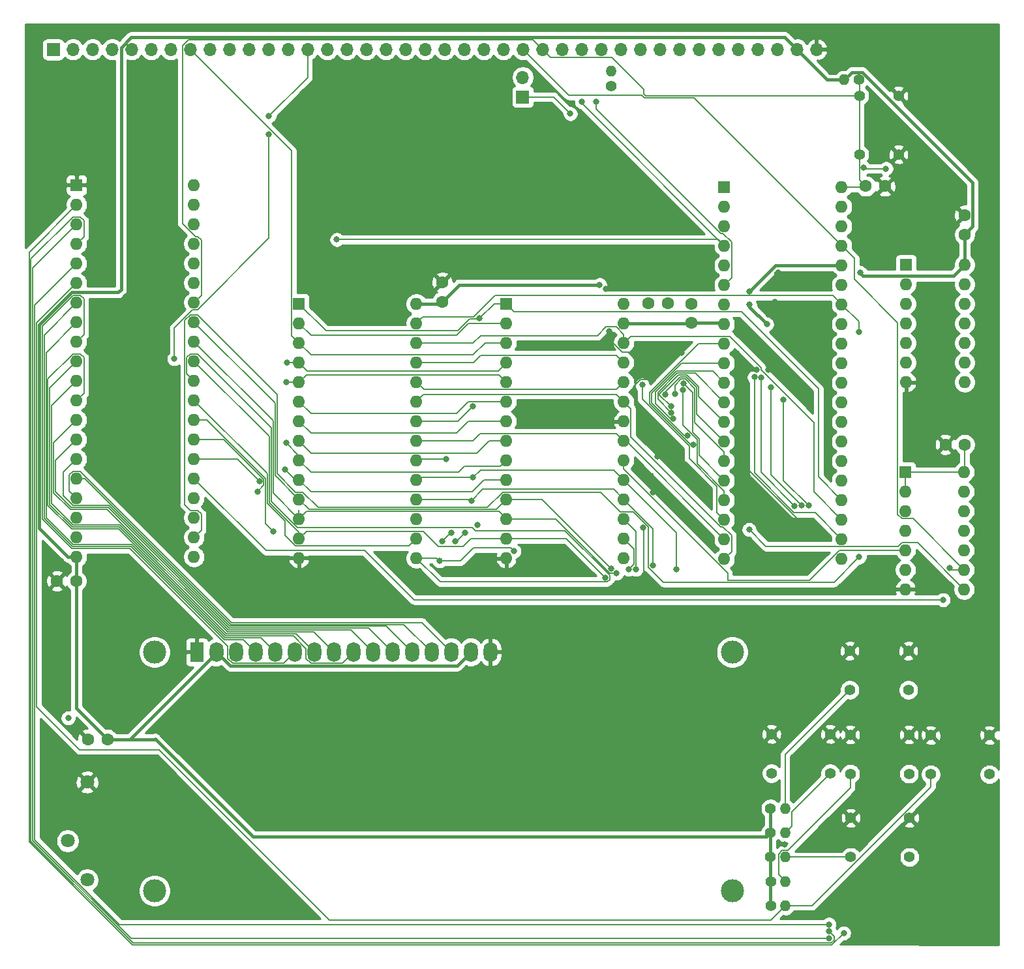
<source format=gbr>
%TF.GenerationSoftware,KiCad,Pcbnew,(5.1.10-1-10_14)*%
%TF.CreationDate,2021-06-14T16:28:50-07:00*%
%TF.ProjectId,SR6502,53523635-3032-42e6-9b69-6361645f7063,rev?*%
%TF.SameCoordinates,Original*%
%TF.FileFunction,Copper,L2,Bot*%
%TF.FilePolarity,Positive*%
%FSLAX46Y46*%
G04 Gerber Fmt 4.6, Leading zero omitted, Abs format (unit mm)*
G04 Created by KiCad (PCBNEW (5.1.10-1-10_14)) date 2021-06-14 16:28:50*
%MOMM*%
%LPD*%
G01*
G04 APERTURE LIST*
%TA.AperFunction,ComponentPad*%
%ADD10R,1.600000X1.600000*%
%TD*%
%TA.AperFunction,ComponentPad*%
%ADD11O,1.600000X1.600000*%
%TD*%
%TA.AperFunction,ComponentPad*%
%ADD12R,1.800000X2.600000*%
%TD*%
%TA.AperFunction,ComponentPad*%
%ADD13O,1.800000X2.600000*%
%TD*%
%TA.AperFunction,ComponentPad*%
%ADD14C,3.000000*%
%TD*%
%TA.AperFunction,ComponentPad*%
%ADD15C,1.397000*%
%TD*%
%TA.AperFunction,ComponentPad*%
%ADD16O,1.400000X1.400000*%
%TD*%
%TA.AperFunction,ComponentPad*%
%ADD17C,1.400000*%
%TD*%
%TA.AperFunction,ComponentPad*%
%ADD18C,1.600000*%
%TD*%
%TA.AperFunction,ComponentPad*%
%ADD19R,1.700000X1.700000*%
%TD*%
%TA.AperFunction,ComponentPad*%
%ADD20O,1.700000X1.700000*%
%TD*%
%TA.AperFunction,ComponentPad*%
%ADD21C,1.800000*%
%TD*%
%TA.AperFunction,ViaPad*%
%ADD22C,0.800000*%
%TD*%
%TA.AperFunction,Conductor*%
%ADD23C,0.200000*%
%TD*%
%TA.AperFunction,Conductor*%
%ADD24C,0.400000*%
%TD*%
%TA.AperFunction,Conductor*%
%ADD25C,0.254000*%
%TD*%
%TA.AperFunction,Conductor*%
%ADD26C,0.100000*%
%TD*%
G04 APERTURE END LIST*
D10*
%TO.P,U6,1*%
%TO.N,GND*%
X87086440Y-61744860D03*
D11*
%TO.P,U6,21*%
%TO.N,IRQ*%
X102326440Y-110004860D03*
%TO.P,U6,2*%
%TO.N,B1*%
X87086440Y-64284860D03*
%TO.P,U6,22*%
%TO.N,RW*%
X102326440Y-107464860D03*
%TO.P,U6,3*%
%TO.N,B2*%
X87086440Y-66824860D03*
%TO.P,U6,23*%
%TO.N,N/C*%
X102326440Y-104924860D03*
%TO.P,U6,4*%
%TO.N,B3*%
X87086440Y-69364860D03*
%TO.P,U6,24*%
%TO.N,a13*%
X102326440Y-102384860D03*
%TO.P,U6,5*%
%TO.N,B4*%
X87086440Y-71904860D03*
%TO.P,U6,25*%
%TO.N,PHI2*%
X102326440Y-99844860D03*
%TO.P,U6,6*%
%TO.N,B5*%
X87086440Y-74444860D03*
%TO.P,U6,26*%
%TO.N,d7*%
X102326440Y-97304860D03*
%TO.P,U6,7*%
%TO.N,Net-(U6-Pad7)*%
X87086440Y-76984860D03*
%TO.P,U6,27*%
%TO.N,d6*%
X102326440Y-94764860D03*
%TO.P,U6,8*%
%TO.N,Net-(U6-Pad8)*%
X87086440Y-79524860D03*
%TO.P,U6,28*%
%TO.N,d5*%
X102326440Y-92224860D03*
%TO.P,U6,9*%
%TO.N,Net-(U6-Pad9)*%
X87086440Y-82064860D03*
%TO.P,U6,29*%
%TO.N,d4*%
X102326440Y-89684860D03*
%TO.P,U6,10*%
%TO.N,Net-(U6-Pad10)*%
X87086440Y-84604860D03*
%TO.P,U6,30*%
%TO.N,d3*%
X102326440Y-87144860D03*
%TO.P,U6,11*%
%TO.N,Net-(U6-Pad11)*%
X87086440Y-87144860D03*
%TO.P,U6,31*%
%TO.N,d2*%
X102326440Y-84604860D03*
%TO.P,U6,12*%
%TO.N,Net-(U6-Pad12)*%
X87086440Y-89684860D03*
%TO.P,U6,32*%
%TO.N,d1*%
X102326440Y-82064860D03*
%TO.P,U6,13*%
%TO.N,Net-(U6-Pad13)*%
X87086440Y-92224860D03*
%TO.P,U6,33*%
%TO.N,d0*%
X102326440Y-79524860D03*
%TO.P,U6,14*%
%TO.N,Net-(U6-Pad14)*%
X87086440Y-94764860D03*
%TO.P,U6,34*%
%TO.N,RESET*%
X102326440Y-76984860D03*
%TO.P,U6,15*%
%TO.N,Net-(U6-Pad15)*%
X87086440Y-97304860D03*
%TO.P,U6,35*%
%TO.N,N/C*%
X102326440Y-74444860D03*
%TO.P,U6,16*%
%TO.N,Net-(U6-Pad16)*%
X87086440Y-99844860D03*
%TO.P,U6,36*%
%TO.N,N/C*%
X102326440Y-71904860D03*
%TO.P,U6,17*%
%TO.N,Net-(U6-Pad17)*%
X87086440Y-102384860D03*
%TO.P,U6,37*%
%TO.N,N/C*%
X102326440Y-69364860D03*
%TO.P,U6,18*%
X87086440Y-104924860D03*
%TO.P,U6,38*%
X102326440Y-66824860D03*
%TO.P,U6,19*%
X87086440Y-107464860D03*
%TO.P,U6,39*%
X102326440Y-64284860D03*
%TO.P,U6,20*%
%TO.N,VCC*%
X87086440Y-110004860D03*
%TO.P,U6,40*%
%TO.N,N/C*%
X102326440Y-61744860D03*
%TD*%
D12*
%TO.P,U7,1*%
%TO.N,GND*%
X102707440Y-122377200D03*
D13*
%TO.P,U7,2*%
%TO.N,VCC*%
X105247440Y-122377200D03*
%TO.P,U7,3*%
%TO.N,Net-(RV1-Pad2)*%
X107787440Y-122377200D03*
%TO.P,U7,4*%
%TO.N,Net-(U6-Pad7)*%
X110327440Y-122377200D03*
%TO.P,U7,5*%
%TO.N,Net-(U6-Pad8)*%
X112867440Y-122377200D03*
%TO.P,U7,6*%
%TO.N,Net-(U6-Pad9)*%
X115407440Y-122377200D03*
%TO.P,U7,7*%
%TO.N,Net-(U6-Pad10)*%
X117947440Y-122377200D03*
%TO.P,U7,8*%
%TO.N,Net-(U6-Pad11)*%
X120487440Y-122377200D03*
%TO.P,U7,9*%
%TO.N,Net-(U6-Pad12)*%
X123027440Y-122377200D03*
%TO.P,U7,10*%
%TO.N,Net-(U6-Pad13)*%
X125567440Y-122377200D03*
%TO.P,U7,11*%
%TO.N,Net-(U6-Pad14)*%
X128107440Y-122377200D03*
%TO.P,U7,12*%
%TO.N,Net-(U6-Pad15)*%
X130647440Y-122377200D03*
%TO.P,U7,13*%
%TO.N,Net-(U6-Pad16)*%
X133187440Y-122377200D03*
%TO.P,U7,14*%
%TO.N,Net-(U6-Pad17)*%
X135727440Y-122377200D03*
%TO.P,U7,15*%
%TO.N,VCC*%
X138267440Y-122377200D03*
%TO.P,U7,16*%
%TO.N,GND*%
X140807440Y-122377200D03*
D14*
%TO.P,U7,*%
%TO.N,*%
X97208340Y-122377200D03*
X97208340Y-153377900D03*
X172206920Y-153377900D03*
X172207440Y-122377200D03*
%TD*%
D15*
%TO.P,SW6,2*%
%TO.N,B5*%
X197967600Y-138257280D03*
%TO.P,SW6,1*%
%TO.N,GND*%
X197967600Y-133177280D03*
%TO.P,SW6,2*%
%TO.N,B5*%
X205587600Y-138257280D03*
%TO.P,SW6,1*%
%TO.N,GND*%
X205587600Y-133177280D03*
%TD*%
%TO.P,SW5,2*%
%TO.N,B4*%
X187589160Y-149001480D03*
%TO.P,SW5,1*%
%TO.N,GND*%
X187589160Y-143921480D03*
%TO.P,SW5,2*%
%TO.N,B4*%
X195209160Y-149001480D03*
%TO.P,SW5,1*%
%TO.N,GND*%
X195209160Y-143921480D03*
%TD*%
%TO.P,SW4,2*%
%TO.N,B3*%
X187518040Y-138181080D03*
%TO.P,SW4,1*%
%TO.N,GND*%
X187518040Y-133101080D03*
%TO.P,SW4,2*%
%TO.N,B3*%
X195138040Y-138181080D03*
%TO.P,SW4,1*%
%TO.N,GND*%
X195138040Y-133101080D03*
%TD*%
%TO.P,SW3,2*%
%TO.N,B2*%
X177292000Y-138109960D03*
%TO.P,SW3,1*%
%TO.N,GND*%
X177292000Y-133029960D03*
%TO.P,SW3,2*%
%TO.N,B2*%
X184912000Y-138109960D03*
%TO.P,SW3,1*%
%TO.N,GND*%
X184912000Y-133029960D03*
%TD*%
%TO.P,SW2,2*%
%TO.N,B1*%
X187441840Y-127294640D03*
%TO.P,SW2,1*%
%TO.N,GND*%
X187441840Y-122214640D03*
%TO.P,SW2,2*%
%TO.N,B1*%
X195061840Y-127294640D03*
%TO.P,SW2,1*%
%TO.N,GND*%
X195061840Y-122214640D03*
%TD*%
D16*
%TO.P,R7,2*%
%TO.N,B5*%
X179092320Y-155296000D03*
D17*
%TO.P,R7,1*%
%TO.N,VCC*%
X177192320Y-155296000D03*
%TD*%
D16*
%TO.P,R6,2*%
%TO.N,B4*%
X179070080Y-148997200D03*
D17*
%TO.P,R6,1*%
%TO.N,VCC*%
X177170080Y-148997200D03*
%TD*%
D16*
%TO.P,R5,2*%
%TO.N,B3*%
X179092320Y-152146000D03*
D17*
%TO.P,R5,1*%
%TO.N,VCC*%
X177192320Y-152146000D03*
%TD*%
D16*
%TO.P,R4,2*%
%TO.N,B2*%
X179070080Y-145847200D03*
D17*
%TO.P,R4,1*%
%TO.N,VCC*%
X177170080Y-145847200D03*
%TD*%
D16*
%TO.P,R3,2*%
%TO.N,B1*%
X179070080Y-142697200D03*
D17*
%TO.P,R3,1*%
%TO.N,VCC*%
X177170080Y-142697200D03*
%TD*%
D10*
%TO.P,U2,1*%
%TO.N,N/C*%
X171170600Y-62001400D03*
D11*
%TO.P,U2,21*%
%TO.N,GND*%
X186410600Y-110261400D03*
%TO.P,U2,2*%
%TO.N,VCC*%
X171170600Y-64541400D03*
%TO.P,U2,22*%
%TO.N,a12*%
X186410600Y-107721400D03*
%TO.P,U2,3*%
%TO.N,N/C*%
X171170600Y-67081400D03*
%TO.P,U2,23*%
%TO.N,a13*%
X186410600Y-105181400D03*
%TO.P,U2,4*%
%TO.N,IRQ*%
X171170600Y-69621400D03*
%TO.P,U2,24*%
%TO.N,a14*%
X186410600Y-102641400D03*
%TO.P,U2,5*%
%TO.N,N/C*%
X171170600Y-72161400D03*
%TO.P,U2,25*%
%TO.N,a15*%
X186410600Y-100101400D03*
%TO.P,U2,6*%
%TO.N,NMI*%
X171170600Y-74701400D03*
%TO.P,U2,26*%
%TO.N,d7*%
X186410600Y-97561400D03*
%TO.P,U2,7*%
%TO.N,N/C*%
X171170600Y-77241400D03*
%TO.P,U2,27*%
%TO.N,d6*%
X186410600Y-95021400D03*
%TO.P,U2,8*%
%TO.N,VCC*%
X171170600Y-79781400D03*
%TO.P,U2,28*%
%TO.N,d5*%
X186410600Y-92481400D03*
%TO.P,U2,9*%
%TO.N,a0*%
X171170600Y-82321400D03*
%TO.P,U2,29*%
%TO.N,d4*%
X186410600Y-89941400D03*
%TO.P,U2,10*%
%TO.N,a1*%
X171170600Y-84861400D03*
%TO.P,U2,30*%
%TO.N,d3*%
X186410600Y-87401400D03*
%TO.P,U2,11*%
%TO.N,a2*%
X171170600Y-87401400D03*
%TO.P,U2,31*%
%TO.N,d2*%
X186410600Y-84861400D03*
%TO.P,U2,12*%
%TO.N,a3*%
X171170600Y-89941400D03*
%TO.P,U2,32*%
%TO.N,d1*%
X186410600Y-82321400D03*
%TO.P,U2,13*%
%TO.N,a4*%
X171170600Y-92481400D03*
%TO.P,U2,33*%
%TO.N,d0*%
X186410600Y-79781400D03*
%TO.P,U2,14*%
%TO.N,a5*%
X171170600Y-95021400D03*
%TO.P,U2,34*%
%TO.N,RW*%
X186410600Y-77241400D03*
%TO.P,U2,15*%
%TO.N,a6*%
X171170600Y-97561400D03*
%TO.P,U2,35*%
%TO.N,N/C*%
X186410600Y-74701400D03*
%TO.P,U2,16*%
%TO.N,a7*%
X171170600Y-100101400D03*
%TO.P,U2,36*%
%TO.N,VCC*%
X186410600Y-72161400D03*
%TO.P,U2,17*%
%TO.N,a8*%
X171170600Y-102641400D03*
%TO.P,U2,37*%
%TO.N,PHI2*%
X186410600Y-69621400D03*
%TO.P,U2,18*%
%TO.N,a9*%
X171170600Y-105181400D03*
%TO.P,U2,38*%
%TO.N,N/C*%
X186410600Y-67081400D03*
%TO.P,U2,19*%
%TO.N,a10*%
X171170600Y-107721400D03*
%TO.P,U2,39*%
%TO.N,N/C*%
X186410600Y-64541400D03*
%TO.P,U2,20*%
%TO.N,a11*%
X171170600Y-110261400D03*
%TO.P,U2,40*%
%TO.N,RESET*%
X186410600Y-62001400D03*
%TD*%
%TO.P,U4,28*%
%TO.N,VCC*%
X158107380Y-77172820D03*
%TO.P,U4,14*%
%TO.N,GND*%
X142867380Y-110192820D03*
%TO.P,U4,27*%
%TO.N,VCC*%
X158107380Y-79712820D03*
%TO.P,U4,13*%
%TO.N,d2*%
X142867380Y-107652820D03*
%TO.P,U4,26*%
%TO.N,a13*%
X158107380Y-82252820D03*
%TO.P,U4,12*%
%TO.N,d1*%
X142867380Y-105112820D03*
%TO.P,U4,25*%
%TO.N,a8*%
X158107380Y-84792820D03*
%TO.P,U4,11*%
%TO.N,d0*%
X142867380Y-102572820D03*
%TO.P,U4,24*%
%TO.N,a9*%
X158107380Y-87332820D03*
%TO.P,U4,10*%
%TO.N,a0*%
X142867380Y-100032820D03*
%TO.P,U4,23*%
%TO.N,a11*%
X158107380Y-89872820D03*
%TO.P,U4,9*%
%TO.N,a1*%
X142867380Y-97492820D03*
%TO.P,U4,22*%
%TO.N,GND*%
X158107380Y-92412820D03*
%TO.P,U4,8*%
%TO.N,a2*%
X142867380Y-94952820D03*
%TO.P,U4,21*%
%TO.N,a10*%
X158107380Y-94952820D03*
%TO.P,U4,7*%
%TO.N,a3*%
X142867380Y-92412820D03*
%TO.P,U4,20*%
%TO.N,ROM_CS*%
X158107380Y-97492820D03*
%TO.P,U4,6*%
%TO.N,a4*%
X142867380Y-89872820D03*
%TO.P,U4,19*%
%TO.N,d7*%
X158107380Y-100032820D03*
%TO.P,U4,5*%
%TO.N,a5*%
X142867380Y-87332820D03*
%TO.P,U4,18*%
%TO.N,d6*%
X158107380Y-102572820D03*
%TO.P,U4,4*%
%TO.N,a6*%
X142867380Y-84792820D03*
%TO.P,U4,17*%
%TO.N,d5*%
X158107380Y-105112820D03*
%TO.P,U4,3*%
%TO.N,a7*%
X142867380Y-82252820D03*
%TO.P,U4,16*%
%TO.N,d4*%
X158107380Y-107652820D03*
%TO.P,U4,2*%
%TO.N,a12*%
X142867380Y-79712820D03*
%TO.P,U4,15*%
%TO.N,d3*%
X158107380Y-110192820D03*
D10*
%TO.P,U4,1*%
%TO.N,a14*%
X142867380Y-77172820D03*
%TD*%
%TO.P,U3,1*%
%TO.N,VCC*%
X194691000Y-98986340D03*
D11*
%TO.P,U3,8*%
%TO.N,SRAM_CS*%
X202311000Y-114226340D03*
%TO.P,U3,2*%
%TO.N,VCC*%
X194691000Y-101526340D03*
%TO.P,U3,9*%
%TO.N,PHI2*%
X202311000Y-111686340D03*
%TO.P,U3,3*%
%TO.N,N/C*%
X194691000Y-104066340D03*
%TO.P,U3,10*%
%TO.N,ROM_CS*%
X202311000Y-109146340D03*
%TO.P,U3,4*%
%TO.N,a14*%
X194691000Y-106606340D03*
%TO.P,U3,11*%
%TO.N,ROM_CS*%
X202311000Y-106606340D03*
%TO.P,U3,5*%
X194691000Y-109146340D03*
%TO.P,U3,12*%
%TO.N,a15*%
X202311000Y-104066340D03*
%TO.P,U3,6*%
%TO.N,N/C*%
X194691000Y-111686340D03*
%TO.P,U3,13*%
%TO.N,a15*%
X202311000Y-101526340D03*
%TO.P,U3,7*%
%TO.N,GND*%
X194691000Y-114226340D03*
%TO.P,U3,14*%
%TO.N,VCC*%
X202311000Y-98986340D03*
%TD*%
D18*
%TO.P,C5,1*%
%TO.N,VCC*%
X202374500Y-95430340D03*
%TO.P,C5,2*%
%TO.N,GND*%
X199874500Y-95430340D03*
%TD*%
D10*
%TO.P,U5,1*%
%TO.N,a14*%
X115956080Y-77160120D03*
D11*
%TO.P,U5,15*%
%TO.N,d3*%
X131196080Y-110180120D03*
%TO.P,U5,2*%
%TO.N,a12*%
X115956080Y-79700120D03*
%TO.P,U5,16*%
%TO.N,d4*%
X131196080Y-107640120D03*
%TO.P,U5,3*%
%TO.N,a7*%
X115956080Y-82240120D03*
%TO.P,U5,17*%
%TO.N,d5*%
X131196080Y-105100120D03*
%TO.P,U5,4*%
%TO.N,a6*%
X115956080Y-84780120D03*
%TO.P,U5,18*%
%TO.N,d6*%
X131196080Y-102560120D03*
%TO.P,U5,5*%
%TO.N,a5*%
X115956080Y-87320120D03*
%TO.P,U5,19*%
%TO.N,d7*%
X131196080Y-100020120D03*
%TO.P,U5,6*%
%TO.N,a4*%
X115956080Y-89860120D03*
%TO.P,U5,20*%
%TO.N,SRAM_CS*%
X131196080Y-97480120D03*
%TO.P,U5,7*%
%TO.N,a3*%
X115956080Y-92400120D03*
%TO.P,U5,21*%
%TO.N,a10*%
X131196080Y-94940120D03*
%TO.P,U5,8*%
%TO.N,a2*%
X115956080Y-94940120D03*
%TO.P,U5,22*%
%TO.N,a14*%
X131196080Y-92400120D03*
%TO.P,U5,9*%
%TO.N,a1*%
X115956080Y-97480120D03*
%TO.P,U5,23*%
%TO.N,a11*%
X131196080Y-89860120D03*
%TO.P,U5,10*%
%TO.N,a0*%
X115956080Y-100020120D03*
%TO.P,U5,24*%
%TO.N,a9*%
X131196080Y-87320120D03*
%TO.P,U5,11*%
%TO.N,d0*%
X115956080Y-102560120D03*
%TO.P,U5,25*%
%TO.N,a8*%
X131196080Y-84780120D03*
%TO.P,U5,12*%
%TO.N,d1*%
X115956080Y-105100120D03*
%TO.P,U5,26*%
%TO.N,a13*%
X131196080Y-82240120D03*
%TO.P,U5,13*%
%TO.N,d2*%
X115956080Y-107640120D03*
%TO.P,U5,27*%
%TO.N,RW*%
X131196080Y-79700120D03*
%TO.P,U5,14*%
%TO.N,GND*%
X115956080Y-110180120D03*
%TO.P,U5,28*%
%TO.N,VCC*%
X131196080Y-77160120D03*
%TD*%
D19*
%TO.P,J1,1*%
%TO.N,a0*%
X84074000Y-44145200D03*
D20*
%TO.P,J1,2*%
%TO.N,a1*%
X86614000Y-44145200D03*
%TO.P,J1,3*%
%TO.N,a2*%
X89154000Y-44145200D03*
%TO.P,J1,4*%
%TO.N,a3*%
X91694000Y-44145200D03*
%TO.P,J1,5*%
%TO.N,a4*%
X94234000Y-44145200D03*
%TO.P,J1,6*%
%TO.N,a5*%
X96774000Y-44145200D03*
%TO.P,J1,7*%
%TO.N,a6*%
X99314000Y-44145200D03*
%TO.P,J1,8*%
%TO.N,a7*%
X101854000Y-44145200D03*
%TO.P,J1,9*%
%TO.N,a8*%
X104394000Y-44145200D03*
%TO.P,J1,10*%
%TO.N,a9*%
X106934000Y-44145200D03*
%TO.P,J1,11*%
%TO.N,a10*%
X109474000Y-44145200D03*
%TO.P,J1,12*%
%TO.N,a11*%
X112014000Y-44145200D03*
%TO.P,J1,13*%
%TO.N,a12*%
X114554000Y-44145200D03*
%TO.P,J1,14*%
%TO.N,a13*%
X117094000Y-44145200D03*
%TO.P,J1,15*%
%TO.N,a14*%
X119634000Y-44145200D03*
%TO.P,J1,16*%
%TO.N,a15*%
X122174000Y-44145200D03*
%TO.P,J1,17*%
%TO.N,d0*%
X124714000Y-44145200D03*
%TO.P,J1,18*%
%TO.N,d1*%
X127254000Y-44145200D03*
%TO.P,J1,19*%
%TO.N,d2*%
X129794000Y-44145200D03*
%TO.P,J1,20*%
%TO.N,d3*%
X132334000Y-44145200D03*
%TO.P,J1,21*%
%TO.N,d4*%
X134874000Y-44145200D03*
%TO.P,J1,22*%
%TO.N,d5*%
X137414000Y-44145200D03*
%TO.P,J1,23*%
%TO.N,d6*%
X139954000Y-44145200D03*
%TO.P,J1,24*%
%TO.N,d7*%
X142494000Y-44145200D03*
%TO.P,J1,25*%
%TO.N,PHI2*%
X145034000Y-44145200D03*
%TO.P,J1,26*%
%TO.N,RESET*%
X147574000Y-44145200D03*
%TO.P,J1,27*%
%TO.N,RW*%
X150114000Y-44145200D03*
%TO.P,J1,28*%
%TO.N,IRQ*%
X152654000Y-44145200D03*
%TO.P,J1,29*%
%TO.N,NMI*%
X155194000Y-44145200D03*
%TO.P,J1,30*%
%TO.N,N/C*%
X157734000Y-44145200D03*
%TO.P,J1,31*%
X160274000Y-44145200D03*
%TO.P,J1,32*%
X162814000Y-44145200D03*
%TO.P,J1,33*%
X165354000Y-44145200D03*
%TO.P,J1,34*%
X167894000Y-44145200D03*
%TO.P,J1,35*%
X170434000Y-44145200D03*
%TO.P,J1,36*%
X172974000Y-44145200D03*
%TO.P,J1,37*%
X175514000Y-44145200D03*
%TO.P,J1,38*%
X178054000Y-44145200D03*
%TO.P,J1,39*%
%TO.N,VCC*%
X180594000Y-44145200D03*
%TO.P,J1,40*%
%TO.N,GND*%
X183134000Y-44145200D03*
%TD*%
D18*
%TO.P,C4,2*%
%TO.N,GND*%
X84535640Y-113154460D03*
%TO.P,C4,1*%
%TO.N,VCC*%
X87035640Y-113154460D03*
%TD*%
%TO.P,C3,2*%
%TO.N,GND*%
X134548880Y-74380720D03*
%TO.P,C3,1*%
%TO.N,VCC*%
X134548880Y-76880720D03*
%TD*%
D11*
%TO.P,X1,14*%
%TO.N,VCC*%
X202387200Y-72095360D03*
%TO.P,X1,7*%
%TO.N,GND*%
X194767200Y-87335360D03*
%TO.P,X1,13*%
%TO.N,N/C*%
X202387200Y-74635360D03*
%TO.P,X1,6*%
X194767200Y-84795360D03*
%TO.P,X1,12*%
X202387200Y-77175360D03*
%TO.P,X1,5*%
X194767200Y-82255360D03*
%TO.P,X1,11*%
X202387200Y-79715360D03*
%TO.P,X1,4*%
X194767200Y-79715360D03*
%TO.P,X1,10*%
X202387200Y-82255360D03*
%TO.P,X1,3*%
X194767200Y-77175360D03*
%TO.P,X1,9*%
X202387200Y-84795360D03*
%TO.P,X1,2*%
X194767200Y-74635360D03*
%TO.P,X1,8*%
%TO.N,Net-(JP1-Pad1)*%
X202387200Y-87335360D03*
D10*
%TO.P,X1,1*%
%TO.N,N/C*%
X194767200Y-72095360D03*
%TD*%
D18*
%TO.P,C1,1*%
%TO.N,VCC*%
X166928800Y-79629000D03*
%TO.P,C1,2*%
%TO.N,GND*%
X166928800Y-77129000D03*
%TD*%
%TO.P,C2,1*%
%TO.N,VCC*%
X161340800Y-77089000D03*
%TO.P,C2,2*%
%TO.N,GND*%
X163840800Y-77089000D03*
%TD*%
%TO.P,C6,2*%
%TO.N,GND*%
X88584400Y-133710680D03*
%TO.P,C6,1*%
%TO.N,VCC*%
X91084400Y-133710680D03*
%TD*%
%TO.P,C7,1*%
%TO.N,RESET*%
X189537340Y-61887100D03*
%TO.P,C7,2*%
%TO.N,GND*%
X192037340Y-61887100D03*
%TD*%
D16*
%TO.P,R1,2*%
%TO.N,VCC*%
X186745800Y-48082200D03*
D17*
%TO.P,R1,1*%
%TO.N,RESET*%
X188645800Y-48082200D03*
%TD*%
%TO.P,R2,1*%
%TO.N,NMI*%
X156502100Y-48869600D03*
D16*
%TO.P,R2,2*%
%TO.N,VCC*%
X156502100Y-46969600D03*
%TD*%
D21*
%TO.P,RV1,1*%
%TO.N,GND*%
X88465660Y-139273280D03*
%TO.P,RV1,2*%
%TO.N,Net-(RV1-Pad2)*%
X85925660Y-146893280D03*
%TO.P,RV1,3*%
%TO.N,N/C*%
X88465660Y-151973280D03*
%TD*%
D15*
%TO.P,SW1,1*%
%TO.N,GND*%
X193791840Y-57759600D03*
%TO.P,SW1,2*%
%TO.N,RESET*%
X188711840Y-57759600D03*
%TO.P,SW1,1*%
%TO.N,GND*%
X193791840Y-50139600D03*
%TO.P,SW1,2*%
%TO.N,RESET*%
X188711840Y-50139600D03*
%TD*%
D19*
%TO.P,JP1,1*%
%TO.N,Net-(JP1-Pad1)*%
X145008600Y-50292000D03*
D20*
%TO.P,JP1,2*%
%TO.N,PHI2*%
X145008600Y-47752000D03*
%TD*%
D18*
%TO.P,C8,1*%
%TO.N,VCC*%
X202361800Y-68173600D03*
%TO.P,C8,2*%
%TO.N,GND*%
X202361800Y-65673600D03*
%TD*%
D22*
%TO.N,*%
X86004400Y-130947160D03*
%TO.N,VCC*%
X188798200Y-73126600D03*
X174396400Y-75544681D03*
X174472600Y-77292200D03*
X176682400Y-79806800D03*
X154990800Y-74676000D03*
%TO.N,GND*%
X156260800Y-80746600D03*
X165587680Y-83560920D03*
X172847000Y-83611720D03*
X181406800Y-105765600D03*
X177708560Y-80914240D03*
X177718720Y-76946760D03*
X177723800Y-74301399D03*
X178181000Y-73075800D03*
X169062400Y-70637400D03*
X160627788Y-106224612D03*
X161909760Y-101620320D03*
X161376360Y-99745800D03*
X162458400Y-96951800D03*
X161544000Y-92430600D03*
X125425200Y-73482200D03*
X197942200Y-66725800D03*
X201472800Y-47421800D03*
X179024280Y-147401280D03*
X198907400Y-129311400D03*
X97155000Y-88569800D03*
X105232200Y-153924000D03*
X83759040Y-133446520D03*
X86182200Y-52247800D03*
X155821195Y-75242604D03*
X199542400Y-91719400D03*
X180975000Y-110388400D03*
X176885600Y-85745320D03*
X175397160Y-85689440D03*
X150439120Y-112156240D03*
%TO.N,NMI*%
X154569160Y-50917410D03*
%TO.N,a12*%
X175077120Y-86680040D03*
%TO.N,a13*%
X99771200Y-84302600D03*
X112014000Y-55118000D03*
X112064800Y-52781200D03*
%TO.N,IRQ*%
X152669240Y-50917410D03*
X120873520Y-68813680D03*
%TO.N,a14*%
X138557000Y-90424000D03*
X139404000Y-79070200D03*
%TO.N,d7*%
X164931403Y-111644688D03*
X110815120Y-100192840D03*
X138570983Y-99704539D03*
%TO.N,d6*%
X161897604Y-111144666D03*
X138320972Y-102749180D03*
X110563314Y-101542861D03*
%TO.N,d5*%
X159694478Y-111644688D03*
X139156706Y-105838372D03*
X112624038Y-106691024D03*
%TO.N,a0*%
X167123628Y-95455326D03*
X114132360Y-98684080D03*
%TO.N,d4*%
X158746042Y-111644688D03*
X137526643Y-106908027D03*
X136266912Y-108024307D03*
%TO.N,a1*%
X166387060Y-94282980D03*
X114310222Y-95225512D03*
%TO.N,d3*%
X143875760Y-109280960D03*
X135712200Y-106873040D03*
X134559040Y-108000800D03*
X134200604Y-110548716D03*
%TO.N,a2*%
X164555380Y-92097732D03*
%TO.N,d2*%
X182097680Y-103322120D03*
X178870134Y-89655766D03*
X155722320Y-112694720D03*
%TO.N,a3*%
X164279161Y-91293851D03*
%TO.N,d1*%
X181218840Y-103342440D03*
X177214800Y-88000432D03*
X157175258Y-112144710D03*
%TO.N,a4*%
X164228710Y-90445337D03*
%TO.N,d0*%
X180294280Y-103383080D03*
X175942041Y-86727673D03*
X156520868Y-111547865D03*
%TO.N,a5*%
X163504574Y-88943368D03*
X114355880Y-87309960D03*
%TO.N,RW*%
X186410600Y-77241400D03*
X188696600Y-110058200D03*
X188645800Y-80772000D03*
%TO.N,a6*%
X164773389Y-88860730D03*
X114400072Y-84800440D03*
%TO.N,a7*%
X165840348Y-87461868D03*
%TO.N,a8*%
X165795960Y-88310720D03*
%TO.N,PHI2*%
X200409895Y-111476705D03*
X199567800Y-115595400D03*
%TO.N,a9*%
X160522920Y-87711280D03*
%TO.N,RESET*%
X147574000Y-44145200D03*
%TO.N,SRAM_CS*%
X174396400Y-106481880D03*
X135056880Y-97322640D03*
%TO.N,Net-(JP1-Pad1)*%
X192151000Y-59613800D03*
X189261840Y-59512200D03*
X151177963Y-52479237D03*
%TO.N,B1*%
X186679840Y-158861760D03*
%TO.N,B2*%
X184759600Y-159522160D03*
%TO.N,B3*%
X184754520Y-158602680D03*
%TO.N,B4*%
X184754512Y-157735302D03*
%TD*%
D23*
%TO.N,VCC*%
X202374500Y-98922840D02*
X202311000Y-98986340D01*
X202374500Y-95430340D02*
X202374500Y-98922840D01*
X202311000Y-98986340D02*
X194691000Y-98986340D01*
X194691000Y-101526340D02*
X194693540Y-101526340D01*
X194691000Y-98986340D02*
X194691000Y-101526340D01*
D24*
X184531000Y-48082200D02*
X186745800Y-48082200D01*
X180594000Y-44145200D02*
X184531000Y-48082200D01*
X187695801Y-47132199D02*
X186745800Y-48082200D01*
X189101801Y-47132199D02*
X187695801Y-47132199D01*
X203411801Y-61442199D02*
X189101801Y-47132199D01*
X203411801Y-67123599D02*
X203411801Y-61442199D01*
X202361800Y-68173600D02*
X203411801Y-67123599D01*
X202361800Y-72069960D02*
X202387200Y-72095360D01*
X202361800Y-68173600D02*
X202361800Y-72069960D01*
X189198199Y-73526599D02*
X188798200Y-73126600D01*
X202387200Y-72095360D02*
X200955961Y-73526599D01*
X200955961Y-73526599D02*
X189198199Y-73526599D01*
X177779681Y-72161400D02*
X174396400Y-75544681D01*
X186410600Y-72161400D02*
X177779681Y-72161400D01*
X174472600Y-77597000D02*
X176682400Y-79806800D01*
X174472600Y-77292200D02*
X174472600Y-77597000D01*
X134269480Y-77160120D02*
X134548880Y-76880720D01*
X131196080Y-77160120D02*
X134269480Y-77160120D01*
X134548880Y-76880720D02*
X136753600Y-74676000D01*
X136753600Y-74676000D02*
X154990800Y-74676000D01*
X87086440Y-113103660D02*
X87035640Y-113154460D01*
X87086440Y-110004860D02*
X87086440Y-113103660D01*
X87035640Y-129661920D02*
X91084400Y-133710680D01*
X87035640Y-113154460D02*
X87035640Y-129661920D01*
X97241360Y-133710680D02*
X97297240Y-133654800D01*
X91084400Y-133710680D02*
X97241360Y-133710680D01*
X109997240Y-146354800D02*
X172297240Y-146354800D01*
X97297240Y-133654800D02*
X109997240Y-146354800D01*
X166844980Y-79712820D02*
X166928800Y-79629000D01*
X158107380Y-79712820D02*
X166844980Y-79712820D01*
X171018200Y-79629000D02*
X171170600Y-79781400D01*
X166928800Y-79629000D02*
X171018200Y-79629000D01*
X177170080Y-155273760D02*
X177192320Y-155296000D01*
X177170080Y-142697200D02*
X177170080Y-155273760D01*
X176662480Y-146354800D02*
X177170080Y-145847200D01*
X172297240Y-146354800D02*
X176662480Y-146354800D01*
X105247440Y-122487202D02*
X105247440Y-122377200D01*
X94023962Y-133710680D02*
X105247440Y-122487202D01*
X91084400Y-133710680D02*
X94023962Y-133710680D01*
X136467420Y-124177220D02*
X107047460Y-124177220D01*
X107047460Y-124177220D02*
X105247440Y-122377200D01*
X138267440Y-122377200D02*
X136467420Y-124177220D01*
X92486322Y-75684848D02*
X92862400Y-75308770D01*
X86485460Y-75684848D02*
X92486322Y-75684848D01*
X87086440Y-110004860D02*
X85955070Y-110004860D01*
X92862400Y-43888798D02*
X94200608Y-42550590D01*
X82267462Y-106317252D02*
X82267462Y-79902846D01*
X94200608Y-42550590D02*
X178999390Y-42550590D01*
X178999390Y-42550590D02*
X180594000Y-44145200D01*
X92862400Y-75308770D02*
X92862400Y-43888798D01*
X85955070Y-110004860D02*
X82267462Y-106317252D01*
X82267462Y-79902846D02*
X86485460Y-75684848D01*
D23*
%TO.N,GND*%
X157887558Y-83439000D02*
X156108400Y-81659842D01*
X156108400Y-81659842D02*
X156108400Y-80695800D01*
X158902400Y-83439000D02*
X157887558Y-83439000D01*
X159461200Y-87833200D02*
X160274000Y-87020400D01*
X162179000Y-87020400D02*
X165608000Y-83591400D01*
X160274000Y-87020400D02*
X162179000Y-87020400D01*
X181347873Y-105765600D02*
X181406800Y-105765600D01*
X173173792Y-97591519D02*
X181347873Y-105765600D01*
X173173792Y-83696408D02*
X173173792Y-97591519D01*
X177698400Y-76885800D02*
X177723800Y-76860400D01*
X177698400Y-80949800D02*
X177698400Y-76885800D01*
X177723800Y-73136520D02*
X177804960Y-73055360D01*
X177723800Y-74301399D02*
X177723800Y-73136520D01*
X160731200Y-106328024D02*
X160627788Y-106224612D01*
X160731200Y-111810800D02*
X160731200Y-106328024D01*
X161899600Y-101589269D02*
X161899600Y-99879038D01*
X161899600Y-99228218D02*
X161853591Y-99182209D01*
X161899600Y-99879038D02*
X161899600Y-99228218D01*
X162458400Y-96875600D02*
X162458400Y-92506800D01*
X162382200Y-92430600D02*
X162356800Y-92430600D01*
X162458400Y-92506800D02*
X162382200Y-92430600D01*
D24*
X174132240Y-85689440D02*
X173151800Y-84709000D01*
X175397160Y-85689440D02*
X174132240Y-85689440D01*
D23*
%TO.N,NMI*%
X154569160Y-51885962D02*
X154569160Y-50917410D01*
X172120601Y-73751399D02*
X172120601Y-69165399D01*
X171170600Y-74701400D02*
X172120601Y-73751399D01*
X170986603Y-68031401D02*
X170714599Y-68031401D01*
X170714599Y-68031401D02*
X154569160Y-51885962D01*
X172120601Y-69165399D02*
X170986603Y-68031401D01*
%TO.N,a12*%
X186410600Y-107721400D02*
X182961280Y-104272080D01*
X182961280Y-104272080D02*
X180207920Y-104272080D01*
X175077120Y-99141280D02*
X175077120Y-86680040D01*
X180207920Y-104272080D02*
X175077120Y-99141280D01*
X117511921Y-81255961D02*
X115956080Y-79700120D01*
X142867380Y-79712820D02*
X137956540Y-79712820D01*
X136413399Y-81255961D02*
X117511921Y-81255961D01*
X137956540Y-79712820D02*
X136413399Y-81255961D01*
%TO.N,a13*%
X102782441Y-77934861D02*
X112064800Y-68652502D01*
X99771200Y-80320531D02*
X102156870Y-77934861D01*
X102156870Y-77934861D02*
X102782441Y-77934861D01*
X99771200Y-84302600D02*
X99771200Y-80320531D01*
X112064800Y-55168800D02*
X112014000Y-55118000D01*
X112064800Y-68652502D02*
X112064800Y-55168800D01*
X117094000Y-47752000D02*
X117094000Y-44145200D01*
X112064800Y-52781200D02*
X117094000Y-47752000D01*
X154687377Y-81302819D02*
X139505663Y-81302819D01*
X139505663Y-81302819D02*
X138568362Y-82240120D01*
X158107380Y-81121450D02*
X157131728Y-80145798D01*
X138568362Y-82240120D02*
X131196080Y-82240120D01*
X155844398Y-80145798D02*
X154687377Y-81302819D01*
X157131728Y-80145798D02*
X155844398Y-80145798D01*
X158107380Y-82252820D02*
X158107380Y-81121450D01*
X171862641Y-81371399D02*
X158988801Y-81371399D01*
X175947161Y-85691959D02*
X175947161Y-85455919D01*
X158988801Y-81371399D02*
X158107380Y-82252820D01*
X182804310Y-92549108D02*
X175947161Y-85691959D01*
X182804310Y-101575110D02*
X182804310Y-92549108D01*
X186410600Y-105181400D02*
X182804310Y-101575110D01*
X175947161Y-85455919D02*
X171862641Y-81371399D01*
%TO.N,IRQ*%
X171170600Y-69621400D02*
X152669240Y-51120040D01*
X152669240Y-51120040D02*
X152669240Y-50917410D01*
X170370601Y-68821401D02*
X120881241Y-68821401D01*
X120881241Y-68821401D02*
X120873520Y-68813680D01*
X171170600Y-69621400D02*
X170370601Y-68821401D01*
%TO.N,a14*%
X183404331Y-99635131D02*
X183404331Y-88207163D01*
X173388569Y-78191401D02*
X143885961Y-78191401D01*
X183404331Y-88207163D02*
X173388569Y-78191401D01*
X186410600Y-102641400D02*
X183404331Y-99635131D01*
X143885961Y-78191401D02*
X142867380Y-77172820D01*
X136580880Y-92400120D02*
X138557000Y-90424000D01*
X131196080Y-92400120D02*
X136580880Y-92400120D01*
X141301380Y-77172820D02*
X142867380Y-77172820D01*
X139404000Y-79070200D02*
X141301380Y-77172820D01*
X138121469Y-79150131D02*
X139324069Y-79150131D01*
X136621479Y-80650121D02*
X138121469Y-79150131D01*
X139324069Y-79150131D02*
X139404000Y-79070200D01*
X119446081Y-80650121D02*
X136621479Y-80650121D01*
X115956080Y-77160120D02*
X119446081Y-80650121D01*
%TO.N,d7*%
X158107380Y-100032820D02*
X164931403Y-106856843D01*
X164931403Y-106856843D02*
X164931403Y-111644688D01*
X102326440Y-97304860D02*
X107927140Y-97304860D01*
X107927140Y-97304860D02*
X110815120Y-100192840D01*
X131196080Y-100020120D02*
X131511661Y-99704539D01*
X158107380Y-100032820D02*
X156829272Y-98754712D01*
X131511661Y-99704539D02*
X138570983Y-99704539D01*
X156829272Y-98754712D02*
X139520810Y-98754712D01*
X139520810Y-98754712D02*
X138570983Y-99704539D01*
%TO.N,d6*%
X158107380Y-102572820D02*
X161897604Y-106363044D01*
X161897604Y-106363044D02*
X161897604Y-111144666D01*
X139826716Y-101243436D02*
X138320972Y-102749180D01*
X158107380Y-102572820D02*
X156777996Y-101243436D01*
X131196080Y-102560120D02*
X138131912Y-102560120D01*
X138131912Y-102560120D02*
X138320972Y-102749180D01*
X156777996Y-101243436D02*
X139826716Y-101243436D01*
X102326440Y-94764860D02*
X106201144Y-94764860D01*
X106201144Y-94764860D02*
X111365122Y-99928838D01*
X111365122Y-99928838D02*
X111365122Y-100741053D01*
X111365122Y-100741053D02*
X110563314Y-101542861D01*
%TO.N,d5*%
X159694478Y-106699918D02*
X159694478Y-111644688D01*
X158107380Y-105112820D02*
X159694478Y-106699918D01*
X102326440Y-92224860D02*
X104014712Y-92224860D01*
X104014712Y-92224860D02*
X111615133Y-99825281D01*
X111615133Y-99825281D02*
X111615133Y-105682119D01*
X111615133Y-105682119D02*
X112624038Y-106691024D01*
%TO.N,a0*%
X166781574Y-95455326D02*
X167123628Y-95455326D01*
X167816863Y-82321400D02*
X161469162Y-88669101D01*
X161469162Y-90142914D02*
X166781574Y-95455326D01*
X171170600Y-82321400D02*
X167816863Y-82321400D01*
X161469162Y-88669101D02*
X161469162Y-90142914D01*
X139967902Y-100032820D02*
X138409521Y-101591201D01*
X117527161Y-101591201D02*
X115956080Y-100020120D01*
X138409521Y-101591201D02*
X117527161Y-101591201D01*
X142867380Y-100032820D02*
X139967902Y-100032820D01*
X115468400Y-100020120D02*
X115956080Y-100020120D01*
X114132360Y-98684080D02*
X115468400Y-100020120D01*
%TO.N,d4*%
X158107380Y-107652820D02*
X159430574Y-108976014D01*
X159430574Y-108976014D02*
X159430574Y-110960156D01*
X159430574Y-110960156D02*
X158746042Y-111644688D01*
X111865144Y-99223564D02*
X111865144Y-103072492D01*
X111865144Y-103072492D02*
X114179442Y-105386790D01*
X114179442Y-105386790D02*
X114179442Y-107269484D01*
X114179442Y-107269484D02*
X115500079Y-108590121D01*
X130246079Y-108590121D02*
X131196080Y-107640120D01*
X102326440Y-89684860D02*
X111865144Y-99223564D01*
X115500079Y-108590121D02*
X130246079Y-108590121D01*
X136410363Y-108024307D02*
X136266912Y-108024307D01*
X137526643Y-106908027D02*
X136410363Y-108024307D01*
%TO.N,a1*%
X161746573Y-90066757D02*
X165962796Y-94282980D01*
X165630431Y-84861400D02*
X161746573Y-88745258D01*
X171170600Y-84861400D02*
X165630431Y-84861400D01*
X161746573Y-88745258D02*
X161746573Y-90066757D01*
X165962796Y-94282980D02*
X166387060Y-94282980D01*
X142067381Y-98292819D02*
X137392579Y-98292819D01*
X142867380Y-97492820D02*
X142067381Y-98292819D01*
X136649437Y-99035961D02*
X117511921Y-99035961D01*
X137392579Y-98292819D02*
X136649437Y-99035961D01*
X117511921Y-99035961D02*
X115956080Y-97480120D01*
X115956080Y-97480120D02*
X115956080Y-96871370D01*
X115956080Y-96871370D02*
X114310222Y-95225512D01*
%TO.N,d3*%
X112365166Y-102865378D02*
X115751707Y-106251919D01*
X102326440Y-87144860D02*
X101376439Y-86194859D01*
X115751707Y-106251919D02*
X138421527Y-106251919D01*
X155986321Y-113244721D02*
X134260681Y-113244721D01*
X150507166Y-106665564D02*
X156272321Y-112430719D01*
X101376439Y-84148859D02*
X101870439Y-83654859D01*
X138421527Y-106251919D02*
X138835172Y-106665564D01*
X156272321Y-112430719D02*
X156272321Y-112958721D01*
X102782441Y-83654859D02*
X112365166Y-93237584D01*
X156272321Y-112958721D02*
X155986321Y-113244721D01*
X138835172Y-106665564D02*
X150507166Y-106665564D01*
X134260681Y-113244721D02*
X131196080Y-110180120D01*
X101870439Y-83654859D02*
X102782441Y-83654859D01*
X112365166Y-93237584D02*
X112365166Y-102865378D01*
X101376439Y-86194859D02*
X101376439Y-84148859D01*
X135686800Y-106873040D02*
X134559040Y-108000800D01*
X135712200Y-106873040D02*
X135686800Y-106873040D01*
X143875760Y-109280960D02*
X143451493Y-108856693D01*
X131196080Y-110180120D02*
X133832008Y-110180120D01*
X138650239Y-108856693D02*
X136958216Y-110548716D01*
X143451493Y-108856693D02*
X138650239Y-108856693D01*
X136958216Y-110548716D02*
X134200604Y-110548716D01*
X133832008Y-110180120D02*
X134200604Y-110548716D01*
%TO.N,a2*%
X164199780Y-92097732D02*
X164555380Y-92097732D01*
X162237681Y-88607715D02*
X162237681Y-90135633D01*
X169681022Y-85911822D02*
X164933574Y-85911822D01*
X171170600Y-87401400D02*
X169681022Y-85911822D01*
X164933574Y-85911822D02*
X162237681Y-88607715D01*
X162237681Y-90135633D02*
X164199780Y-92097732D01*
X142867380Y-94952820D02*
X140656378Y-94952820D01*
X140656378Y-94952820D02*
X139079079Y-96530119D01*
X117546079Y-96530119D02*
X115956080Y-94940120D01*
X139079079Y-96530119D02*
X117546079Y-96530119D01*
%TO.N,d2*%
X115956080Y-107640120D02*
X115956080Y-106809860D01*
X112115155Y-94393575D02*
X102326440Y-84604860D01*
X115956080Y-106809860D02*
X112115155Y-102968935D01*
X112115155Y-102968935D02*
X112115155Y-94393575D01*
X182097680Y-103322120D02*
X178870134Y-100094574D01*
X178870134Y-100094574D02*
X178870134Y-89655766D01*
X150680420Y-107652820D02*
X155722320Y-112694720D01*
X142867380Y-107652820D02*
X150680420Y-107652820D01*
X134071518Y-108662562D02*
X132099076Y-106690120D01*
X137291922Y-108662562D02*
X134071518Y-108662562D01*
X116906080Y-106690120D02*
X115956080Y-107640120D01*
X138301664Y-107652820D02*
X137291922Y-108662562D01*
X132099076Y-106690120D02*
X116906080Y-106690120D01*
X142867380Y-107652820D02*
X138301664Y-107652820D01*
%TO.N,a3*%
X165037131Y-86161833D02*
X162537180Y-88661784D01*
X162537180Y-89551870D02*
X164279161Y-91293851D01*
X162537180Y-88661784D02*
X162537180Y-89551870D01*
X171170600Y-89941400D02*
X167391033Y-86161833D01*
X167391033Y-86161833D02*
X165037131Y-86161833D01*
X142867380Y-92412820D02*
X137971780Y-92412820D01*
X136408319Y-93976281D02*
X117532241Y-93976281D01*
X117532241Y-93976281D02*
X115956080Y-92400120D01*
X137971780Y-92412820D02*
X136408319Y-93976281D01*
%TO.N,d1*%
X115993140Y-105137180D02*
X115956080Y-105100120D01*
X115920520Y-105105027D02*
X115935847Y-105120354D01*
X115920520Y-103936800D02*
X115920520Y-105105027D01*
X115956080Y-105100120D02*
X112615177Y-101759217D01*
X112615177Y-101759217D02*
X112615177Y-92353597D01*
X112615177Y-92353597D02*
X102326440Y-82064860D01*
X177214800Y-99338400D02*
X177214800Y-88000432D01*
X181218840Y-103342440D02*
X177214800Y-99338400D01*
X149307990Y-105112820D02*
X156339880Y-112144710D01*
X156339880Y-112144710D02*
X157175258Y-112144710D01*
X142867380Y-105112820D02*
X149307990Y-105112820D01*
X141876692Y-104122132D02*
X116934068Y-104122132D01*
X116934068Y-104122132D02*
X115956080Y-105100120D01*
X142867380Y-105112820D02*
X141876692Y-104122132D01*
%TO.N,a4*%
X171170600Y-92481400D02*
X167842755Y-89153555D01*
X166311464Y-86411844D02*
X165221585Y-86411844D01*
X167842755Y-89153555D02*
X167842755Y-87943135D01*
X162787191Y-89003818D02*
X164228710Y-90445337D01*
X165221585Y-86411844D02*
X162787191Y-88846238D01*
X162787191Y-88846238D02*
X162787191Y-89003818D01*
X167842755Y-87943135D02*
X166311464Y-86411844D01*
X136413399Y-91426121D02*
X117522081Y-91426121D01*
X117522081Y-91426121D02*
X115956080Y-89860120D01*
X137966700Y-89872820D02*
X136413399Y-91426121D01*
X142867380Y-89872820D02*
X137966700Y-89872820D01*
%TO.N,d0*%
X115956080Y-102560120D02*
X112865188Y-99469228D01*
X112865188Y-90063608D02*
X102326440Y-79524860D01*
X112865188Y-99469228D02*
X112865188Y-90063608D01*
X180294280Y-103383080D02*
X175942041Y-99030841D01*
X175942041Y-99030841D02*
X175942041Y-86727673D01*
X142867380Y-102572820D02*
X147545823Y-102572820D01*
X147545823Y-102572820D02*
X156520868Y-111547865D01*
X141568079Y-103872121D02*
X117268081Y-103872121D01*
X117268081Y-103872121D02*
X115956080Y-102560120D01*
X142867380Y-102572820D02*
X141568079Y-103872121D01*
%TO.N,a5*%
X167592744Y-91443544D02*
X167592744Y-88046692D01*
X171170600Y-95021400D02*
X167592744Y-91443544D01*
X163504574Y-88630070D02*
X163504574Y-88943368D01*
X167592744Y-88046692D02*
X166207907Y-86661855D01*
X166207907Y-86661855D02*
X165472789Y-86661855D01*
X165472789Y-86661855D02*
X163504574Y-88630070D01*
X142867380Y-87332820D02*
X141904680Y-86370120D01*
X116906080Y-86370120D02*
X115956080Y-87320120D01*
X141904680Y-86370120D02*
X116906080Y-86370120D01*
X114355880Y-87309960D02*
X115945920Y-87309960D01*
X115945920Y-87309960D02*
X115956080Y-87320120D01*
%TO.N,RW*%
X131996079Y-78900121D02*
X131196080Y-79700120D01*
X138591121Y-78900121D02*
X131996079Y-78900121D01*
X185263881Y-76094681D02*
X141396561Y-76094681D01*
X141396561Y-76094681D02*
X138591121Y-78900121D01*
X186410600Y-77241400D02*
X185263881Y-76094681D01*
X188645800Y-79476600D02*
X186410600Y-77241400D01*
X188645800Y-80772000D02*
X188645800Y-79476600D01*
X142411379Y-101622819D02*
X140412087Y-103622111D01*
X103276441Y-106514859D02*
X102326440Y-107464860D01*
X157651379Y-104162819D02*
X155111379Y-101622819D01*
X188696600Y-110058200D02*
X185439230Y-113315570D01*
X101870439Y-103974859D02*
X102782441Y-103974859D01*
X101126429Y-79318869D02*
X101126429Y-103230849D01*
X101870439Y-78574859D02*
X101126429Y-79318869D01*
X140412087Y-103622111D02*
X118424073Y-103622111D01*
X163254506Y-113315570D02*
X161347603Y-111408667D01*
X118424073Y-103622111D02*
X116412081Y-101610119D01*
X102782441Y-103974859D02*
X103276441Y-104468859D01*
X159343813Y-104162819D02*
X157651379Y-104162819D01*
X116412081Y-101610119D02*
X115500079Y-101610119D01*
X155111379Y-101622819D02*
X142411379Y-101622819D01*
X101126429Y-103230849D02*
X101870439Y-103974859D01*
X161347603Y-111408667D02*
X161347603Y-106166609D01*
X103276441Y-104468859D02*
X103276441Y-106514859D01*
X113115198Y-88907616D02*
X102782441Y-78574859D01*
X185439230Y-113315570D02*
X163254506Y-113315570D01*
X161347603Y-106166609D02*
X159343813Y-104162819D01*
X102782441Y-78574859D02*
X101870439Y-78574859D01*
X115500079Y-101610119D02*
X113115198Y-99225238D01*
X113115198Y-99225238D02*
X113115198Y-88907616D01*
%TO.N,a6*%
X164773389Y-87714823D02*
X164773389Y-88860730D01*
X171170600Y-97561400D02*
X171170600Y-96430030D01*
X171170600Y-96430030D02*
X167342733Y-92602163D01*
X167342733Y-88150249D02*
X166104350Y-86911866D01*
X166104350Y-86911866D02*
X165576346Y-86911866D01*
X165576346Y-86911866D02*
X164773389Y-87714823D01*
X167342733Y-92602163D02*
X167342733Y-88150249D01*
X141800668Y-85859532D02*
X117035492Y-85859532D01*
X142867380Y-84792820D02*
X141800668Y-85859532D01*
X117035492Y-85859532D02*
X115956080Y-84780120D01*
X114420392Y-84780120D02*
X114400072Y-84800440D01*
X115956080Y-84780120D02*
X114420392Y-84780120D01*
%TO.N,a7*%
X171170600Y-100101400D02*
X167923640Y-96854440D01*
X167076416Y-93809846D02*
X167076416Y-88697936D01*
X167923640Y-94657070D02*
X167076416Y-93809846D01*
X167076416Y-88697936D02*
X165840348Y-87461868D01*
X167923640Y-96854440D02*
X167923640Y-94657070D01*
X115006079Y-57297279D02*
X115006079Y-81290119D01*
X115006079Y-81290119D02*
X115956080Y-82240120D01*
X101854000Y-44145200D02*
X115006079Y-57297279D01*
X140130462Y-82252820D02*
X138572081Y-83811201D01*
X117527161Y-83811201D02*
X115956080Y-82240120D01*
X142867380Y-82252820D02*
X140130462Y-82252820D01*
X138572081Y-83811201D02*
X117527161Y-83811201D01*
%TO.N,a8*%
X167673629Y-97948835D02*
X167673629Y-94760627D01*
X171170600Y-102641400D02*
X171170600Y-101445806D01*
X171170600Y-101445806D02*
X167673629Y-97948835D01*
X167673629Y-94760627D02*
X165795960Y-92882958D01*
X165795960Y-92882958D02*
X165795960Y-88310720D01*
X158107380Y-84792820D02*
X157157379Y-83842819D01*
X139520903Y-83842819D02*
X138583602Y-84780120D01*
X157157379Y-83842819D02*
X139520903Y-83842819D01*
X138583602Y-84780120D02*
X131196080Y-84780120D01*
%TO.N,PHI2*%
X200619530Y-111686340D02*
X200409895Y-111476705D01*
X202311000Y-111686340D02*
X200619530Y-111686340D01*
X160433921Y-50063400D02*
X150952200Y-50063400D01*
X160810132Y-50439611D02*
X160433921Y-50063400D01*
X150952200Y-50063400D02*
X145034000Y-44145200D01*
X167228811Y-50439611D02*
X160810132Y-50439611D01*
X188071198Y-73973402D02*
X188071198Y-71281998D01*
X188071198Y-71281998D02*
X167228811Y-50439611D01*
X193690999Y-79593203D02*
X188071198Y-73973402D01*
X193690999Y-104546341D02*
X193690999Y-79593203D01*
X194210999Y-105066341D02*
X193690999Y-104546341D01*
X195691001Y-105066341D02*
X194210999Y-105066341D01*
X202311000Y-111686340D02*
X195691001Y-105066341D01*
X130869918Y-115595400D02*
X124454637Y-109180119D01*
X124454637Y-109180119D02*
X111661699Y-109180119D01*
X111661699Y-109180119D02*
X102326440Y-99844860D01*
X199567800Y-115595400D02*
X130869918Y-115595400D01*
%TO.N,a9*%
X170220599Y-100849371D02*
X166601795Y-97230568D01*
X170220599Y-104231399D02*
X170220599Y-100849371D01*
X171170600Y-105181400D02*
X170220599Y-104231399D01*
X166601795Y-97230568D02*
X166601795Y-96807743D01*
X166601795Y-96807743D02*
X166601795Y-95629115D01*
X160522920Y-89550240D02*
X160522920Y-87711280D01*
X166601795Y-95629115D02*
X160522920Y-89550240D01*
X158107380Y-87332820D02*
X157157379Y-88282821D01*
X157157379Y-88282821D02*
X132158781Y-88282821D01*
X132158781Y-88282821D02*
X131196080Y-87320120D01*
%TO.N,a10*%
X158402020Y-94952820D02*
X158107380Y-94952820D01*
X171170600Y-107721400D02*
X158402020Y-94952820D01*
X157157379Y-94002819D02*
X139470103Y-94002819D01*
X138532802Y-94940120D02*
X131196080Y-94940120D01*
X139470103Y-94002819D02*
X138532802Y-94940120D01*
X158107380Y-94952820D02*
X157157379Y-94002819D01*
%TO.N,a11*%
X159057381Y-94474183D02*
X159057381Y-90822821D01*
X170714599Y-106131401D02*
X159057381Y-94474183D01*
X170986603Y-106131401D02*
X170714599Y-106131401D01*
X159057381Y-90822821D02*
X158107380Y-89872820D01*
X172120601Y-107265399D02*
X170986603Y-106131401D01*
X172120601Y-109311399D02*
X172120601Y-107265399D01*
X171170600Y-110261400D02*
X172120601Y-109311399D01*
X157156241Y-88921681D02*
X132134519Y-88921681D01*
X132134519Y-88921681D02*
X131196080Y-89860120D01*
X158107380Y-89872820D02*
X157156241Y-88921681D01*
%TO.N,RESET*%
X188711840Y-48148240D02*
X188645800Y-48082200D01*
X188711840Y-50139600D02*
X188711840Y-48148240D01*
X188711840Y-61061600D02*
X189537340Y-61887100D01*
X188711840Y-57759600D02*
X188711840Y-61061600D01*
X189423040Y-62001400D02*
X189537340Y-61887100D01*
X186410600Y-62001400D02*
X189423040Y-62001400D01*
X188711840Y-50139600D02*
X188711840Y-57759600D01*
X100853999Y-43665199D02*
X101618598Y-42900600D01*
X146329400Y-42900600D02*
X147574000Y-44145200D01*
X101618598Y-42900600D02*
X146329400Y-42900600D01*
X100853999Y-66758421D02*
X100853999Y-43665199D01*
X102510437Y-68414859D02*
X100853999Y-66758421D01*
X102782441Y-68414859D02*
X102510437Y-68414859D01*
X103276441Y-68908859D02*
X102782441Y-68414859D01*
X103276441Y-76034859D02*
X103276441Y-68908859D01*
X102326440Y-76984860D02*
X103276441Y-76034859D01*
X148574001Y-45145201D02*
X147574000Y-44145200D01*
X156569512Y-45145201D02*
X148574001Y-45145201D01*
X160705800Y-49911000D02*
X160705800Y-49281489D01*
X188711840Y-50139600D02*
X160934400Y-50139600D01*
X160934400Y-50139600D02*
X160705800Y-49911000D01*
X160705800Y-49281489D02*
X156569512Y-45145201D01*
%TO.N,SRAM_CS*%
X193759937Y-108671401D02*
X194234999Y-108196339D01*
X176585921Y-108671401D02*
X193759937Y-108671401D01*
X196280999Y-108196339D02*
X202311000Y-114226340D01*
X174396400Y-106481880D02*
X176585921Y-108671401D01*
X194234999Y-108196339D02*
X196280999Y-108196339D01*
X131353560Y-97322640D02*
X131196080Y-97480120D01*
X135056880Y-97322640D02*
X131353560Y-97322640D01*
%TO.N,ROM_CS*%
X171602400Y-113065560D02*
X171602400Y-112121838D01*
X186119658Y-109146340D02*
X182200438Y-113065560D01*
X171602400Y-112121838D02*
X158107380Y-98626818D01*
X158107380Y-98626818D02*
X158107380Y-97492820D01*
X194691000Y-109146340D02*
X186119658Y-109146340D01*
X182200438Y-113065560D02*
X171602400Y-113065560D01*
%TO.N,Net-(U6-Pad7)*%
X82867483Y-81203817D02*
X87086440Y-76984860D01*
X82867483Y-105005473D02*
X82867483Y-81203817D01*
X86526882Y-108664872D02*
X82867483Y-105005473D01*
X110327440Y-122377200D02*
X108737059Y-120786819D01*
X94130342Y-108664872D02*
X86526882Y-108664872D01*
X106252289Y-120786819D02*
X94130342Y-108664872D01*
X108737059Y-120786819D02*
X106252289Y-120786819D01*
%TO.N,Net-(U6-Pad8)*%
X83117494Y-83493806D02*
X87086440Y-79524860D01*
X111027048Y-120536808D02*
X106355846Y-120536808D01*
X83117494Y-104901916D02*
X83117494Y-83493806D01*
X94233899Y-108414861D02*
X86630439Y-108414861D01*
X112867440Y-122377200D02*
X111027048Y-120536808D01*
X106355846Y-120536808D02*
X94233899Y-108414861D01*
X86630439Y-108414861D02*
X83117494Y-104901916D01*
%TO.N,Net-(U6-Pad9)*%
X113957430Y-123827210D02*
X107352512Y-123827210D01*
X88036441Y-81114859D02*
X87086440Y-82064860D01*
X88036441Y-76528859D02*
X88036441Y-81114859D01*
X106737430Y-123212128D02*
X106737430Y-121625528D01*
X86630439Y-76034859D02*
X87542441Y-76034859D01*
X82617472Y-80047826D02*
X86630439Y-76034859D01*
X87542441Y-76034859D02*
X88036441Y-76528859D01*
X82617472Y-105109030D02*
X82617472Y-80047826D01*
X115407440Y-122377200D02*
X113957430Y-123827210D01*
X86423325Y-108914883D02*
X82617472Y-105109030D01*
X106737430Y-121625528D02*
X94026785Y-108914883D01*
X107352512Y-123827210D02*
X106737430Y-123212128D01*
X94026785Y-108914883D02*
X86423325Y-108914883D01*
%TO.N,Net-(U6-Pad10)*%
X115607026Y-120036786D02*
X106562960Y-120036786D01*
X92651046Y-106124872D02*
X86526882Y-106124872D01*
X86526882Y-106124872D02*
X83617516Y-103215506D01*
X106562960Y-120036786D02*
X92651046Y-106124872D01*
X83617516Y-88073784D02*
X87086440Y-84604860D01*
X117947440Y-122377200D02*
X115607026Y-120036786D01*
X83617516Y-103215506D02*
X83617516Y-88073784D01*
%TO.N,Net-(U6-Pad11)*%
X92754603Y-105874861D02*
X86630439Y-105874861D01*
X83867527Y-103111949D02*
X83867527Y-90363773D01*
X83867527Y-90363773D02*
X87086440Y-87144860D01*
X106666517Y-119786775D02*
X92754603Y-105874861D01*
X86630439Y-105874861D02*
X83867527Y-103111949D01*
X117897015Y-119786775D02*
X106666517Y-119786775D01*
X120487440Y-122377200D02*
X117897015Y-119786775D01*
%TO.N,Net-(U6-Pad12)*%
X88036441Y-88734859D02*
X87086440Y-89684860D01*
X116897430Y-123212128D02*
X116897430Y-121975398D01*
X115208829Y-120286797D02*
X106459403Y-120286797D01*
X117512512Y-123827210D02*
X116897430Y-123212128D01*
X83367505Y-86917793D02*
X86630439Y-83654859D01*
X121577430Y-123827210D02*
X117512512Y-123827210D01*
X123027440Y-122377200D02*
X121577430Y-123827210D01*
X116897430Y-121975398D02*
X115208829Y-120286797D01*
X106459403Y-120286797D02*
X92547489Y-106374883D01*
X86423325Y-106374883D02*
X83367505Y-103319063D01*
X92547489Y-106374883D02*
X86423325Y-106374883D01*
X83367505Y-103319063D02*
X83367505Y-86917793D01*
X87542441Y-83654859D02*
X88036441Y-84148859D01*
X86630439Y-83654859D02*
X87542441Y-83654859D01*
X88036441Y-84148859D02*
X88036441Y-88734859D01*
%TO.N,Net-(U6-Pad13)*%
X91068193Y-103834883D02*
X86262147Y-103834883D01*
X84117538Y-101690274D02*
X84117538Y-95193762D01*
X86262147Y-103834883D02*
X84117538Y-101690274D01*
X84117538Y-95193762D02*
X87086440Y-92224860D01*
X125567440Y-122377200D02*
X122727004Y-119536764D01*
X122727004Y-119536764D02*
X106770074Y-119536764D01*
X106770074Y-119536764D02*
X91068193Y-103834883D01*
%TO.N,Net-(U6-Pad14)*%
X86365704Y-103584872D02*
X84367549Y-101586717D01*
X125016993Y-119286753D02*
X106873631Y-119286753D01*
X128107440Y-122377200D02*
X125016993Y-119286753D01*
X106873631Y-119286753D02*
X91171750Y-103584872D01*
X91171750Y-103584872D02*
X86365704Y-103584872D01*
X84367549Y-101586717D02*
X84367549Y-97483751D01*
X84367549Y-97483751D02*
X87086440Y-94764860D01*
%TO.N,Net-(U6-Pad15)*%
X85382100Y-99009200D02*
X87086440Y-97304860D01*
X106977188Y-119036742D02*
X91275307Y-103334861D01*
X86630439Y-103334861D02*
X85382100Y-102086522D01*
X127306982Y-119036742D02*
X106977188Y-119036742D01*
X85382100Y-102086522D02*
X85382100Y-99009200D01*
X130647440Y-122377200D02*
X127306982Y-119036742D01*
X91275307Y-103334861D02*
X86630439Y-103334861D01*
%TO.N,Net-(U6-Pad16)*%
X107080745Y-118786731D02*
X88138874Y-99844860D01*
X133187440Y-122377200D02*
X129596971Y-118786731D01*
X129596971Y-118786731D02*
X107080745Y-118786731D01*
X88138874Y-99844860D02*
X87086440Y-99844860D01*
%TO.N,Net-(U6-Pad17)*%
X131886960Y-118536720D02*
X107184302Y-118536720D01*
X86136439Y-101434859D02*
X87086440Y-102384860D01*
X87542441Y-98894859D02*
X86630439Y-98894859D01*
X107184302Y-118536720D02*
X87542441Y-98894859D01*
X86136439Y-99388859D02*
X86136439Y-101434859D01*
X135727440Y-122377200D02*
X131886960Y-118536720D01*
X86630439Y-98894859D02*
X86136439Y-99388859D01*
%TO.N,Net-(JP1-Pad1)*%
X189363440Y-59613800D02*
X189261840Y-59512200D01*
X192151000Y-59613800D02*
X189363440Y-59613800D01*
X148990726Y-50292000D02*
X151177963Y-52479237D01*
X145008600Y-50292000D02*
X148990726Y-50292000D01*
%TO.N,B1*%
X179070080Y-135666400D02*
X187441840Y-127294640D01*
X179070080Y-142697200D02*
X179070080Y-135666400D01*
X80917409Y-147039735D02*
X94311606Y-160433932D01*
X94311606Y-160433932D02*
X185107668Y-160433932D01*
X185107668Y-160433932D02*
X186679840Y-158861760D01*
X80917409Y-70453891D02*
X80917409Y-147039735D01*
X87086440Y-64284860D02*
X80917409Y-70453891D01*
%TO.N,B2*%
X179920081Y-143101879D02*
X184912000Y-138109960D01*
X179920081Y-144997199D02*
X179920081Y-143101879D01*
X179070080Y-145847200D02*
X179920081Y-144997199D01*
X81417431Y-146832621D02*
X94126994Y-159542184D01*
X81417431Y-72493869D02*
X81417431Y-146832621D01*
X87086440Y-66824860D02*
X81417431Y-72493869D01*
X94126994Y-159542184D02*
X184871656Y-159542184D01*
%TO.N,B3*%
X187518040Y-140020322D02*
X187518040Y-138181080D01*
X178662079Y-148147199D02*
X179391163Y-148147199D01*
X178220079Y-148589199D02*
X178662079Y-148147199D01*
X179391163Y-148147199D02*
X187518040Y-140020322D01*
X179092320Y-152146000D02*
X178220079Y-151273759D01*
X178220079Y-151273759D02*
X178220079Y-148589199D01*
X88036441Y-66368859D02*
X88036441Y-68414859D01*
X81167420Y-71337878D02*
X86630439Y-65874859D01*
X81167420Y-146936178D02*
X81167420Y-71337878D01*
X88036441Y-68414859D02*
X87086440Y-69364860D01*
X86630439Y-65874859D02*
X87542441Y-65874859D01*
X94415163Y-160183921D02*
X81167420Y-146936178D01*
X87542441Y-65874859D02*
X88036441Y-66368859D01*
X185421658Y-159269818D02*
X185421658Y-159766374D01*
X185004111Y-160183921D02*
X94415163Y-160183921D01*
X184754520Y-158602680D02*
X185421658Y-159269818D01*
X185421658Y-159766374D02*
X185004111Y-160183921D01*
%TO.N,B4*%
X187584880Y-148997200D02*
X187589160Y-149001480D01*
X179070080Y-148997200D02*
X187584880Y-148997200D01*
X87086440Y-71904860D02*
X81667442Y-77323858D01*
X81667442Y-77323858D02*
X81667442Y-146729064D01*
X81667442Y-146729064D02*
X92673680Y-157735302D01*
X92673680Y-157735302D02*
X184754512Y-157735302D01*
%TO.N,B5*%
X197967600Y-139878822D02*
X197967600Y-138257280D01*
X182550422Y-155296000D02*
X197967600Y-139878822D01*
X179092320Y-155296000D02*
X182550422Y-155296000D01*
X177233519Y-157154801D02*
X179092320Y-155296000D01*
X119942811Y-157154801D02*
X177233519Y-157154801D01*
X87086440Y-74444860D02*
X81917451Y-79613849D01*
X87466710Y-135044788D02*
X97832798Y-135044788D01*
X81917451Y-79613849D02*
X81917451Y-129495529D01*
X81917451Y-129495529D02*
X87466710Y-135044788D01*
X119942811Y-157154801D02*
X97832798Y-135044788D01*
%TD*%
D25*
%TO.N,GND*%
X206787223Y-40852298D02*
X206779514Y-132567252D01*
X206741412Y-132495966D01*
X206507797Y-132436688D01*
X205767205Y-133177280D01*
X206507797Y-133917872D01*
X206741412Y-133858594D01*
X206779412Y-133776865D01*
X206779087Y-137649181D01*
X206769332Y-137625631D01*
X206623397Y-137407223D01*
X206437657Y-137221483D01*
X206219249Y-137075548D01*
X205976568Y-136975026D01*
X205718938Y-136923780D01*
X205456262Y-136923780D01*
X205198632Y-136975026D01*
X204955951Y-137075548D01*
X204737543Y-137221483D01*
X204551803Y-137407223D01*
X204405868Y-137625631D01*
X204305346Y-137868312D01*
X204254100Y-138125942D01*
X204254100Y-138388618D01*
X204305346Y-138646248D01*
X204405868Y-138888929D01*
X204551803Y-139107337D01*
X204737543Y-139293077D01*
X204955951Y-139439012D01*
X205198632Y-139539534D01*
X205456262Y-139590780D01*
X205718938Y-139590780D01*
X205976568Y-139539534D01*
X206219249Y-139439012D01*
X206437657Y-139293077D01*
X206623397Y-139107337D01*
X206769332Y-138888929D01*
X206778985Y-138865625D01*
X206777178Y-160356053D01*
X186225811Y-160355236D01*
X186684287Y-159896760D01*
X186781779Y-159896760D01*
X186981738Y-159856986D01*
X187170096Y-159778965D01*
X187339614Y-159665697D01*
X187483777Y-159521534D01*
X187597045Y-159352016D01*
X187675066Y-159163658D01*
X187714840Y-158963699D01*
X187714840Y-158759821D01*
X187675066Y-158559862D01*
X187597045Y-158371504D01*
X187483777Y-158201986D01*
X187339614Y-158057823D01*
X187170096Y-157944555D01*
X186981738Y-157866534D01*
X186781779Y-157826760D01*
X186577901Y-157826760D01*
X186377942Y-157866534D01*
X186189584Y-157944555D01*
X186020066Y-158057823D01*
X185875903Y-158201986D01*
X185763543Y-158370145D01*
X185749746Y-158300782D01*
X185695152Y-158168981D01*
X185749738Y-158037200D01*
X185789512Y-157837241D01*
X185789512Y-157633363D01*
X185749738Y-157433404D01*
X185671717Y-157245046D01*
X185558449Y-157075528D01*
X185414286Y-156931365D01*
X185244768Y-156818097D01*
X185056410Y-156740076D01*
X184856451Y-156700302D01*
X184652573Y-156700302D01*
X184452614Y-156740076D01*
X184264256Y-156818097D01*
X184094738Y-156931365D01*
X184025801Y-157000302D01*
X178427464Y-157000302D01*
X178823987Y-156603779D01*
X178960834Y-156631000D01*
X179223806Y-156631000D01*
X179481725Y-156579696D01*
X179724679Y-156479061D01*
X179943333Y-156332962D01*
X180129282Y-156147013D01*
X180206799Y-156031000D01*
X182514317Y-156031000D01*
X182550422Y-156034556D01*
X182586527Y-156031000D01*
X182694507Y-156020365D01*
X182833055Y-155978337D01*
X182960742Y-155910087D01*
X183072660Y-155818238D01*
X183095681Y-155790187D01*
X190015726Y-148870142D01*
X193875660Y-148870142D01*
X193875660Y-149132818D01*
X193926906Y-149390448D01*
X194027428Y-149633129D01*
X194173363Y-149851537D01*
X194359103Y-150037277D01*
X194577511Y-150183212D01*
X194820192Y-150283734D01*
X195077822Y-150334980D01*
X195340498Y-150334980D01*
X195598128Y-150283734D01*
X195840809Y-150183212D01*
X196059217Y-150037277D01*
X196244957Y-149851537D01*
X196390892Y-149633129D01*
X196491414Y-149390448D01*
X196542660Y-149132818D01*
X196542660Y-148870142D01*
X196491414Y-148612512D01*
X196390892Y-148369831D01*
X196244957Y-148151423D01*
X196059217Y-147965683D01*
X195840809Y-147819748D01*
X195598128Y-147719226D01*
X195340498Y-147667980D01*
X195077822Y-147667980D01*
X194820192Y-147719226D01*
X194577511Y-147819748D01*
X194359103Y-147965683D01*
X194173363Y-148151423D01*
X194027428Y-148369831D01*
X193926906Y-148612512D01*
X193875660Y-148870142D01*
X190015726Y-148870142D01*
X194044191Y-144841677D01*
X194468568Y-144841677D01*
X194527846Y-145075292D01*
X194766035Y-145186039D01*
X195021253Y-145248191D01*
X195283693Y-145259356D01*
X195543267Y-145219109D01*
X195790002Y-145128994D01*
X195890474Y-145075292D01*
X195949752Y-144841677D01*
X195209160Y-144101085D01*
X194468568Y-144841677D01*
X194044191Y-144841677D01*
X194236986Y-144648883D01*
X194288963Y-144662072D01*
X195029555Y-143921480D01*
X195388765Y-143921480D01*
X196129357Y-144662072D01*
X196362972Y-144602794D01*
X196473719Y-144364605D01*
X196535871Y-144109387D01*
X196547036Y-143846947D01*
X196506789Y-143587373D01*
X196416674Y-143340638D01*
X196362972Y-143240166D01*
X196129357Y-143180888D01*
X195388765Y-143921480D01*
X195029555Y-143921480D01*
X195015413Y-143907338D01*
X195195018Y-143727733D01*
X195209160Y-143741875D01*
X195949752Y-143001283D01*
X195936563Y-142949306D01*
X198461798Y-140424071D01*
X198489837Y-140401060D01*
X198512850Y-140373019D01*
X198512853Y-140373016D01*
X198581686Y-140289143D01*
X198581687Y-140289142D01*
X198649937Y-140161455D01*
X198691965Y-140022907D01*
X198702600Y-139914927D01*
X198702600Y-139914918D01*
X198706155Y-139878823D01*
X198702600Y-139842728D01*
X198702600Y-139369955D01*
X198817657Y-139293077D01*
X199003397Y-139107337D01*
X199149332Y-138888929D01*
X199249854Y-138646248D01*
X199301100Y-138388618D01*
X199301100Y-138125942D01*
X199249854Y-137868312D01*
X199149332Y-137625631D01*
X199003397Y-137407223D01*
X198817657Y-137221483D01*
X198599249Y-137075548D01*
X198356568Y-136975026D01*
X198098938Y-136923780D01*
X197836262Y-136923780D01*
X197578632Y-136975026D01*
X197335951Y-137075548D01*
X197117543Y-137221483D01*
X196931803Y-137407223D01*
X196785868Y-137625631D01*
X196685346Y-137868312D01*
X196634100Y-138125942D01*
X196634100Y-138388618D01*
X196685346Y-138646248D01*
X196785868Y-138888929D01*
X196931803Y-139107337D01*
X197117543Y-139293077D01*
X197232600Y-139369956D01*
X197232600Y-139574375D01*
X188637212Y-148169764D01*
X188624957Y-148151423D01*
X188439217Y-147965683D01*
X188220809Y-147819748D01*
X187978128Y-147719226D01*
X187720498Y-147667980D01*
X187457822Y-147667980D01*
X187200192Y-147719226D01*
X186957511Y-147819748D01*
X186739103Y-147965683D01*
X186553363Y-148151423D01*
X186479344Y-148262200D01*
X180315608Y-148262200D01*
X183736131Y-144841677D01*
X186848568Y-144841677D01*
X186907846Y-145075292D01*
X187146035Y-145186039D01*
X187401253Y-145248191D01*
X187663693Y-145259356D01*
X187923267Y-145219109D01*
X188170002Y-145128994D01*
X188270474Y-145075292D01*
X188329752Y-144841677D01*
X187589160Y-144101085D01*
X186848568Y-144841677D01*
X183736131Y-144841677D01*
X184581795Y-143996013D01*
X186251284Y-143996013D01*
X186291531Y-144255587D01*
X186381646Y-144502322D01*
X186435348Y-144602794D01*
X186668963Y-144662072D01*
X187409555Y-143921480D01*
X187768765Y-143921480D01*
X188509357Y-144662072D01*
X188742972Y-144602794D01*
X188853719Y-144364605D01*
X188915871Y-144109387D01*
X188927036Y-143846947D01*
X188886789Y-143587373D01*
X188796674Y-143340638D01*
X188742972Y-143240166D01*
X188509357Y-143180888D01*
X187768765Y-143921480D01*
X187409555Y-143921480D01*
X186668963Y-143180888D01*
X186435348Y-143240166D01*
X186324601Y-143478355D01*
X186262449Y-143733573D01*
X186251284Y-143996013D01*
X184581795Y-143996013D01*
X185576525Y-143001283D01*
X186848568Y-143001283D01*
X187589160Y-143741875D01*
X188329752Y-143001283D01*
X188270474Y-142767668D01*
X188032285Y-142656921D01*
X187777067Y-142594769D01*
X187514627Y-142583604D01*
X187255053Y-142623851D01*
X187008318Y-142713966D01*
X186907846Y-142767668D01*
X186848568Y-143001283D01*
X185576525Y-143001283D01*
X188012238Y-140565571D01*
X188040277Y-140542560D01*
X188063290Y-140514519D01*
X188063293Y-140514516D01*
X188132127Y-140430642D01*
X188200377Y-140302956D01*
X188242405Y-140164407D01*
X188256596Y-140020322D01*
X188253040Y-139984217D01*
X188253040Y-139293755D01*
X188368097Y-139216877D01*
X188553837Y-139031137D01*
X188699772Y-138812729D01*
X188800294Y-138570048D01*
X188851540Y-138312418D01*
X188851540Y-138049742D01*
X193804540Y-138049742D01*
X193804540Y-138312418D01*
X193855786Y-138570048D01*
X193956308Y-138812729D01*
X194102243Y-139031137D01*
X194287983Y-139216877D01*
X194506391Y-139362812D01*
X194749072Y-139463334D01*
X195006702Y-139514580D01*
X195269378Y-139514580D01*
X195527008Y-139463334D01*
X195769689Y-139362812D01*
X195988097Y-139216877D01*
X196173837Y-139031137D01*
X196319772Y-138812729D01*
X196420294Y-138570048D01*
X196471540Y-138312418D01*
X196471540Y-138049742D01*
X196420294Y-137792112D01*
X196319772Y-137549431D01*
X196173837Y-137331023D01*
X195988097Y-137145283D01*
X195769689Y-136999348D01*
X195527008Y-136898826D01*
X195269378Y-136847580D01*
X195006702Y-136847580D01*
X194749072Y-136898826D01*
X194506391Y-136999348D01*
X194287983Y-137145283D01*
X194102243Y-137331023D01*
X193956308Y-137549431D01*
X193855786Y-137792112D01*
X193804540Y-138049742D01*
X188851540Y-138049742D01*
X188800294Y-137792112D01*
X188699772Y-137549431D01*
X188553837Y-137331023D01*
X188368097Y-137145283D01*
X188149689Y-136999348D01*
X187907008Y-136898826D01*
X187649378Y-136847580D01*
X187386702Y-136847580D01*
X187129072Y-136898826D01*
X186886391Y-136999348D01*
X186667983Y-137145283D01*
X186482243Y-137331023D01*
X186336308Y-137549431D01*
X186235786Y-137792112D01*
X186222093Y-137860949D01*
X186194254Y-137720992D01*
X186093732Y-137478311D01*
X185947797Y-137259903D01*
X185762057Y-137074163D01*
X185543649Y-136928228D01*
X185300968Y-136827706D01*
X185043338Y-136776460D01*
X184780662Y-136776460D01*
X184523032Y-136827706D01*
X184280351Y-136928228D01*
X184061943Y-137074163D01*
X183876203Y-137259903D01*
X183730268Y-137478311D01*
X183629746Y-137720992D01*
X183578500Y-137978622D01*
X183578500Y-138241298D01*
X183605496Y-138377017D01*
X180118772Y-141863742D01*
X180107042Y-141846187D01*
X179921093Y-141660238D01*
X179805080Y-141582721D01*
X179805080Y-135970846D01*
X181825769Y-133950157D01*
X184171408Y-133950157D01*
X184230686Y-134183772D01*
X184468875Y-134294519D01*
X184724093Y-134356671D01*
X184986533Y-134367836D01*
X185246107Y-134327589D01*
X185492842Y-134237474D01*
X185593314Y-134183772D01*
X185634545Y-134021277D01*
X186777448Y-134021277D01*
X186836726Y-134254892D01*
X187074915Y-134365639D01*
X187330133Y-134427791D01*
X187592573Y-134438956D01*
X187852147Y-134398709D01*
X188098882Y-134308594D01*
X188199354Y-134254892D01*
X188258632Y-134021277D01*
X194397448Y-134021277D01*
X194456726Y-134254892D01*
X194694915Y-134365639D01*
X194950133Y-134427791D01*
X195212573Y-134438956D01*
X195472147Y-134398709D01*
X195718882Y-134308594D01*
X195819354Y-134254892D01*
X195859296Y-134097477D01*
X197227008Y-134097477D01*
X197286286Y-134331092D01*
X197524475Y-134441839D01*
X197779693Y-134503991D01*
X198042133Y-134515156D01*
X198301707Y-134474909D01*
X198548442Y-134384794D01*
X198648914Y-134331092D01*
X198708192Y-134097477D01*
X204847008Y-134097477D01*
X204906286Y-134331092D01*
X205144475Y-134441839D01*
X205399693Y-134503991D01*
X205662133Y-134515156D01*
X205921707Y-134474909D01*
X206168442Y-134384794D01*
X206268914Y-134331092D01*
X206328192Y-134097477D01*
X205587600Y-133356885D01*
X204847008Y-134097477D01*
X198708192Y-134097477D01*
X197967600Y-133356885D01*
X197227008Y-134097477D01*
X195859296Y-134097477D01*
X195878632Y-134021277D01*
X195138040Y-133280685D01*
X194397448Y-134021277D01*
X188258632Y-134021277D01*
X187518040Y-133280685D01*
X186777448Y-134021277D01*
X185634545Y-134021277D01*
X185652592Y-133950157D01*
X184912000Y-133209565D01*
X184171408Y-133950157D01*
X181825769Y-133950157D01*
X182671433Y-133104493D01*
X183574124Y-133104493D01*
X183614371Y-133364067D01*
X183704486Y-133610802D01*
X183758188Y-133711274D01*
X183991803Y-133770552D01*
X184732395Y-133029960D01*
X185091605Y-133029960D01*
X185832197Y-133770552D01*
X186065812Y-133711274D01*
X186176559Y-133473085D01*
X186206942Y-133348320D01*
X186220411Y-133435187D01*
X186310526Y-133681922D01*
X186364228Y-133782394D01*
X186597843Y-133841672D01*
X187338435Y-133101080D01*
X187697645Y-133101080D01*
X188438237Y-133841672D01*
X188671852Y-133782394D01*
X188782599Y-133544205D01*
X188844751Y-133288987D01*
X188849574Y-133175613D01*
X193800164Y-133175613D01*
X193840411Y-133435187D01*
X193930526Y-133681922D01*
X193984228Y-133782394D01*
X194217843Y-133841672D01*
X194958435Y-133101080D01*
X195317645Y-133101080D01*
X196058237Y-133841672D01*
X196291852Y-133782394D01*
X196402599Y-133544205D01*
X196464751Y-133288987D01*
X196466332Y-133251813D01*
X196629724Y-133251813D01*
X196669971Y-133511387D01*
X196760086Y-133758122D01*
X196813788Y-133858594D01*
X197047403Y-133917872D01*
X197787995Y-133177280D01*
X198147205Y-133177280D01*
X198887797Y-133917872D01*
X199121412Y-133858594D01*
X199232159Y-133620405D01*
X199294311Y-133365187D01*
X199299134Y-133251813D01*
X204249724Y-133251813D01*
X204289971Y-133511387D01*
X204380086Y-133758122D01*
X204433788Y-133858594D01*
X204667403Y-133917872D01*
X205407995Y-133177280D01*
X204667403Y-132436688D01*
X204433788Y-132495966D01*
X204323041Y-132734155D01*
X204260889Y-132989373D01*
X204249724Y-133251813D01*
X199299134Y-133251813D01*
X199305476Y-133102747D01*
X199265229Y-132843173D01*
X199175114Y-132596438D01*
X199121412Y-132495966D01*
X198887797Y-132436688D01*
X198147205Y-133177280D01*
X197787995Y-133177280D01*
X197047403Y-132436688D01*
X196813788Y-132495966D01*
X196703041Y-132734155D01*
X196640889Y-132989373D01*
X196629724Y-133251813D01*
X196466332Y-133251813D01*
X196475916Y-133026547D01*
X196435669Y-132766973D01*
X196345554Y-132520238D01*
X196291852Y-132419766D01*
X196058237Y-132360488D01*
X195317645Y-133101080D01*
X194958435Y-133101080D01*
X194217843Y-132360488D01*
X193984228Y-132419766D01*
X193873481Y-132657955D01*
X193811329Y-132913173D01*
X193800164Y-133175613D01*
X188849574Y-133175613D01*
X188855916Y-133026547D01*
X188815669Y-132766973D01*
X188725554Y-132520238D01*
X188671852Y-132419766D01*
X188438237Y-132360488D01*
X187697645Y-133101080D01*
X187338435Y-133101080D01*
X186597843Y-132360488D01*
X186364228Y-132419766D01*
X186253481Y-132657955D01*
X186223098Y-132782720D01*
X186209629Y-132695853D01*
X186119514Y-132449118D01*
X186065812Y-132348646D01*
X185832197Y-132289368D01*
X185091605Y-133029960D01*
X184732395Y-133029960D01*
X183991803Y-132289368D01*
X183758188Y-132348646D01*
X183647441Y-132586835D01*
X183585289Y-132842053D01*
X183574124Y-133104493D01*
X182671433Y-133104493D01*
X183666163Y-132109763D01*
X184171408Y-132109763D01*
X184912000Y-132850355D01*
X185581472Y-132180883D01*
X186777448Y-132180883D01*
X187518040Y-132921475D01*
X188258632Y-132180883D01*
X194397448Y-132180883D01*
X195138040Y-132921475D01*
X195802432Y-132257083D01*
X197227008Y-132257083D01*
X197967600Y-132997675D01*
X198708192Y-132257083D01*
X204847008Y-132257083D01*
X205587600Y-132997675D01*
X206328192Y-132257083D01*
X206268914Y-132023468D01*
X206030725Y-131912721D01*
X205775507Y-131850569D01*
X205513067Y-131839404D01*
X205253493Y-131879651D01*
X205006758Y-131969766D01*
X204906286Y-132023468D01*
X204847008Y-132257083D01*
X198708192Y-132257083D01*
X198648914Y-132023468D01*
X198410725Y-131912721D01*
X198155507Y-131850569D01*
X197893067Y-131839404D01*
X197633493Y-131879651D01*
X197386758Y-131969766D01*
X197286286Y-132023468D01*
X197227008Y-132257083D01*
X195802432Y-132257083D01*
X195878632Y-132180883D01*
X195819354Y-131947268D01*
X195581165Y-131836521D01*
X195325947Y-131774369D01*
X195063507Y-131763204D01*
X194803933Y-131803451D01*
X194557198Y-131893566D01*
X194456726Y-131947268D01*
X194397448Y-132180883D01*
X188258632Y-132180883D01*
X188199354Y-131947268D01*
X187961165Y-131836521D01*
X187705947Y-131774369D01*
X187443507Y-131763204D01*
X187183933Y-131803451D01*
X186937198Y-131893566D01*
X186836726Y-131947268D01*
X186777448Y-132180883D01*
X185581472Y-132180883D01*
X185652592Y-132109763D01*
X185593314Y-131876148D01*
X185355125Y-131765401D01*
X185099907Y-131703249D01*
X184837467Y-131692084D01*
X184577893Y-131732331D01*
X184331158Y-131822446D01*
X184230686Y-131876148D01*
X184171408Y-132109763D01*
X183666163Y-132109763D01*
X187174783Y-128601144D01*
X187310502Y-128628140D01*
X187573178Y-128628140D01*
X187830808Y-128576894D01*
X188073489Y-128476372D01*
X188291897Y-128330437D01*
X188477637Y-128144697D01*
X188623572Y-127926289D01*
X188724094Y-127683608D01*
X188775340Y-127425978D01*
X188775340Y-127163302D01*
X193728340Y-127163302D01*
X193728340Y-127425978D01*
X193779586Y-127683608D01*
X193880108Y-127926289D01*
X194026043Y-128144697D01*
X194211783Y-128330437D01*
X194430191Y-128476372D01*
X194672872Y-128576894D01*
X194930502Y-128628140D01*
X195193178Y-128628140D01*
X195450808Y-128576894D01*
X195693489Y-128476372D01*
X195911897Y-128330437D01*
X196097637Y-128144697D01*
X196243572Y-127926289D01*
X196344094Y-127683608D01*
X196395340Y-127425978D01*
X196395340Y-127163302D01*
X196344094Y-126905672D01*
X196243572Y-126662991D01*
X196097637Y-126444583D01*
X195911897Y-126258843D01*
X195693489Y-126112908D01*
X195450808Y-126012386D01*
X195193178Y-125961140D01*
X194930502Y-125961140D01*
X194672872Y-126012386D01*
X194430191Y-126112908D01*
X194211783Y-126258843D01*
X194026043Y-126444583D01*
X193880108Y-126662991D01*
X193779586Y-126905672D01*
X193728340Y-127163302D01*
X188775340Y-127163302D01*
X188724094Y-126905672D01*
X188623572Y-126662991D01*
X188477637Y-126444583D01*
X188291897Y-126258843D01*
X188073489Y-126112908D01*
X187830808Y-126012386D01*
X187573178Y-125961140D01*
X187310502Y-125961140D01*
X187052872Y-126012386D01*
X186810191Y-126112908D01*
X186591783Y-126258843D01*
X186406043Y-126444583D01*
X186260108Y-126662991D01*
X186159586Y-126905672D01*
X186108340Y-127163302D01*
X186108340Y-127425978D01*
X186135336Y-127561697D01*
X178575888Y-135121146D01*
X178547843Y-135144162D01*
X178455994Y-135256080D01*
X178417862Y-135327421D01*
X178387744Y-135383767D01*
X178345715Y-135522315D01*
X178331524Y-135666400D01*
X178335081Y-135702515D01*
X178335081Y-137270804D01*
X178327797Y-137259903D01*
X178142057Y-137074163D01*
X177923649Y-136928228D01*
X177680968Y-136827706D01*
X177423338Y-136776460D01*
X177160662Y-136776460D01*
X176903032Y-136827706D01*
X176660351Y-136928228D01*
X176441943Y-137074163D01*
X176256203Y-137259903D01*
X176110268Y-137478311D01*
X176009746Y-137720992D01*
X175958500Y-137978622D01*
X175958500Y-138241298D01*
X176009746Y-138498928D01*
X176110268Y-138741609D01*
X176256203Y-138960017D01*
X176441943Y-139145757D01*
X176660351Y-139291692D01*
X176903032Y-139392214D01*
X177160662Y-139443460D01*
X177423338Y-139443460D01*
X177680968Y-139392214D01*
X177923649Y-139291692D01*
X178142057Y-139145757D01*
X178327797Y-138960017D01*
X178335081Y-138949116D01*
X178335080Y-141582721D01*
X178219067Y-141660238D01*
X178120080Y-141759225D01*
X178021093Y-141660238D01*
X177802439Y-141514139D01*
X177559485Y-141413504D01*
X177301566Y-141362200D01*
X177038594Y-141362200D01*
X176780675Y-141413504D01*
X176537721Y-141514139D01*
X176319067Y-141660238D01*
X176133118Y-141846187D01*
X175987019Y-142064841D01*
X175886384Y-142307795D01*
X175835080Y-142565714D01*
X175835080Y-142828686D01*
X175886384Y-143086605D01*
X175987019Y-143329559D01*
X176133118Y-143548213D01*
X176319067Y-143734162D01*
X176335080Y-143744862D01*
X176335080Y-144799538D01*
X176319067Y-144810238D01*
X176133118Y-144996187D01*
X175987019Y-145214841D01*
X175886384Y-145457795D01*
X175874050Y-145519800D01*
X110343108Y-145519800D01*
X98773465Y-133950157D01*
X176551408Y-133950157D01*
X176610686Y-134183772D01*
X176848875Y-134294519D01*
X177104093Y-134356671D01*
X177366533Y-134367836D01*
X177626107Y-134327589D01*
X177872842Y-134237474D01*
X177973314Y-134183772D01*
X178032592Y-133950157D01*
X177292000Y-133209565D01*
X176551408Y-133950157D01*
X98773465Y-133950157D01*
X97927801Y-133104493D01*
X175954124Y-133104493D01*
X175994371Y-133364067D01*
X176084486Y-133610802D01*
X176138188Y-133711274D01*
X176371803Y-133770552D01*
X177112395Y-133029960D01*
X177471605Y-133029960D01*
X178212197Y-133770552D01*
X178445812Y-133711274D01*
X178556559Y-133473085D01*
X178618711Y-133217867D01*
X178629876Y-132955427D01*
X178589629Y-132695853D01*
X178499514Y-132449118D01*
X178445812Y-132348646D01*
X178212197Y-132289368D01*
X177471605Y-133029960D01*
X177112395Y-133029960D01*
X176371803Y-132289368D01*
X176138188Y-132348646D01*
X176027441Y-132586835D01*
X175965289Y-132842053D01*
X175954124Y-133104493D01*
X97927801Y-133104493D01*
X97916677Y-133093370D01*
X97890530Y-133061510D01*
X97853297Y-133030953D01*
X97763385Y-132957164D01*
X97618326Y-132879628D01*
X97460928Y-132831882D01*
X97297240Y-132815760D01*
X97133552Y-132831882D01*
X96989169Y-132875680D01*
X96039829Y-132875680D01*
X96805746Y-132109763D01*
X176551408Y-132109763D01*
X177292000Y-132850355D01*
X178032592Y-132109763D01*
X177973314Y-131876148D01*
X177735125Y-131765401D01*
X177479907Y-131703249D01*
X177217467Y-131692084D01*
X176957893Y-131732331D01*
X176711158Y-131822446D01*
X176610686Y-131876148D01*
X176551408Y-132109763D01*
X96805746Y-132109763D01*
X104700234Y-124215277D01*
X104946528Y-124289990D01*
X105247440Y-124319627D01*
X105548353Y-124289990D01*
X105837701Y-124202217D01*
X105872818Y-124183446D01*
X106428023Y-124738652D01*
X106454169Y-124770511D01*
X106581314Y-124874856D01*
X106726373Y-124952392D01*
X106883771Y-125000138D01*
X107006441Y-125012220D01*
X107006442Y-125012220D01*
X107047460Y-125016260D01*
X107088478Y-125012220D01*
X136426402Y-125012220D01*
X136467420Y-125016260D01*
X136508438Y-125012220D01*
X136508439Y-125012220D01*
X136631109Y-125000138D01*
X136788507Y-124952392D01*
X136933566Y-124874856D01*
X137060711Y-124770511D01*
X137086866Y-124738641D01*
X137642062Y-124183446D01*
X137677180Y-124202217D01*
X137966528Y-124289990D01*
X138267440Y-124319627D01*
X138568353Y-124289990D01*
X138857701Y-124202217D01*
X139124367Y-124059681D01*
X139358101Y-123867861D01*
X139542221Y-123643509D01*
X139601692Y-123735596D01*
X139811834Y-123952410D01*
X140060236Y-124124062D01*
X140337353Y-124243955D01*
X140442700Y-124268236D01*
X140680440Y-124147578D01*
X140680440Y-122504200D01*
X140934440Y-122504200D01*
X140934440Y-124147578D01*
X141172180Y-124268236D01*
X141277527Y-124243955D01*
X141554644Y-124124062D01*
X141803046Y-123952410D01*
X142013188Y-123735596D01*
X142176994Y-123481951D01*
X142288169Y-123201223D01*
X142342440Y-122904200D01*
X142342440Y-122504200D01*
X140934440Y-122504200D01*
X140680440Y-122504200D01*
X140660440Y-122504200D01*
X140660440Y-122250200D01*
X140680440Y-122250200D01*
X140680440Y-120606822D01*
X140934440Y-120606822D01*
X140934440Y-122250200D01*
X142342440Y-122250200D01*
X142342440Y-122166921D01*
X170072440Y-122166921D01*
X170072440Y-122587479D01*
X170154487Y-122999956D01*
X170315428Y-123388502D01*
X170549077Y-123738183D01*
X170846457Y-124035563D01*
X171196138Y-124269212D01*
X171584684Y-124430153D01*
X171997161Y-124512200D01*
X172417719Y-124512200D01*
X172830196Y-124430153D01*
X173218742Y-124269212D01*
X173568423Y-124035563D01*
X173865803Y-123738183D01*
X174099452Y-123388502D01*
X174204523Y-123134837D01*
X186701248Y-123134837D01*
X186760526Y-123368452D01*
X186998715Y-123479199D01*
X187253933Y-123541351D01*
X187516373Y-123552516D01*
X187775947Y-123512269D01*
X188022682Y-123422154D01*
X188123154Y-123368452D01*
X188182432Y-123134837D01*
X194321248Y-123134837D01*
X194380526Y-123368452D01*
X194618715Y-123479199D01*
X194873933Y-123541351D01*
X195136373Y-123552516D01*
X195395947Y-123512269D01*
X195642682Y-123422154D01*
X195743154Y-123368452D01*
X195802432Y-123134837D01*
X195061840Y-122394245D01*
X194321248Y-123134837D01*
X188182432Y-123134837D01*
X187441840Y-122394245D01*
X186701248Y-123134837D01*
X174204523Y-123134837D01*
X174260393Y-122999956D01*
X174342440Y-122587479D01*
X174342440Y-122289173D01*
X186103964Y-122289173D01*
X186144211Y-122548747D01*
X186234326Y-122795482D01*
X186288028Y-122895954D01*
X186521643Y-122955232D01*
X187262235Y-122214640D01*
X187621445Y-122214640D01*
X188362037Y-122955232D01*
X188595652Y-122895954D01*
X188706399Y-122657765D01*
X188768551Y-122402547D01*
X188773374Y-122289173D01*
X193723964Y-122289173D01*
X193764211Y-122548747D01*
X193854326Y-122795482D01*
X193908028Y-122895954D01*
X194141643Y-122955232D01*
X194882235Y-122214640D01*
X195241445Y-122214640D01*
X195982037Y-122955232D01*
X196215652Y-122895954D01*
X196326399Y-122657765D01*
X196388551Y-122402547D01*
X196399716Y-122140107D01*
X196359469Y-121880533D01*
X196269354Y-121633798D01*
X196215652Y-121533326D01*
X195982037Y-121474048D01*
X195241445Y-122214640D01*
X194882235Y-122214640D01*
X194141643Y-121474048D01*
X193908028Y-121533326D01*
X193797281Y-121771515D01*
X193735129Y-122026733D01*
X193723964Y-122289173D01*
X188773374Y-122289173D01*
X188779716Y-122140107D01*
X188739469Y-121880533D01*
X188649354Y-121633798D01*
X188595652Y-121533326D01*
X188362037Y-121474048D01*
X187621445Y-122214640D01*
X187262235Y-122214640D01*
X186521643Y-121474048D01*
X186288028Y-121533326D01*
X186177281Y-121771515D01*
X186115129Y-122026733D01*
X186103964Y-122289173D01*
X174342440Y-122289173D01*
X174342440Y-122166921D01*
X174260393Y-121754444D01*
X174099452Y-121365898D01*
X174051708Y-121294443D01*
X186701248Y-121294443D01*
X187441840Y-122035035D01*
X188182432Y-121294443D01*
X194321248Y-121294443D01*
X195061840Y-122035035D01*
X195802432Y-121294443D01*
X195743154Y-121060828D01*
X195504965Y-120950081D01*
X195249747Y-120887929D01*
X194987307Y-120876764D01*
X194727733Y-120917011D01*
X194480998Y-121007126D01*
X194380526Y-121060828D01*
X194321248Y-121294443D01*
X188182432Y-121294443D01*
X188123154Y-121060828D01*
X187884965Y-120950081D01*
X187629747Y-120887929D01*
X187367307Y-120876764D01*
X187107733Y-120917011D01*
X186860998Y-121007126D01*
X186760526Y-121060828D01*
X186701248Y-121294443D01*
X174051708Y-121294443D01*
X173865803Y-121016217D01*
X173568423Y-120718837D01*
X173218742Y-120485188D01*
X172830196Y-120324247D01*
X172417719Y-120242200D01*
X171997161Y-120242200D01*
X171584684Y-120324247D01*
X171196138Y-120485188D01*
X170846457Y-120718837D01*
X170549077Y-121016217D01*
X170315428Y-121365898D01*
X170154487Y-121754444D01*
X170072440Y-122166921D01*
X142342440Y-122166921D01*
X142342440Y-121850200D01*
X142288169Y-121553177D01*
X142176994Y-121272449D01*
X142013188Y-121018804D01*
X141803046Y-120801990D01*
X141554644Y-120630338D01*
X141277527Y-120510445D01*
X141172180Y-120486164D01*
X140934440Y-120606822D01*
X140680440Y-120606822D01*
X140442700Y-120486164D01*
X140337353Y-120510445D01*
X140060236Y-120630338D01*
X139811834Y-120801990D01*
X139601692Y-121018804D01*
X139542221Y-121110891D01*
X139358101Y-120886539D01*
X139124366Y-120694719D01*
X138857700Y-120552183D01*
X138568352Y-120464410D01*
X138267440Y-120434773D01*
X137966527Y-120464410D01*
X137677179Y-120552183D01*
X137410513Y-120694719D01*
X137176779Y-120886539D01*
X136997440Y-121105065D01*
X136818101Y-120886539D01*
X136584366Y-120694719D01*
X136317700Y-120552183D01*
X136028352Y-120464410D01*
X135727440Y-120434773D01*
X135426527Y-120464410D01*
X135137179Y-120552183D01*
X135009901Y-120620214D01*
X132432219Y-118042533D01*
X132409198Y-118014482D01*
X132297280Y-117922633D01*
X132169593Y-117854383D01*
X132031045Y-117812355D01*
X131923065Y-117801720D01*
X131886960Y-117798164D01*
X131850855Y-117801720D01*
X107488749Y-117801720D01*
X88087700Y-98400672D01*
X88064679Y-98372621D01*
X88055559Y-98365137D01*
X88201077Y-98219619D01*
X88358120Y-97984587D01*
X88466293Y-97723434D01*
X88521440Y-97446195D01*
X88521440Y-97163525D01*
X88466293Y-96886286D01*
X88358120Y-96625133D01*
X88201077Y-96390101D01*
X88001199Y-96190223D01*
X87768681Y-96034860D01*
X88001199Y-95879497D01*
X88201077Y-95679619D01*
X88358120Y-95444587D01*
X88466293Y-95183434D01*
X88521440Y-94906195D01*
X88521440Y-94623525D01*
X88466293Y-94346286D01*
X88358120Y-94085133D01*
X88201077Y-93850101D01*
X88001199Y-93650223D01*
X87768681Y-93494860D01*
X88001199Y-93339497D01*
X88201077Y-93139619D01*
X88358120Y-92904587D01*
X88466293Y-92643434D01*
X88521440Y-92366195D01*
X88521440Y-92083525D01*
X88466293Y-91806286D01*
X88358120Y-91545133D01*
X88201077Y-91310101D01*
X88001199Y-91110223D01*
X87768681Y-90954860D01*
X88001199Y-90799497D01*
X88201077Y-90599619D01*
X88358120Y-90364587D01*
X88466293Y-90103434D01*
X88521440Y-89826195D01*
X88521440Y-89543525D01*
X88479262Y-89331485D01*
X88530634Y-89280113D01*
X88558679Y-89257097D01*
X88650528Y-89145179D01*
X88718778Y-89017492D01*
X88760806Y-88878944D01*
X88771441Y-88770964D01*
X88771441Y-88770955D01*
X88774996Y-88734860D01*
X88771441Y-88698765D01*
X88771441Y-84184953D01*
X88774996Y-84148858D01*
X88771441Y-84112763D01*
X88771441Y-84112754D01*
X88760806Y-84004774D01*
X88718778Y-83866226D01*
X88650528Y-83738539D01*
X88558678Y-83626621D01*
X88530633Y-83603605D01*
X88087700Y-83160672D01*
X88064679Y-83132621D01*
X88055559Y-83125137D01*
X88201077Y-82979619D01*
X88358120Y-82744587D01*
X88466293Y-82483434D01*
X88521440Y-82206195D01*
X88521440Y-81923525D01*
X88479262Y-81711485D01*
X88530634Y-81660113D01*
X88558679Y-81637097D01*
X88650528Y-81525179D01*
X88718778Y-81397492D01*
X88760806Y-81258944D01*
X88771441Y-81150964D01*
X88771441Y-81150955D01*
X88774996Y-81114860D01*
X88771441Y-81078765D01*
X88771441Y-76564953D01*
X88774996Y-76528858D01*
X88774109Y-76519848D01*
X92445304Y-76519848D01*
X92486322Y-76523888D01*
X92527340Y-76519848D01*
X92527341Y-76519848D01*
X92650011Y-76507766D01*
X92807409Y-76460020D01*
X92952468Y-76382484D01*
X93079613Y-76278139D01*
X93105767Y-76246270D01*
X93423827Y-75928211D01*
X93455691Y-75902061D01*
X93560036Y-75774916D01*
X93637572Y-75629857D01*
X93685318Y-75472459D01*
X93697400Y-75349789D01*
X93697400Y-75349788D01*
X93701440Y-75308770D01*
X93697400Y-75267752D01*
X93697400Y-45530285D01*
X93800842Y-45573132D01*
X94087740Y-45630200D01*
X94380260Y-45630200D01*
X94667158Y-45573132D01*
X94937411Y-45461190D01*
X95180632Y-45298675D01*
X95387475Y-45091832D01*
X95504000Y-44917440D01*
X95620525Y-45091832D01*
X95827368Y-45298675D01*
X96070589Y-45461190D01*
X96340842Y-45573132D01*
X96627740Y-45630200D01*
X96920260Y-45630200D01*
X97207158Y-45573132D01*
X97477411Y-45461190D01*
X97720632Y-45298675D01*
X97927475Y-45091832D01*
X98044000Y-44917440D01*
X98160525Y-45091832D01*
X98367368Y-45298675D01*
X98610589Y-45461190D01*
X98880842Y-45573132D01*
X99167740Y-45630200D01*
X99460260Y-45630200D01*
X99747158Y-45573132D01*
X100017411Y-45461190D01*
X100119000Y-45393310D01*
X100118999Y-66722316D01*
X100115443Y-66758421D01*
X100118999Y-66794525D01*
X100129634Y-66902505D01*
X100171662Y-67041053D01*
X100239912Y-67168740D01*
X100331761Y-67280658D01*
X100359807Y-67303675D01*
X101359018Y-68302886D01*
X101211803Y-68450101D01*
X101054760Y-68685133D01*
X100946587Y-68946286D01*
X100891440Y-69223525D01*
X100891440Y-69506195D01*
X100946587Y-69783434D01*
X101054760Y-70044587D01*
X101211803Y-70279619D01*
X101411681Y-70479497D01*
X101644199Y-70634860D01*
X101411681Y-70790223D01*
X101211803Y-70990101D01*
X101054760Y-71225133D01*
X100946587Y-71486286D01*
X100891440Y-71763525D01*
X100891440Y-72046195D01*
X100946587Y-72323434D01*
X101054760Y-72584587D01*
X101211803Y-72819619D01*
X101411681Y-73019497D01*
X101644199Y-73174860D01*
X101411681Y-73330223D01*
X101211803Y-73530101D01*
X101054760Y-73765133D01*
X100946587Y-74026286D01*
X100891440Y-74303525D01*
X100891440Y-74586195D01*
X100946587Y-74863434D01*
X101054760Y-75124587D01*
X101211803Y-75359619D01*
X101411681Y-75559497D01*
X101644199Y-75714860D01*
X101411681Y-75870223D01*
X101211803Y-76070101D01*
X101054760Y-76305133D01*
X100946587Y-76566286D01*
X100891440Y-76843525D01*
X100891440Y-77126195D01*
X100946587Y-77403434D01*
X101054760Y-77664587D01*
X101188116Y-77864168D01*
X99277008Y-79775277D01*
X99248963Y-79798293D01*
X99157114Y-79910211D01*
X99118340Y-79982753D01*
X99088864Y-80037898D01*
X99046835Y-80176446D01*
X99032644Y-80320531D01*
X99036201Y-80356646D01*
X99036200Y-83573889D01*
X98967263Y-83642826D01*
X98853995Y-83812344D01*
X98775974Y-84000702D01*
X98736200Y-84200661D01*
X98736200Y-84404539D01*
X98775974Y-84604498D01*
X98853995Y-84792856D01*
X98967263Y-84962374D01*
X99111426Y-85106537D01*
X99280944Y-85219805D01*
X99469302Y-85297826D01*
X99669261Y-85337600D01*
X99873139Y-85337600D01*
X100073098Y-85297826D01*
X100261456Y-85219805D01*
X100391429Y-85132960D01*
X100391430Y-103194734D01*
X100387873Y-103230849D01*
X100402064Y-103374934D01*
X100437832Y-103492843D01*
X100444093Y-103513482D01*
X100512343Y-103641169D01*
X100604192Y-103753087D01*
X100632237Y-103776103D01*
X101073388Y-104217254D01*
X101054760Y-104245133D01*
X100946587Y-104506286D01*
X100891440Y-104783525D01*
X100891440Y-105066195D01*
X100946587Y-105343434D01*
X101054760Y-105604587D01*
X101211803Y-105839619D01*
X101411681Y-106039497D01*
X101644199Y-106194860D01*
X101411681Y-106350223D01*
X101211803Y-106550101D01*
X101054760Y-106785133D01*
X100946587Y-107046286D01*
X100891440Y-107323525D01*
X100891440Y-107606195D01*
X100946587Y-107883434D01*
X101054760Y-108144587D01*
X101211803Y-108379619D01*
X101411681Y-108579497D01*
X101644199Y-108734860D01*
X101411681Y-108890223D01*
X101211803Y-109090101D01*
X101054760Y-109325133D01*
X100946587Y-109586286D01*
X100891440Y-109863525D01*
X100891440Y-110146195D01*
X100946587Y-110423434D01*
X101054760Y-110684587D01*
X101211803Y-110919619D01*
X101411681Y-111119497D01*
X101646713Y-111276540D01*
X101907866Y-111384713D01*
X102185105Y-111439860D01*
X102467775Y-111439860D01*
X102745014Y-111384713D01*
X103006167Y-111276540D01*
X103241199Y-111119497D01*
X103441077Y-110919619D01*
X103598120Y-110684587D01*
X103662500Y-110529159D01*
X114564176Y-110529159D01*
X114604834Y-110663207D01*
X114725043Y-110917540D01*
X114892561Y-111143534D01*
X115100949Y-111332505D01*
X115342199Y-111477190D01*
X115607040Y-111572029D01*
X115829080Y-111450744D01*
X115829080Y-110307120D01*
X116083080Y-110307120D01*
X116083080Y-111450744D01*
X116305120Y-111572029D01*
X116569961Y-111477190D01*
X116811211Y-111332505D01*
X117019599Y-111143534D01*
X117187117Y-110917540D01*
X117307326Y-110663207D01*
X117347984Y-110529159D01*
X117225995Y-110307120D01*
X116083080Y-110307120D01*
X115829080Y-110307120D01*
X114686165Y-110307120D01*
X114564176Y-110529159D01*
X103662500Y-110529159D01*
X103706293Y-110423434D01*
X103761440Y-110146195D01*
X103761440Y-109863525D01*
X103706293Y-109586286D01*
X103598120Y-109325133D01*
X103441077Y-109090101D01*
X103241199Y-108890223D01*
X103008681Y-108734860D01*
X103241199Y-108579497D01*
X103441077Y-108379619D01*
X103598120Y-108144587D01*
X103706293Y-107883434D01*
X103761440Y-107606195D01*
X103761440Y-107323525D01*
X103719262Y-107111485D01*
X103770634Y-107060113D01*
X103798679Y-107037097D01*
X103890528Y-106925179D01*
X103958778Y-106797492D01*
X104000806Y-106658944D01*
X104011441Y-106550964D01*
X104011441Y-106550955D01*
X104014996Y-106514860D01*
X104011441Y-106478765D01*
X104011441Y-104504953D01*
X104014996Y-104468858D01*
X104011441Y-104432763D01*
X104011441Y-104432754D01*
X104000806Y-104324774D01*
X103958778Y-104186226D01*
X103890528Y-104058539D01*
X103798678Y-103946621D01*
X103770633Y-103923605D01*
X103327700Y-103480672D01*
X103304679Y-103452621D01*
X103295559Y-103445137D01*
X103441077Y-103299619D01*
X103598120Y-103064587D01*
X103706293Y-102803434D01*
X103761440Y-102526195D01*
X103761440Y-102319306D01*
X111116445Y-109674312D01*
X111139461Y-109702357D01*
X111251379Y-109794206D01*
X111379066Y-109862456D01*
X111494548Y-109897487D01*
X111517614Y-109904484D01*
X111661699Y-109918675D01*
X111697804Y-109915119D01*
X114610347Y-109915119D01*
X114686165Y-110053120D01*
X115829080Y-110053120D01*
X115829080Y-110033120D01*
X116083080Y-110033120D01*
X116083080Y-110053120D01*
X117225995Y-110053120D01*
X117301813Y-109915119D01*
X124150191Y-109915119D01*
X130324664Y-116089593D01*
X130347680Y-116117638D01*
X130459598Y-116209487D01*
X130587285Y-116277737D01*
X130725833Y-116319765D01*
X130833813Y-116330400D01*
X130833822Y-116330400D01*
X130869917Y-116333955D01*
X130906012Y-116330400D01*
X198839089Y-116330400D01*
X198908026Y-116399337D01*
X199077544Y-116512605D01*
X199265902Y-116590626D01*
X199465861Y-116630400D01*
X199669739Y-116630400D01*
X199869698Y-116590626D01*
X200058056Y-116512605D01*
X200227574Y-116399337D01*
X200371737Y-116255174D01*
X200485005Y-116085656D01*
X200563026Y-115897298D01*
X200602800Y-115697339D01*
X200602800Y-115493461D01*
X200563026Y-115293502D01*
X200485005Y-115105144D01*
X200371737Y-114935626D01*
X200227574Y-114791463D01*
X200058056Y-114678195D01*
X199869698Y-114600174D01*
X199669739Y-114560400D01*
X199465861Y-114560400D01*
X199265902Y-114600174D01*
X199077544Y-114678195D01*
X198908026Y-114791463D01*
X198839089Y-114860400D01*
X195970889Y-114860400D01*
X196042246Y-114709427D01*
X196082904Y-114575379D01*
X195960915Y-114353340D01*
X194818000Y-114353340D01*
X194818000Y-114373340D01*
X194564000Y-114373340D01*
X194564000Y-114353340D01*
X193421085Y-114353340D01*
X193299096Y-114575379D01*
X193339754Y-114709427D01*
X193411111Y-114860400D01*
X131174365Y-114860400D01*
X125639085Y-109325121D01*
X130041513Y-109325121D01*
X129924400Y-109500393D01*
X129816227Y-109761546D01*
X129761080Y-110038785D01*
X129761080Y-110321455D01*
X129816227Y-110598694D01*
X129924400Y-110859847D01*
X130081443Y-111094879D01*
X130281321Y-111294757D01*
X130516353Y-111451800D01*
X130777506Y-111559973D01*
X131054745Y-111615120D01*
X131337415Y-111615120D01*
X131549456Y-111572942D01*
X133715427Y-113738914D01*
X133738443Y-113766959D01*
X133850361Y-113858808D01*
X133978048Y-113927058D01*
X134116596Y-113969086D01*
X134224576Y-113979721D01*
X134224585Y-113979721D01*
X134260680Y-113983276D01*
X134296775Y-113979721D01*
X155950216Y-113979721D01*
X155986321Y-113983277D01*
X156022426Y-113979721D01*
X156130406Y-113969086D01*
X156268954Y-113927058D01*
X156396641Y-113858808D01*
X156508559Y-113766959D01*
X156531580Y-113738908D01*
X156766508Y-113503980D01*
X156794559Y-113480959D01*
X156886408Y-113369041D01*
X156954658Y-113241354D01*
X156979046Y-113160958D01*
X157073319Y-113179710D01*
X157277197Y-113179710D01*
X157477156Y-113139936D01*
X157665514Y-113061915D01*
X157835032Y-112948647D01*
X157979195Y-112804484D01*
X158092463Y-112634966D01*
X158151574Y-112492261D01*
X158255786Y-112561893D01*
X158444144Y-112639914D01*
X158644103Y-112679688D01*
X158847981Y-112679688D01*
X159047940Y-112639914D01*
X159220260Y-112568536D01*
X159392580Y-112639914D01*
X159592539Y-112679688D01*
X159796417Y-112679688D01*
X159996376Y-112639914D01*
X160184734Y-112561893D01*
X160354252Y-112448625D01*
X160498415Y-112304462D01*
X160611683Y-112134944D01*
X160689704Y-111946586D01*
X160720084Y-111793856D01*
X160733516Y-111818986D01*
X160825365Y-111930904D01*
X160853411Y-111953921D01*
X162709252Y-113809763D01*
X162732268Y-113837808D01*
X162844186Y-113929657D01*
X162971873Y-113997907D01*
X163068392Y-114027186D01*
X163110420Y-114039935D01*
X163254505Y-114054126D01*
X163290610Y-114050570D01*
X185403125Y-114050570D01*
X185439230Y-114054126D01*
X185475335Y-114050570D01*
X185583315Y-114039935D01*
X185721863Y-113997907D01*
X185849550Y-113929657D01*
X185961468Y-113837808D01*
X185984489Y-113809757D01*
X188701047Y-111093200D01*
X188798539Y-111093200D01*
X188998498Y-111053426D01*
X189186856Y-110975405D01*
X189356374Y-110862137D01*
X189500537Y-110717974D01*
X189613805Y-110548456D01*
X189691826Y-110360098D01*
X189731600Y-110160139D01*
X189731600Y-109956261D01*
X189716697Y-109881340D01*
X193456252Y-109881340D01*
X193576363Y-110061099D01*
X193776241Y-110260977D01*
X194008759Y-110416340D01*
X193776241Y-110571703D01*
X193576363Y-110771581D01*
X193419320Y-111006613D01*
X193311147Y-111267766D01*
X193256000Y-111545005D01*
X193256000Y-111827675D01*
X193311147Y-112104914D01*
X193419320Y-112366067D01*
X193576363Y-112601099D01*
X193776241Y-112800977D01*
X194011273Y-112958020D01*
X194021865Y-112962407D01*
X193835869Y-113073955D01*
X193627481Y-113262926D01*
X193459963Y-113488920D01*
X193339754Y-113743253D01*
X193299096Y-113877301D01*
X193421085Y-114099340D01*
X194564000Y-114099340D01*
X194564000Y-114079340D01*
X194818000Y-114079340D01*
X194818000Y-114099340D01*
X195960915Y-114099340D01*
X196082904Y-113877301D01*
X196042246Y-113743253D01*
X195922037Y-113488920D01*
X195754519Y-113262926D01*
X195546131Y-113073955D01*
X195360135Y-112962407D01*
X195370727Y-112958020D01*
X195605759Y-112800977D01*
X195805637Y-112601099D01*
X195962680Y-112366067D01*
X196070853Y-112104914D01*
X196126000Y-111827675D01*
X196126000Y-111545005D01*
X196070853Y-111267766D01*
X195962680Y-111006613D01*
X195805637Y-110771581D01*
X195605759Y-110571703D01*
X195373241Y-110416340D01*
X195605759Y-110260977D01*
X195805637Y-110061099D01*
X195962680Y-109826067D01*
X196070853Y-109564914D01*
X196126000Y-109287675D01*
X196126000Y-109080786D01*
X200918178Y-113872965D01*
X200876000Y-114085005D01*
X200876000Y-114367675D01*
X200931147Y-114644914D01*
X201039320Y-114906067D01*
X201196363Y-115141099D01*
X201396241Y-115340977D01*
X201631273Y-115498020D01*
X201892426Y-115606193D01*
X202169665Y-115661340D01*
X202452335Y-115661340D01*
X202729574Y-115606193D01*
X202990727Y-115498020D01*
X203225759Y-115340977D01*
X203425637Y-115141099D01*
X203582680Y-114906067D01*
X203690853Y-114644914D01*
X203746000Y-114367675D01*
X203746000Y-114085005D01*
X203690853Y-113807766D01*
X203582680Y-113546613D01*
X203425637Y-113311581D01*
X203225759Y-113111703D01*
X202993241Y-112956340D01*
X203225759Y-112800977D01*
X203425637Y-112601099D01*
X203582680Y-112366067D01*
X203690853Y-112104914D01*
X203746000Y-111827675D01*
X203746000Y-111545005D01*
X203690853Y-111267766D01*
X203582680Y-111006613D01*
X203425637Y-110771581D01*
X203225759Y-110571703D01*
X202993241Y-110416340D01*
X203225759Y-110260977D01*
X203425637Y-110061099D01*
X203582680Y-109826067D01*
X203690853Y-109564914D01*
X203746000Y-109287675D01*
X203746000Y-109005005D01*
X203690853Y-108727766D01*
X203582680Y-108466613D01*
X203425637Y-108231581D01*
X203225759Y-108031703D01*
X202993241Y-107876340D01*
X203225759Y-107720977D01*
X203425637Y-107521099D01*
X203582680Y-107286067D01*
X203690853Y-107024914D01*
X203746000Y-106747675D01*
X203746000Y-106465005D01*
X203690853Y-106187766D01*
X203582680Y-105926613D01*
X203425637Y-105691581D01*
X203225759Y-105491703D01*
X202993241Y-105336340D01*
X203225759Y-105180977D01*
X203425637Y-104981099D01*
X203582680Y-104746067D01*
X203690853Y-104484914D01*
X203746000Y-104207675D01*
X203746000Y-103925005D01*
X203690853Y-103647766D01*
X203582680Y-103386613D01*
X203425637Y-103151581D01*
X203225759Y-102951703D01*
X202993241Y-102796340D01*
X203225759Y-102640977D01*
X203425637Y-102441099D01*
X203582680Y-102206067D01*
X203690853Y-101944914D01*
X203746000Y-101667675D01*
X203746000Y-101385005D01*
X203690853Y-101107766D01*
X203582680Y-100846613D01*
X203425637Y-100611581D01*
X203225759Y-100411703D01*
X202993241Y-100256340D01*
X203225759Y-100100977D01*
X203425637Y-99901099D01*
X203582680Y-99666067D01*
X203690853Y-99404914D01*
X203746000Y-99127675D01*
X203746000Y-98845005D01*
X203690853Y-98567766D01*
X203582680Y-98306613D01*
X203425637Y-98071581D01*
X203225759Y-97871703D01*
X203109500Y-97794021D01*
X203109500Y-96665088D01*
X203289259Y-96544977D01*
X203489137Y-96345099D01*
X203646180Y-96110067D01*
X203754353Y-95848914D01*
X203809500Y-95571675D01*
X203809500Y-95289005D01*
X203754353Y-95011766D01*
X203646180Y-94750613D01*
X203489137Y-94515581D01*
X203289259Y-94315703D01*
X203054227Y-94158660D01*
X202793074Y-94050487D01*
X202515835Y-93995340D01*
X202233165Y-93995340D01*
X201955926Y-94050487D01*
X201694773Y-94158660D01*
X201459741Y-94315703D01*
X201259863Y-94515581D01*
X201125808Y-94716209D01*
X201111171Y-94688826D01*
X200867202Y-94617243D01*
X200054105Y-95430340D01*
X200867202Y-96243437D01*
X201111171Y-96171854D01*
X201124824Y-96142999D01*
X201259863Y-96345099D01*
X201459741Y-96544977D01*
X201639500Y-96665088D01*
X201639501Y-97711252D01*
X201631273Y-97714660D01*
X201396241Y-97871703D01*
X201196363Y-98071581D01*
X201076252Y-98251340D01*
X196129072Y-98251340D01*
X196129072Y-98186340D01*
X196116812Y-98061858D01*
X196080502Y-97942160D01*
X196021537Y-97831846D01*
X195942185Y-97735155D01*
X195845494Y-97655803D01*
X195735180Y-97596838D01*
X195615482Y-97560528D01*
X195491000Y-97548268D01*
X194425999Y-97548268D01*
X194425999Y-96423042D01*
X199061403Y-96423042D01*
X199132986Y-96667011D01*
X199388496Y-96787911D01*
X199662684Y-96856640D01*
X199945012Y-96870557D01*
X200224630Y-96829127D01*
X200490792Y-96733943D01*
X200616014Y-96667011D01*
X200687597Y-96423042D01*
X199874500Y-95609945D01*
X199061403Y-96423042D01*
X194425999Y-96423042D01*
X194425999Y-95500852D01*
X198434283Y-95500852D01*
X198475713Y-95780470D01*
X198570897Y-96046632D01*
X198637829Y-96171854D01*
X198881798Y-96243437D01*
X199694895Y-95430340D01*
X198881798Y-94617243D01*
X198637829Y-94688826D01*
X198516929Y-94944336D01*
X198448200Y-95218524D01*
X198434283Y-95500852D01*
X194425999Y-95500852D01*
X194425999Y-94437638D01*
X199061403Y-94437638D01*
X199874500Y-95250735D01*
X200687597Y-94437638D01*
X200616014Y-94193669D01*
X200360504Y-94072769D01*
X200086316Y-94004040D01*
X199803988Y-93990123D01*
X199524370Y-94031553D01*
X199258208Y-94126737D01*
X199132986Y-94193669D01*
X199061403Y-94437638D01*
X194425999Y-94437638D01*
X194425999Y-88722987D01*
X194640200Y-88605984D01*
X194640200Y-87462360D01*
X194894200Y-87462360D01*
X194894200Y-88605984D01*
X195116240Y-88727269D01*
X195381081Y-88632430D01*
X195622331Y-88487745D01*
X195830719Y-88298774D01*
X195998237Y-88072780D01*
X196118446Y-87818447D01*
X196159104Y-87684399D01*
X196037115Y-87462360D01*
X194894200Y-87462360D01*
X194640200Y-87462360D01*
X194620200Y-87462360D01*
X194620200Y-87208360D01*
X194640200Y-87208360D01*
X194640200Y-87188360D01*
X194894200Y-87188360D01*
X194894200Y-87208360D01*
X196037115Y-87208360D01*
X196159104Y-86986321D01*
X196118446Y-86852273D01*
X195998237Y-86597940D01*
X195830719Y-86371946D01*
X195622331Y-86182975D01*
X195436335Y-86071427D01*
X195446927Y-86067040D01*
X195681959Y-85909997D01*
X195881837Y-85710119D01*
X196038880Y-85475087D01*
X196147053Y-85213934D01*
X196202200Y-84936695D01*
X196202200Y-84654025D01*
X196147053Y-84376786D01*
X196038880Y-84115633D01*
X195881837Y-83880601D01*
X195681959Y-83680723D01*
X195449441Y-83525360D01*
X195681959Y-83369997D01*
X195881837Y-83170119D01*
X196038880Y-82935087D01*
X196147053Y-82673934D01*
X196202200Y-82396695D01*
X196202200Y-82114025D01*
X196147053Y-81836786D01*
X196038880Y-81575633D01*
X195881837Y-81340601D01*
X195681959Y-81140723D01*
X195449441Y-80985360D01*
X195681959Y-80829997D01*
X195881837Y-80630119D01*
X196038880Y-80395087D01*
X196147053Y-80133934D01*
X196202200Y-79856695D01*
X196202200Y-79574025D01*
X196147053Y-79296786D01*
X196038880Y-79035633D01*
X195881837Y-78800601D01*
X195681959Y-78600723D01*
X195449441Y-78445360D01*
X195681959Y-78289997D01*
X195881837Y-78090119D01*
X196038880Y-77855087D01*
X196147053Y-77593934D01*
X196202200Y-77316695D01*
X196202200Y-77034025D01*
X196147053Y-76756786D01*
X196038880Y-76495633D01*
X195881837Y-76260601D01*
X195681959Y-76060723D01*
X195449441Y-75905360D01*
X195681959Y-75749997D01*
X195881837Y-75550119D01*
X196038880Y-75315087D01*
X196147053Y-75053934D01*
X196202200Y-74776695D01*
X196202200Y-74494025D01*
X196175858Y-74361599D01*
X200914943Y-74361599D01*
X200955961Y-74365639D01*
X200978173Y-74363451D01*
X200952200Y-74494025D01*
X200952200Y-74776695D01*
X201007347Y-75053934D01*
X201115520Y-75315087D01*
X201272563Y-75550119D01*
X201472441Y-75749997D01*
X201704959Y-75905360D01*
X201472441Y-76060723D01*
X201272563Y-76260601D01*
X201115520Y-76495633D01*
X201007347Y-76756786D01*
X200952200Y-77034025D01*
X200952200Y-77316695D01*
X201007347Y-77593934D01*
X201115520Y-77855087D01*
X201272563Y-78090119D01*
X201472441Y-78289997D01*
X201704959Y-78445360D01*
X201472441Y-78600723D01*
X201272563Y-78800601D01*
X201115520Y-79035633D01*
X201007347Y-79296786D01*
X200952200Y-79574025D01*
X200952200Y-79856695D01*
X201007347Y-80133934D01*
X201115520Y-80395087D01*
X201272563Y-80630119D01*
X201472441Y-80829997D01*
X201704959Y-80985360D01*
X201472441Y-81140723D01*
X201272563Y-81340601D01*
X201115520Y-81575633D01*
X201007347Y-81836786D01*
X200952200Y-82114025D01*
X200952200Y-82396695D01*
X201007347Y-82673934D01*
X201115520Y-82935087D01*
X201272563Y-83170119D01*
X201472441Y-83369997D01*
X201704959Y-83525360D01*
X201472441Y-83680723D01*
X201272563Y-83880601D01*
X201115520Y-84115633D01*
X201007347Y-84376786D01*
X200952200Y-84654025D01*
X200952200Y-84936695D01*
X201007347Y-85213934D01*
X201115520Y-85475087D01*
X201272563Y-85710119D01*
X201472441Y-85909997D01*
X201704959Y-86065360D01*
X201472441Y-86220723D01*
X201272563Y-86420601D01*
X201115520Y-86655633D01*
X201007347Y-86916786D01*
X200952200Y-87194025D01*
X200952200Y-87476695D01*
X201007347Y-87753934D01*
X201115520Y-88015087D01*
X201272563Y-88250119D01*
X201472441Y-88449997D01*
X201707473Y-88607040D01*
X201968626Y-88715213D01*
X202245865Y-88770360D01*
X202528535Y-88770360D01*
X202805774Y-88715213D01*
X203066927Y-88607040D01*
X203301959Y-88449997D01*
X203501837Y-88250119D01*
X203658880Y-88015087D01*
X203767053Y-87753934D01*
X203822200Y-87476695D01*
X203822200Y-87194025D01*
X203767053Y-86916786D01*
X203658880Y-86655633D01*
X203501837Y-86420601D01*
X203301959Y-86220723D01*
X203069441Y-86065360D01*
X203301959Y-85909997D01*
X203501837Y-85710119D01*
X203658880Y-85475087D01*
X203767053Y-85213934D01*
X203822200Y-84936695D01*
X203822200Y-84654025D01*
X203767053Y-84376786D01*
X203658880Y-84115633D01*
X203501837Y-83880601D01*
X203301959Y-83680723D01*
X203069441Y-83525360D01*
X203301959Y-83369997D01*
X203501837Y-83170119D01*
X203658880Y-82935087D01*
X203767053Y-82673934D01*
X203822200Y-82396695D01*
X203822200Y-82114025D01*
X203767053Y-81836786D01*
X203658880Y-81575633D01*
X203501837Y-81340601D01*
X203301959Y-81140723D01*
X203069441Y-80985360D01*
X203301959Y-80829997D01*
X203501837Y-80630119D01*
X203658880Y-80395087D01*
X203767053Y-80133934D01*
X203822200Y-79856695D01*
X203822200Y-79574025D01*
X203767053Y-79296786D01*
X203658880Y-79035633D01*
X203501837Y-78800601D01*
X203301959Y-78600723D01*
X203069441Y-78445360D01*
X203301959Y-78289997D01*
X203501837Y-78090119D01*
X203658880Y-77855087D01*
X203767053Y-77593934D01*
X203822200Y-77316695D01*
X203822200Y-77034025D01*
X203767053Y-76756786D01*
X203658880Y-76495633D01*
X203501837Y-76260601D01*
X203301959Y-76060723D01*
X203069441Y-75905360D01*
X203301959Y-75749997D01*
X203501837Y-75550119D01*
X203658880Y-75315087D01*
X203767053Y-75053934D01*
X203822200Y-74776695D01*
X203822200Y-74494025D01*
X203767053Y-74216786D01*
X203658880Y-73955633D01*
X203501837Y-73720601D01*
X203301959Y-73520723D01*
X203069441Y-73365360D01*
X203301959Y-73209997D01*
X203501837Y-73010119D01*
X203658880Y-72775087D01*
X203767053Y-72513934D01*
X203822200Y-72236695D01*
X203822200Y-71954025D01*
X203767053Y-71676786D01*
X203658880Y-71415633D01*
X203501837Y-71180601D01*
X203301959Y-70980723D01*
X203196800Y-70910458D01*
X203196800Y-69341530D01*
X203276559Y-69288237D01*
X203476437Y-69088359D01*
X203633480Y-68853327D01*
X203741653Y-68592174D01*
X203796800Y-68314935D01*
X203796800Y-68032265D01*
X203778086Y-67938183D01*
X203973234Y-67743035D01*
X204005092Y-67716890D01*
X204035483Y-67679859D01*
X204109437Y-67589745D01*
X204186973Y-67444686D01*
X204215979Y-67349065D01*
X204234719Y-67287288D01*
X204246801Y-67164618D01*
X204246801Y-67164617D01*
X204250841Y-67123599D01*
X204246801Y-67082581D01*
X204246801Y-61483217D01*
X204250841Y-61442198D01*
X204234719Y-61278510D01*
X204186973Y-61121112D01*
X204109437Y-60976053D01*
X204093981Y-60957220D01*
X204005092Y-60848908D01*
X203973228Y-60822758D01*
X194454078Y-51303608D01*
X194473154Y-51293412D01*
X194532432Y-51059797D01*
X193791840Y-50319205D01*
X193777698Y-50333348D01*
X193598093Y-50153743D01*
X193612235Y-50139600D01*
X193971445Y-50139600D01*
X194712037Y-50880192D01*
X194945652Y-50820914D01*
X195056399Y-50582725D01*
X195118551Y-50327507D01*
X195129716Y-50065067D01*
X195089469Y-49805493D01*
X194999354Y-49558758D01*
X194945652Y-49458286D01*
X194712037Y-49399008D01*
X193971445Y-50139600D01*
X193612235Y-50139600D01*
X192871643Y-49399008D01*
X192638028Y-49458286D01*
X192628737Y-49478268D01*
X192369872Y-49219403D01*
X193051248Y-49219403D01*
X193791840Y-49959995D01*
X194532432Y-49219403D01*
X194473154Y-48985788D01*
X194234965Y-48875041D01*
X193979747Y-48812889D01*
X193717307Y-48801724D01*
X193457733Y-48841971D01*
X193210998Y-48932086D01*
X193110526Y-48985788D01*
X193051248Y-49219403D01*
X192369872Y-49219403D01*
X189721247Y-46570778D01*
X189695092Y-46538908D01*
X189567947Y-46434563D01*
X189422888Y-46357027D01*
X189265490Y-46309281D01*
X189142820Y-46297199D01*
X189142819Y-46297199D01*
X189101801Y-46293159D01*
X189060783Y-46297199D01*
X187736808Y-46297199D01*
X187695800Y-46293160D01*
X187654792Y-46297199D01*
X187654782Y-46297199D01*
X187532112Y-46309281D01*
X187374714Y-46357027D01*
X187229655Y-46434563D01*
X187102510Y-46538908D01*
X187076359Y-46570773D01*
X186896175Y-46750957D01*
X186877286Y-46747200D01*
X186614314Y-46747200D01*
X186356395Y-46798504D01*
X186113441Y-46899139D01*
X185894787Y-47045238D01*
X185708838Y-47231187D01*
X185698139Y-47247200D01*
X184876869Y-47247200D01*
X183259868Y-45630200D01*
X183261002Y-45630200D01*
X183261002Y-45465356D01*
X183490890Y-45586676D01*
X183638099Y-45542025D01*
X183900920Y-45416841D01*
X184134269Y-45242788D01*
X184329178Y-45026555D01*
X184478157Y-44776452D01*
X184575481Y-44502091D01*
X184454814Y-44272200D01*
X183261000Y-44272200D01*
X183261000Y-44292200D01*
X183007000Y-44292200D01*
X183007000Y-44272200D01*
X182987000Y-44272200D01*
X182987000Y-44018200D01*
X183007000Y-44018200D01*
X183007000Y-42825045D01*
X183261000Y-42825045D01*
X183261000Y-44018200D01*
X184454814Y-44018200D01*
X184575481Y-43788309D01*
X184478157Y-43513948D01*
X184329178Y-43263845D01*
X184134269Y-43047612D01*
X183900920Y-42873559D01*
X183638099Y-42748375D01*
X183490890Y-42703724D01*
X183261000Y-42825045D01*
X183007000Y-42825045D01*
X182777110Y-42703724D01*
X182629901Y-42748375D01*
X182367080Y-42873559D01*
X182133731Y-43047612D01*
X181938822Y-43263845D01*
X181869195Y-43380734D01*
X181747475Y-43198568D01*
X181540632Y-42991725D01*
X181297411Y-42829210D01*
X181027158Y-42717268D01*
X180740260Y-42660200D01*
X180447740Y-42660200D01*
X180316060Y-42686393D01*
X179618836Y-41989169D01*
X179592681Y-41957299D01*
X179465536Y-41852954D01*
X179320477Y-41775418D01*
X179163079Y-41727672D01*
X179040409Y-41715590D01*
X179040408Y-41715590D01*
X178999390Y-41711550D01*
X178958372Y-41715590D01*
X94241626Y-41715590D01*
X94200608Y-41711550D01*
X94159589Y-41715590D01*
X94036919Y-41727672D01*
X93879521Y-41775418D01*
X93734462Y-41852954D01*
X93607317Y-41957299D01*
X93581171Y-41989158D01*
X92603450Y-42966881D01*
X92397411Y-42829210D01*
X92127158Y-42717268D01*
X91840260Y-42660200D01*
X91547740Y-42660200D01*
X91260842Y-42717268D01*
X90990589Y-42829210D01*
X90747368Y-42991725D01*
X90540525Y-43198568D01*
X90424000Y-43372960D01*
X90307475Y-43198568D01*
X90100632Y-42991725D01*
X89857411Y-42829210D01*
X89587158Y-42717268D01*
X89300260Y-42660200D01*
X89007740Y-42660200D01*
X88720842Y-42717268D01*
X88450589Y-42829210D01*
X88207368Y-42991725D01*
X88000525Y-43198568D01*
X87884000Y-43372960D01*
X87767475Y-43198568D01*
X87560632Y-42991725D01*
X87317411Y-42829210D01*
X87047158Y-42717268D01*
X86760260Y-42660200D01*
X86467740Y-42660200D01*
X86180842Y-42717268D01*
X85910589Y-42829210D01*
X85667368Y-42991725D01*
X85535513Y-43123580D01*
X85513502Y-43051020D01*
X85454537Y-42940706D01*
X85375185Y-42844015D01*
X85278494Y-42764663D01*
X85168180Y-42705698D01*
X85048482Y-42669388D01*
X84924000Y-42657128D01*
X83224000Y-42657128D01*
X83099518Y-42669388D01*
X82979820Y-42705698D01*
X82869506Y-42764663D01*
X82772815Y-42844015D01*
X82693463Y-42940706D01*
X82634498Y-43051020D01*
X82598188Y-43170718D01*
X82585928Y-43295200D01*
X82585928Y-44995200D01*
X82598188Y-45119682D01*
X82634498Y-45239380D01*
X82693463Y-45349694D01*
X82772815Y-45446385D01*
X82869506Y-45525737D01*
X82979820Y-45584702D01*
X83099518Y-45621012D01*
X83224000Y-45633272D01*
X84924000Y-45633272D01*
X85048482Y-45621012D01*
X85168180Y-45584702D01*
X85278494Y-45525737D01*
X85375185Y-45446385D01*
X85454537Y-45349694D01*
X85513502Y-45239380D01*
X85535513Y-45166820D01*
X85667368Y-45298675D01*
X85910589Y-45461190D01*
X86180842Y-45573132D01*
X86467740Y-45630200D01*
X86760260Y-45630200D01*
X87047158Y-45573132D01*
X87317411Y-45461190D01*
X87560632Y-45298675D01*
X87767475Y-45091832D01*
X87884000Y-44917440D01*
X88000525Y-45091832D01*
X88207368Y-45298675D01*
X88450589Y-45461190D01*
X88720842Y-45573132D01*
X89007740Y-45630200D01*
X89300260Y-45630200D01*
X89587158Y-45573132D01*
X89857411Y-45461190D01*
X90100632Y-45298675D01*
X90307475Y-45091832D01*
X90424000Y-44917440D01*
X90540525Y-45091832D01*
X90747368Y-45298675D01*
X90990589Y-45461190D01*
X91260842Y-45573132D01*
X91547740Y-45630200D01*
X91840260Y-45630200D01*
X92027401Y-45592975D01*
X92027400Y-74849848D01*
X88468995Y-74849848D01*
X88521440Y-74586195D01*
X88521440Y-74303525D01*
X88466293Y-74026286D01*
X88358120Y-73765133D01*
X88201077Y-73530101D01*
X88001199Y-73330223D01*
X87768681Y-73174860D01*
X88001199Y-73019497D01*
X88201077Y-72819619D01*
X88358120Y-72584587D01*
X88466293Y-72323434D01*
X88521440Y-72046195D01*
X88521440Y-71763525D01*
X88466293Y-71486286D01*
X88358120Y-71225133D01*
X88201077Y-70990101D01*
X88001199Y-70790223D01*
X87768681Y-70634860D01*
X88001199Y-70479497D01*
X88201077Y-70279619D01*
X88358120Y-70044587D01*
X88466293Y-69783434D01*
X88521440Y-69506195D01*
X88521440Y-69223525D01*
X88479262Y-69011485D01*
X88530635Y-68960112D01*
X88558679Y-68937097D01*
X88650528Y-68825179D01*
X88718778Y-68697492D01*
X88760806Y-68558944D01*
X88771441Y-68450964D01*
X88771441Y-68450955D01*
X88774996Y-68414860D01*
X88771441Y-68378765D01*
X88771441Y-66404953D01*
X88774996Y-66368858D01*
X88771441Y-66332763D01*
X88771441Y-66332754D01*
X88760806Y-66224774D01*
X88718778Y-66086226D01*
X88650528Y-65958539D01*
X88558678Y-65846621D01*
X88530633Y-65823605D01*
X88087700Y-65380672D01*
X88064679Y-65352621D01*
X88055559Y-65345137D01*
X88201077Y-65199619D01*
X88358120Y-64964587D01*
X88466293Y-64703434D01*
X88521440Y-64426195D01*
X88521440Y-64143525D01*
X88466293Y-63866286D01*
X88358120Y-63605133D01*
X88201077Y-63370101D01*
X88002479Y-63171503D01*
X88010922Y-63170672D01*
X88130620Y-63134362D01*
X88240934Y-63075397D01*
X88337625Y-62996045D01*
X88416977Y-62899354D01*
X88475942Y-62789040D01*
X88512252Y-62669342D01*
X88524512Y-62544860D01*
X88521440Y-62030610D01*
X88362690Y-61871860D01*
X87213440Y-61871860D01*
X87213440Y-61891860D01*
X86959440Y-61891860D01*
X86959440Y-61871860D01*
X85810190Y-61871860D01*
X85651440Y-62030610D01*
X85648368Y-62544860D01*
X85660628Y-62669342D01*
X85696938Y-62789040D01*
X85755903Y-62899354D01*
X85835255Y-62996045D01*
X85931946Y-63075397D01*
X86042260Y-63134362D01*
X86161958Y-63170672D01*
X86170401Y-63171503D01*
X85971803Y-63370101D01*
X85814760Y-63605133D01*
X85706587Y-63866286D01*
X85651440Y-64143525D01*
X85651440Y-64426195D01*
X85693618Y-64638235D01*
X80441000Y-69890854D01*
X80441000Y-60944860D01*
X85648368Y-60944860D01*
X85651440Y-61459110D01*
X85810190Y-61617860D01*
X86959440Y-61617860D01*
X86959440Y-60468610D01*
X87213440Y-60468610D01*
X87213440Y-61617860D01*
X88362690Y-61617860D01*
X88521440Y-61459110D01*
X88524512Y-60944860D01*
X88512252Y-60820378D01*
X88475942Y-60700680D01*
X88416977Y-60590366D01*
X88337625Y-60493675D01*
X88240934Y-60414323D01*
X88130620Y-60355358D01*
X88010922Y-60319048D01*
X87886440Y-60306788D01*
X87372190Y-60309860D01*
X87213440Y-60468610D01*
X86959440Y-60468610D01*
X86800690Y-60309860D01*
X86286440Y-60306788D01*
X86161958Y-60319048D01*
X86042260Y-60355358D01*
X85931946Y-60414323D01*
X85835255Y-60493675D01*
X85755903Y-60590366D01*
X85696938Y-60700680D01*
X85660628Y-60820378D01*
X85648368Y-60944860D01*
X80441000Y-60944860D01*
X80441000Y-40817190D01*
X206787223Y-40852298D01*
%TA.AperFunction,Conductor*%
D26*
G36*
X206787223Y-40852298D02*
G01*
X206779514Y-132567252D01*
X206741412Y-132495966D01*
X206507797Y-132436688D01*
X205767205Y-133177280D01*
X206507797Y-133917872D01*
X206741412Y-133858594D01*
X206779412Y-133776865D01*
X206779087Y-137649181D01*
X206769332Y-137625631D01*
X206623397Y-137407223D01*
X206437657Y-137221483D01*
X206219249Y-137075548D01*
X205976568Y-136975026D01*
X205718938Y-136923780D01*
X205456262Y-136923780D01*
X205198632Y-136975026D01*
X204955951Y-137075548D01*
X204737543Y-137221483D01*
X204551803Y-137407223D01*
X204405868Y-137625631D01*
X204305346Y-137868312D01*
X204254100Y-138125942D01*
X204254100Y-138388618D01*
X204305346Y-138646248D01*
X204405868Y-138888929D01*
X204551803Y-139107337D01*
X204737543Y-139293077D01*
X204955951Y-139439012D01*
X205198632Y-139539534D01*
X205456262Y-139590780D01*
X205718938Y-139590780D01*
X205976568Y-139539534D01*
X206219249Y-139439012D01*
X206437657Y-139293077D01*
X206623397Y-139107337D01*
X206769332Y-138888929D01*
X206778985Y-138865625D01*
X206777178Y-160356053D01*
X186225811Y-160355236D01*
X186684287Y-159896760D01*
X186781779Y-159896760D01*
X186981738Y-159856986D01*
X187170096Y-159778965D01*
X187339614Y-159665697D01*
X187483777Y-159521534D01*
X187597045Y-159352016D01*
X187675066Y-159163658D01*
X187714840Y-158963699D01*
X187714840Y-158759821D01*
X187675066Y-158559862D01*
X187597045Y-158371504D01*
X187483777Y-158201986D01*
X187339614Y-158057823D01*
X187170096Y-157944555D01*
X186981738Y-157866534D01*
X186781779Y-157826760D01*
X186577901Y-157826760D01*
X186377942Y-157866534D01*
X186189584Y-157944555D01*
X186020066Y-158057823D01*
X185875903Y-158201986D01*
X185763543Y-158370145D01*
X185749746Y-158300782D01*
X185695152Y-158168981D01*
X185749738Y-158037200D01*
X185789512Y-157837241D01*
X185789512Y-157633363D01*
X185749738Y-157433404D01*
X185671717Y-157245046D01*
X185558449Y-157075528D01*
X185414286Y-156931365D01*
X185244768Y-156818097D01*
X185056410Y-156740076D01*
X184856451Y-156700302D01*
X184652573Y-156700302D01*
X184452614Y-156740076D01*
X184264256Y-156818097D01*
X184094738Y-156931365D01*
X184025801Y-157000302D01*
X178427464Y-157000302D01*
X178823987Y-156603779D01*
X178960834Y-156631000D01*
X179223806Y-156631000D01*
X179481725Y-156579696D01*
X179724679Y-156479061D01*
X179943333Y-156332962D01*
X180129282Y-156147013D01*
X180206799Y-156031000D01*
X182514317Y-156031000D01*
X182550422Y-156034556D01*
X182586527Y-156031000D01*
X182694507Y-156020365D01*
X182833055Y-155978337D01*
X182960742Y-155910087D01*
X183072660Y-155818238D01*
X183095681Y-155790187D01*
X190015726Y-148870142D01*
X193875660Y-148870142D01*
X193875660Y-149132818D01*
X193926906Y-149390448D01*
X194027428Y-149633129D01*
X194173363Y-149851537D01*
X194359103Y-150037277D01*
X194577511Y-150183212D01*
X194820192Y-150283734D01*
X195077822Y-150334980D01*
X195340498Y-150334980D01*
X195598128Y-150283734D01*
X195840809Y-150183212D01*
X196059217Y-150037277D01*
X196244957Y-149851537D01*
X196390892Y-149633129D01*
X196491414Y-149390448D01*
X196542660Y-149132818D01*
X196542660Y-148870142D01*
X196491414Y-148612512D01*
X196390892Y-148369831D01*
X196244957Y-148151423D01*
X196059217Y-147965683D01*
X195840809Y-147819748D01*
X195598128Y-147719226D01*
X195340498Y-147667980D01*
X195077822Y-147667980D01*
X194820192Y-147719226D01*
X194577511Y-147819748D01*
X194359103Y-147965683D01*
X194173363Y-148151423D01*
X194027428Y-148369831D01*
X193926906Y-148612512D01*
X193875660Y-148870142D01*
X190015726Y-148870142D01*
X194044191Y-144841677D01*
X194468568Y-144841677D01*
X194527846Y-145075292D01*
X194766035Y-145186039D01*
X195021253Y-145248191D01*
X195283693Y-145259356D01*
X195543267Y-145219109D01*
X195790002Y-145128994D01*
X195890474Y-145075292D01*
X195949752Y-144841677D01*
X195209160Y-144101085D01*
X194468568Y-144841677D01*
X194044191Y-144841677D01*
X194236986Y-144648883D01*
X194288963Y-144662072D01*
X195029555Y-143921480D01*
X195388765Y-143921480D01*
X196129357Y-144662072D01*
X196362972Y-144602794D01*
X196473719Y-144364605D01*
X196535871Y-144109387D01*
X196547036Y-143846947D01*
X196506789Y-143587373D01*
X196416674Y-143340638D01*
X196362972Y-143240166D01*
X196129357Y-143180888D01*
X195388765Y-143921480D01*
X195029555Y-143921480D01*
X195015413Y-143907338D01*
X195195018Y-143727733D01*
X195209160Y-143741875D01*
X195949752Y-143001283D01*
X195936563Y-142949306D01*
X198461798Y-140424071D01*
X198489837Y-140401060D01*
X198512850Y-140373019D01*
X198512853Y-140373016D01*
X198581686Y-140289143D01*
X198581687Y-140289142D01*
X198649937Y-140161455D01*
X198691965Y-140022907D01*
X198702600Y-139914927D01*
X198702600Y-139914918D01*
X198706155Y-139878823D01*
X198702600Y-139842728D01*
X198702600Y-139369955D01*
X198817657Y-139293077D01*
X199003397Y-139107337D01*
X199149332Y-138888929D01*
X199249854Y-138646248D01*
X199301100Y-138388618D01*
X199301100Y-138125942D01*
X199249854Y-137868312D01*
X199149332Y-137625631D01*
X199003397Y-137407223D01*
X198817657Y-137221483D01*
X198599249Y-137075548D01*
X198356568Y-136975026D01*
X198098938Y-136923780D01*
X197836262Y-136923780D01*
X197578632Y-136975026D01*
X197335951Y-137075548D01*
X197117543Y-137221483D01*
X196931803Y-137407223D01*
X196785868Y-137625631D01*
X196685346Y-137868312D01*
X196634100Y-138125942D01*
X196634100Y-138388618D01*
X196685346Y-138646248D01*
X196785868Y-138888929D01*
X196931803Y-139107337D01*
X197117543Y-139293077D01*
X197232600Y-139369956D01*
X197232600Y-139574375D01*
X188637212Y-148169764D01*
X188624957Y-148151423D01*
X188439217Y-147965683D01*
X188220809Y-147819748D01*
X187978128Y-147719226D01*
X187720498Y-147667980D01*
X187457822Y-147667980D01*
X187200192Y-147719226D01*
X186957511Y-147819748D01*
X186739103Y-147965683D01*
X186553363Y-148151423D01*
X186479344Y-148262200D01*
X180315608Y-148262200D01*
X183736131Y-144841677D01*
X186848568Y-144841677D01*
X186907846Y-145075292D01*
X187146035Y-145186039D01*
X187401253Y-145248191D01*
X187663693Y-145259356D01*
X187923267Y-145219109D01*
X188170002Y-145128994D01*
X188270474Y-145075292D01*
X188329752Y-144841677D01*
X187589160Y-144101085D01*
X186848568Y-144841677D01*
X183736131Y-144841677D01*
X184581795Y-143996013D01*
X186251284Y-143996013D01*
X186291531Y-144255587D01*
X186381646Y-144502322D01*
X186435348Y-144602794D01*
X186668963Y-144662072D01*
X187409555Y-143921480D01*
X187768765Y-143921480D01*
X188509357Y-144662072D01*
X188742972Y-144602794D01*
X188853719Y-144364605D01*
X188915871Y-144109387D01*
X188927036Y-143846947D01*
X188886789Y-143587373D01*
X188796674Y-143340638D01*
X188742972Y-143240166D01*
X188509357Y-143180888D01*
X187768765Y-143921480D01*
X187409555Y-143921480D01*
X186668963Y-143180888D01*
X186435348Y-143240166D01*
X186324601Y-143478355D01*
X186262449Y-143733573D01*
X186251284Y-143996013D01*
X184581795Y-143996013D01*
X185576525Y-143001283D01*
X186848568Y-143001283D01*
X187589160Y-143741875D01*
X188329752Y-143001283D01*
X188270474Y-142767668D01*
X188032285Y-142656921D01*
X187777067Y-142594769D01*
X187514627Y-142583604D01*
X187255053Y-142623851D01*
X187008318Y-142713966D01*
X186907846Y-142767668D01*
X186848568Y-143001283D01*
X185576525Y-143001283D01*
X188012238Y-140565571D01*
X188040277Y-140542560D01*
X188063290Y-140514519D01*
X188063293Y-140514516D01*
X188132127Y-140430642D01*
X188200377Y-140302956D01*
X188242405Y-140164407D01*
X188256596Y-140020322D01*
X188253040Y-139984217D01*
X188253040Y-139293755D01*
X188368097Y-139216877D01*
X188553837Y-139031137D01*
X188699772Y-138812729D01*
X188800294Y-138570048D01*
X188851540Y-138312418D01*
X188851540Y-138049742D01*
X193804540Y-138049742D01*
X193804540Y-138312418D01*
X193855786Y-138570048D01*
X193956308Y-138812729D01*
X194102243Y-139031137D01*
X194287983Y-139216877D01*
X194506391Y-139362812D01*
X194749072Y-139463334D01*
X195006702Y-139514580D01*
X195269378Y-139514580D01*
X195527008Y-139463334D01*
X195769689Y-139362812D01*
X195988097Y-139216877D01*
X196173837Y-139031137D01*
X196319772Y-138812729D01*
X196420294Y-138570048D01*
X196471540Y-138312418D01*
X196471540Y-138049742D01*
X196420294Y-137792112D01*
X196319772Y-137549431D01*
X196173837Y-137331023D01*
X195988097Y-137145283D01*
X195769689Y-136999348D01*
X195527008Y-136898826D01*
X195269378Y-136847580D01*
X195006702Y-136847580D01*
X194749072Y-136898826D01*
X194506391Y-136999348D01*
X194287983Y-137145283D01*
X194102243Y-137331023D01*
X193956308Y-137549431D01*
X193855786Y-137792112D01*
X193804540Y-138049742D01*
X188851540Y-138049742D01*
X188800294Y-137792112D01*
X188699772Y-137549431D01*
X188553837Y-137331023D01*
X188368097Y-137145283D01*
X188149689Y-136999348D01*
X187907008Y-136898826D01*
X187649378Y-136847580D01*
X187386702Y-136847580D01*
X187129072Y-136898826D01*
X186886391Y-136999348D01*
X186667983Y-137145283D01*
X186482243Y-137331023D01*
X186336308Y-137549431D01*
X186235786Y-137792112D01*
X186222093Y-137860949D01*
X186194254Y-137720992D01*
X186093732Y-137478311D01*
X185947797Y-137259903D01*
X185762057Y-137074163D01*
X185543649Y-136928228D01*
X185300968Y-136827706D01*
X185043338Y-136776460D01*
X184780662Y-136776460D01*
X184523032Y-136827706D01*
X184280351Y-136928228D01*
X184061943Y-137074163D01*
X183876203Y-137259903D01*
X183730268Y-137478311D01*
X183629746Y-137720992D01*
X183578500Y-137978622D01*
X183578500Y-138241298D01*
X183605496Y-138377017D01*
X180118772Y-141863742D01*
X180107042Y-141846187D01*
X179921093Y-141660238D01*
X179805080Y-141582721D01*
X179805080Y-135970846D01*
X181825769Y-133950157D01*
X184171408Y-133950157D01*
X184230686Y-134183772D01*
X184468875Y-134294519D01*
X184724093Y-134356671D01*
X184986533Y-134367836D01*
X185246107Y-134327589D01*
X185492842Y-134237474D01*
X185593314Y-134183772D01*
X185634545Y-134021277D01*
X186777448Y-134021277D01*
X186836726Y-134254892D01*
X187074915Y-134365639D01*
X187330133Y-134427791D01*
X187592573Y-134438956D01*
X187852147Y-134398709D01*
X188098882Y-134308594D01*
X188199354Y-134254892D01*
X188258632Y-134021277D01*
X194397448Y-134021277D01*
X194456726Y-134254892D01*
X194694915Y-134365639D01*
X194950133Y-134427791D01*
X195212573Y-134438956D01*
X195472147Y-134398709D01*
X195718882Y-134308594D01*
X195819354Y-134254892D01*
X195859296Y-134097477D01*
X197227008Y-134097477D01*
X197286286Y-134331092D01*
X197524475Y-134441839D01*
X197779693Y-134503991D01*
X198042133Y-134515156D01*
X198301707Y-134474909D01*
X198548442Y-134384794D01*
X198648914Y-134331092D01*
X198708192Y-134097477D01*
X204847008Y-134097477D01*
X204906286Y-134331092D01*
X205144475Y-134441839D01*
X205399693Y-134503991D01*
X205662133Y-134515156D01*
X205921707Y-134474909D01*
X206168442Y-134384794D01*
X206268914Y-134331092D01*
X206328192Y-134097477D01*
X205587600Y-133356885D01*
X204847008Y-134097477D01*
X198708192Y-134097477D01*
X197967600Y-133356885D01*
X197227008Y-134097477D01*
X195859296Y-134097477D01*
X195878632Y-134021277D01*
X195138040Y-133280685D01*
X194397448Y-134021277D01*
X188258632Y-134021277D01*
X187518040Y-133280685D01*
X186777448Y-134021277D01*
X185634545Y-134021277D01*
X185652592Y-133950157D01*
X184912000Y-133209565D01*
X184171408Y-133950157D01*
X181825769Y-133950157D01*
X182671433Y-133104493D01*
X183574124Y-133104493D01*
X183614371Y-133364067D01*
X183704486Y-133610802D01*
X183758188Y-133711274D01*
X183991803Y-133770552D01*
X184732395Y-133029960D01*
X185091605Y-133029960D01*
X185832197Y-133770552D01*
X186065812Y-133711274D01*
X186176559Y-133473085D01*
X186206942Y-133348320D01*
X186220411Y-133435187D01*
X186310526Y-133681922D01*
X186364228Y-133782394D01*
X186597843Y-133841672D01*
X187338435Y-133101080D01*
X187697645Y-133101080D01*
X188438237Y-133841672D01*
X188671852Y-133782394D01*
X188782599Y-133544205D01*
X188844751Y-133288987D01*
X188849574Y-133175613D01*
X193800164Y-133175613D01*
X193840411Y-133435187D01*
X193930526Y-133681922D01*
X193984228Y-133782394D01*
X194217843Y-133841672D01*
X194958435Y-133101080D01*
X195317645Y-133101080D01*
X196058237Y-133841672D01*
X196291852Y-133782394D01*
X196402599Y-133544205D01*
X196464751Y-133288987D01*
X196466332Y-133251813D01*
X196629724Y-133251813D01*
X196669971Y-133511387D01*
X196760086Y-133758122D01*
X196813788Y-133858594D01*
X197047403Y-133917872D01*
X197787995Y-133177280D01*
X198147205Y-133177280D01*
X198887797Y-133917872D01*
X199121412Y-133858594D01*
X199232159Y-133620405D01*
X199294311Y-133365187D01*
X199299134Y-133251813D01*
X204249724Y-133251813D01*
X204289971Y-133511387D01*
X204380086Y-133758122D01*
X204433788Y-133858594D01*
X204667403Y-133917872D01*
X205407995Y-133177280D01*
X204667403Y-132436688D01*
X204433788Y-132495966D01*
X204323041Y-132734155D01*
X204260889Y-132989373D01*
X204249724Y-133251813D01*
X199299134Y-133251813D01*
X199305476Y-133102747D01*
X199265229Y-132843173D01*
X199175114Y-132596438D01*
X199121412Y-132495966D01*
X198887797Y-132436688D01*
X198147205Y-133177280D01*
X197787995Y-133177280D01*
X197047403Y-132436688D01*
X196813788Y-132495966D01*
X196703041Y-132734155D01*
X196640889Y-132989373D01*
X196629724Y-133251813D01*
X196466332Y-133251813D01*
X196475916Y-133026547D01*
X196435669Y-132766973D01*
X196345554Y-132520238D01*
X196291852Y-132419766D01*
X196058237Y-132360488D01*
X195317645Y-133101080D01*
X194958435Y-133101080D01*
X194217843Y-132360488D01*
X193984228Y-132419766D01*
X193873481Y-132657955D01*
X193811329Y-132913173D01*
X193800164Y-133175613D01*
X188849574Y-133175613D01*
X188855916Y-133026547D01*
X188815669Y-132766973D01*
X188725554Y-132520238D01*
X188671852Y-132419766D01*
X188438237Y-132360488D01*
X187697645Y-133101080D01*
X187338435Y-133101080D01*
X186597843Y-132360488D01*
X186364228Y-132419766D01*
X186253481Y-132657955D01*
X186223098Y-132782720D01*
X186209629Y-132695853D01*
X186119514Y-132449118D01*
X186065812Y-132348646D01*
X185832197Y-132289368D01*
X185091605Y-133029960D01*
X184732395Y-133029960D01*
X183991803Y-132289368D01*
X183758188Y-132348646D01*
X183647441Y-132586835D01*
X183585289Y-132842053D01*
X183574124Y-133104493D01*
X182671433Y-133104493D01*
X183666163Y-132109763D01*
X184171408Y-132109763D01*
X184912000Y-132850355D01*
X185581472Y-132180883D01*
X186777448Y-132180883D01*
X187518040Y-132921475D01*
X188258632Y-132180883D01*
X194397448Y-132180883D01*
X195138040Y-132921475D01*
X195802432Y-132257083D01*
X197227008Y-132257083D01*
X197967600Y-132997675D01*
X198708192Y-132257083D01*
X204847008Y-132257083D01*
X205587600Y-132997675D01*
X206328192Y-132257083D01*
X206268914Y-132023468D01*
X206030725Y-131912721D01*
X205775507Y-131850569D01*
X205513067Y-131839404D01*
X205253493Y-131879651D01*
X205006758Y-131969766D01*
X204906286Y-132023468D01*
X204847008Y-132257083D01*
X198708192Y-132257083D01*
X198648914Y-132023468D01*
X198410725Y-131912721D01*
X198155507Y-131850569D01*
X197893067Y-131839404D01*
X197633493Y-131879651D01*
X197386758Y-131969766D01*
X197286286Y-132023468D01*
X197227008Y-132257083D01*
X195802432Y-132257083D01*
X195878632Y-132180883D01*
X195819354Y-131947268D01*
X195581165Y-131836521D01*
X195325947Y-131774369D01*
X195063507Y-131763204D01*
X194803933Y-131803451D01*
X194557198Y-131893566D01*
X194456726Y-131947268D01*
X194397448Y-132180883D01*
X188258632Y-132180883D01*
X188199354Y-131947268D01*
X187961165Y-131836521D01*
X187705947Y-131774369D01*
X187443507Y-131763204D01*
X187183933Y-131803451D01*
X186937198Y-131893566D01*
X186836726Y-131947268D01*
X186777448Y-132180883D01*
X185581472Y-132180883D01*
X185652592Y-132109763D01*
X185593314Y-131876148D01*
X185355125Y-131765401D01*
X185099907Y-131703249D01*
X184837467Y-131692084D01*
X184577893Y-131732331D01*
X184331158Y-131822446D01*
X184230686Y-131876148D01*
X184171408Y-132109763D01*
X183666163Y-132109763D01*
X187174783Y-128601144D01*
X187310502Y-128628140D01*
X187573178Y-128628140D01*
X187830808Y-128576894D01*
X188073489Y-128476372D01*
X188291897Y-128330437D01*
X188477637Y-128144697D01*
X188623572Y-127926289D01*
X188724094Y-127683608D01*
X188775340Y-127425978D01*
X188775340Y-127163302D01*
X193728340Y-127163302D01*
X193728340Y-127425978D01*
X193779586Y-127683608D01*
X193880108Y-127926289D01*
X194026043Y-128144697D01*
X194211783Y-128330437D01*
X194430191Y-128476372D01*
X194672872Y-128576894D01*
X194930502Y-128628140D01*
X195193178Y-128628140D01*
X195450808Y-128576894D01*
X195693489Y-128476372D01*
X195911897Y-128330437D01*
X196097637Y-128144697D01*
X196243572Y-127926289D01*
X196344094Y-127683608D01*
X196395340Y-127425978D01*
X196395340Y-127163302D01*
X196344094Y-126905672D01*
X196243572Y-126662991D01*
X196097637Y-126444583D01*
X195911897Y-126258843D01*
X195693489Y-126112908D01*
X195450808Y-126012386D01*
X195193178Y-125961140D01*
X194930502Y-125961140D01*
X194672872Y-126012386D01*
X194430191Y-126112908D01*
X194211783Y-126258843D01*
X194026043Y-126444583D01*
X193880108Y-126662991D01*
X193779586Y-126905672D01*
X193728340Y-127163302D01*
X188775340Y-127163302D01*
X188724094Y-126905672D01*
X188623572Y-126662991D01*
X188477637Y-126444583D01*
X188291897Y-126258843D01*
X188073489Y-126112908D01*
X187830808Y-126012386D01*
X187573178Y-125961140D01*
X187310502Y-125961140D01*
X187052872Y-126012386D01*
X186810191Y-126112908D01*
X186591783Y-126258843D01*
X186406043Y-126444583D01*
X186260108Y-126662991D01*
X186159586Y-126905672D01*
X186108340Y-127163302D01*
X186108340Y-127425978D01*
X186135336Y-127561697D01*
X178575888Y-135121146D01*
X178547843Y-135144162D01*
X178455994Y-135256080D01*
X178417862Y-135327421D01*
X178387744Y-135383767D01*
X178345715Y-135522315D01*
X178331524Y-135666400D01*
X178335081Y-135702515D01*
X178335081Y-137270804D01*
X178327797Y-137259903D01*
X178142057Y-137074163D01*
X177923649Y-136928228D01*
X177680968Y-136827706D01*
X177423338Y-136776460D01*
X177160662Y-136776460D01*
X176903032Y-136827706D01*
X176660351Y-136928228D01*
X176441943Y-137074163D01*
X176256203Y-137259903D01*
X176110268Y-137478311D01*
X176009746Y-137720992D01*
X175958500Y-137978622D01*
X175958500Y-138241298D01*
X176009746Y-138498928D01*
X176110268Y-138741609D01*
X176256203Y-138960017D01*
X176441943Y-139145757D01*
X176660351Y-139291692D01*
X176903032Y-139392214D01*
X177160662Y-139443460D01*
X177423338Y-139443460D01*
X177680968Y-139392214D01*
X177923649Y-139291692D01*
X178142057Y-139145757D01*
X178327797Y-138960017D01*
X178335081Y-138949116D01*
X178335080Y-141582721D01*
X178219067Y-141660238D01*
X178120080Y-141759225D01*
X178021093Y-141660238D01*
X177802439Y-141514139D01*
X177559485Y-141413504D01*
X177301566Y-141362200D01*
X177038594Y-141362200D01*
X176780675Y-141413504D01*
X176537721Y-141514139D01*
X176319067Y-141660238D01*
X176133118Y-141846187D01*
X175987019Y-142064841D01*
X175886384Y-142307795D01*
X175835080Y-142565714D01*
X175835080Y-142828686D01*
X175886384Y-143086605D01*
X175987019Y-143329559D01*
X176133118Y-143548213D01*
X176319067Y-143734162D01*
X176335080Y-143744862D01*
X176335080Y-144799538D01*
X176319067Y-144810238D01*
X176133118Y-144996187D01*
X175987019Y-145214841D01*
X175886384Y-145457795D01*
X175874050Y-145519800D01*
X110343108Y-145519800D01*
X98773465Y-133950157D01*
X176551408Y-133950157D01*
X176610686Y-134183772D01*
X176848875Y-134294519D01*
X177104093Y-134356671D01*
X177366533Y-134367836D01*
X177626107Y-134327589D01*
X177872842Y-134237474D01*
X177973314Y-134183772D01*
X178032592Y-133950157D01*
X177292000Y-133209565D01*
X176551408Y-133950157D01*
X98773465Y-133950157D01*
X97927801Y-133104493D01*
X175954124Y-133104493D01*
X175994371Y-133364067D01*
X176084486Y-133610802D01*
X176138188Y-133711274D01*
X176371803Y-133770552D01*
X177112395Y-133029960D01*
X177471605Y-133029960D01*
X178212197Y-133770552D01*
X178445812Y-133711274D01*
X178556559Y-133473085D01*
X178618711Y-133217867D01*
X178629876Y-132955427D01*
X178589629Y-132695853D01*
X178499514Y-132449118D01*
X178445812Y-132348646D01*
X178212197Y-132289368D01*
X177471605Y-133029960D01*
X177112395Y-133029960D01*
X176371803Y-132289368D01*
X176138188Y-132348646D01*
X176027441Y-132586835D01*
X175965289Y-132842053D01*
X175954124Y-133104493D01*
X97927801Y-133104493D01*
X97916677Y-133093370D01*
X97890530Y-133061510D01*
X97853297Y-133030953D01*
X97763385Y-132957164D01*
X97618326Y-132879628D01*
X97460928Y-132831882D01*
X97297240Y-132815760D01*
X97133552Y-132831882D01*
X96989169Y-132875680D01*
X96039829Y-132875680D01*
X96805746Y-132109763D01*
X176551408Y-132109763D01*
X177292000Y-132850355D01*
X178032592Y-132109763D01*
X177973314Y-131876148D01*
X177735125Y-131765401D01*
X177479907Y-131703249D01*
X177217467Y-131692084D01*
X176957893Y-131732331D01*
X176711158Y-131822446D01*
X176610686Y-131876148D01*
X176551408Y-132109763D01*
X96805746Y-132109763D01*
X104700234Y-124215277D01*
X104946528Y-124289990D01*
X105247440Y-124319627D01*
X105548353Y-124289990D01*
X105837701Y-124202217D01*
X105872818Y-124183446D01*
X106428023Y-124738652D01*
X106454169Y-124770511D01*
X106581314Y-124874856D01*
X106726373Y-124952392D01*
X106883771Y-125000138D01*
X107006441Y-125012220D01*
X107006442Y-125012220D01*
X107047460Y-125016260D01*
X107088478Y-125012220D01*
X136426402Y-125012220D01*
X136467420Y-125016260D01*
X136508438Y-125012220D01*
X136508439Y-125012220D01*
X136631109Y-125000138D01*
X136788507Y-124952392D01*
X136933566Y-124874856D01*
X137060711Y-124770511D01*
X137086866Y-124738641D01*
X137642062Y-124183446D01*
X137677180Y-124202217D01*
X137966528Y-124289990D01*
X138267440Y-124319627D01*
X138568353Y-124289990D01*
X138857701Y-124202217D01*
X139124367Y-124059681D01*
X139358101Y-123867861D01*
X139542221Y-123643509D01*
X139601692Y-123735596D01*
X139811834Y-123952410D01*
X140060236Y-124124062D01*
X140337353Y-124243955D01*
X140442700Y-124268236D01*
X140680440Y-124147578D01*
X140680440Y-122504200D01*
X140934440Y-122504200D01*
X140934440Y-124147578D01*
X141172180Y-124268236D01*
X141277527Y-124243955D01*
X141554644Y-124124062D01*
X141803046Y-123952410D01*
X142013188Y-123735596D01*
X142176994Y-123481951D01*
X142288169Y-123201223D01*
X142342440Y-122904200D01*
X142342440Y-122504200D01*
X140934440Y-122504200D01*
X140680440Y-122504200D01*
X140660440Y-122504200D01*
X140660440Y-122250200D01*
X140680440Y-122250200D01*
X140680440Y-120606822D01*
X140934440Y-120606822D01*
X140934440Y-122250200D01*
X142342440Y-122250200D01*
X142342440Y-122166921D01*
X170072440Y-122166921D01*
X170072440Y-122587479D01*
X170154487Y-122999956D01*
X170315428Y-123388502D01*
X170549077Y-123738183D01*
X170846457Y-124035563D01*
X171196138Y-124269212D01*
X171584684Y-124430153D01*
X171997161Y-124512200D01*
X172417719Y-124512200D01*
X172830196Y-124430153D01*
X173218742Y-124269212D01*
X173568423Y-124035563D01*
X173865803Y-123738183D01*
X174099452Y-123388502D01*
X174204523Y-123134837D01*
X186701248Y-123134837D01*
X186760526Y-123368452D01*
X186998715Y-123479199D01*
X187253933Y-123541351D01*
X187516373Y-123552516D01*
X187775947Y-123512269D01*
X188022682Y-123422154D01*
X188123154Y-123368452D01*
X188182432Y-123134837D01*
X194321248Y-123134837D01*
X194380526Y-123368452D01*
X194618715Y-123479199D01*
X194873933Y-123541351D01*
X195136373Y-123552516D01*
X195395947Y-123512269D01*
X195642682Y-123422154D01*
X195743154Y-123368452D01*
X195802432Y-123134837D01*
X195061840Y-122394245D01*
X194321248Y-123134837D01*
X188182432Y-123134837D01*
X187441840Y-122394245D01*
X186701248Y-123134837D01*
X174204523Y-123134837D01*
X174260393Y-122999956D01*
X174342440Y-122587479D01*
X174342440Y-122289173D01*
X186103964Y-122289173D01*
X186144211Y-122548747D01*
X186234326Y-122795482D01*
X186288028Y-122895954D01*
X186521643Y-122955232D01*
X187262235Y-122214640D01*
X187621445Y-122214640D01*
X188362037Y-122955232D01*
X188595652Y-122895954D01*
X188706399Y-122657765D01*
X188768551Y-122402547D01*
X188773374Y-122289173D01*
X193723964Y-122289173D01*
X193764211Y-122548747D01*
X193854326Y-122795482D01*
X193908028Y-122895954D01*
X194141643Y-122955232D01*
X194882235Y-122214640D01*
X195241445Y-122214640D01*
X195982037Y-122955232D01*
X196215652Y-122895954D01*
X196326399Y-122657765D01*
X196388551Y-122402547D01*
X196399716Y-122140107D01*
X196359469Y-121880533D01*
X196269354Y-121633798D01*
X196215652Y-121533326D01*
X195982037Y-121474048D01*
X195241445Y-122214640D01*
X194882235Y-122214640D01*
X194141643Y-121474048D01*
X193908028Y-121533326D01*
X193797281Y-121771515D01*
X193735129Y-122026733D01*
X193723964Y-122289173D01*
X188773374Y-122289173D01*
X188779716Y-122140107D01*
X188739469Y-121880533D01*
X188649354Y-121633798D01*
X188595652Y-121533326D01*
X188362037Y-121474048D01*
X187621445Y-122214640D01*
X187262235Y-122214640D01*
X186521643Y-121474048D01*
X186288028Y-121533326D01*
X186177281Y-121771515D01*
X186115129Y-122026733D01*
X186103964Y-122289173D01*
X174342440Y-122289173D01*
X174342440Y-122166921D01*
X174260393Y-121754444D01*
X174099452Y-121365898D01*
X174051708Y-121294443D01*
X186701248Y-121294443D01*
X187441840Y-122035035D01*
X188182432Y-121294443D01*
X194321248Y-121294443D01*
X195061840Y-122035035D01*
X195802432Y-121294443D01*
X195743154Y-121060828D01*
X195504965Y-120950081D01*
X195249747Y-120887929D01*
X194987307Y-120876764D01*
X194727733Y-120917011D01*
X194480998Y-121007126D01*
X194380526Y-121060828D01*
X194321248Y-121294443D01*
X188182432Y-121294443D01*
X188123154Y-121060828D01*
X187884965Y-120950081D01*
X187629747Y-120887929D01*
X187367307Y-120876764D01*
X187107733Y-120917011D01*
X186860998Y-121007126D01*
X186760526Y-121060828D01*
X186701248Y-121294443D01*
X174051708Y-121294443D01*
X173865803Y-121016217D01*
X173568423Y-120718837D01*
X173218742Y-120485188D01*
X172830196Y-120324247D01*
X172417719Y-120242200D01*
X171997161Y-120242200D01*
X171584684Y-120324247D01*
X171196138Y-120485188D01*
X170846457Y-120718837D01*
X170549077Y-121016217D01*
X170315428Y-121365898D01*
X170154487Y-121754444D01*
X170072440Y-122166921D01*
X142342440Y-122166921D01*
X142342440Y-121850200D01*
X142288169Y-121553177D01*
X142176994Y-121272449D01*
X142013188Y-121018804D01*
X141803046Y-120801990D01*
X141554644Y-120630338D01*
X141277527Y-120510445D01*
X141172180Y-120486164D01*
X140934440Y-120606822D01*
X140680440Y-120606822D01*
X140442700Y-120486164D01*
X140337353Y-120510445D01*
X140060236Y-120630338D01*
X139811834Y-120801990D01*
X139601692Y-121018804D01*
X139542221Y-121110891D01*
X139358101Y-120886539D01*
X139124366Y-120694719D01*
X138857700Y-120552183D01*
X138568352Y-120464410D01*
X138267440Y-120434773D01*
X137966527Y-120464410D01*
X137677179Y-120552183D01*
X137410513Y-120694719D01*
X137176779Y-120886539D01*
X136997440Y-121105065D01*
X136818101Y-120886539D01*
X136584366Y-120694719D01*
X136317700Y-120552183D01*
X136028352Y-120464410D01*
X135727440Y-120434773D01*
X135426527Y-120464410D01*
X135137179Y-120552183D01*
X135009901Y-120620214D01*
X132432219Y-118042533D01*
X132409198Y-118014482D01*
X132297280Y-117922633D01*
X132169593Y-117854383D01*
X132031045Y-117812355D01*
X131923065Y-117801720D01*
X131886960Y-117798164D01*
X131850855Y-117801720D01*
X107488749Y-117801720D01*
X88087700Y-98400672D01*
X88064679Y-98372621D01*
X88055559Y-98365137D01*
X88201077Y-98219619D01*
X88358120Y-97984587D01*
X88466293Y-97723434D01*
X88521440Y-97446195D01*
X88521440Y-97163525D01*
X88466293Y-96886286D01*
X88358120Y-96625133D01*
X88201077Y-96390101D01*
X88001199Y-96190223D01*
X87768681Y-96034860D01*
X88001199Y-95879497D01*
X88201077Y-95679619D01*
X88358120Y-95444587D01*
X88466293Y-95183434D01*
X88521440Y-94906195D01*
X88521440Y-94623525D01*
X88466293Y-94346286D01*
X88358120Y-94085133D01*
X88201077Y-93850101D01*
X88001199Y-93650223D01*
X87768681Y-93494860D01*
X88001199Y-93339497D01*
X88201077Y-93139619D01*
X88358120Y-92904587D01*
X88466293Y-92643434D01*
X88521440Y-92366195D01*
X88521440Y-92083525D01*
X88466293Y-91806286D01*
X88358120Y-91545133D01*
X88201077Y-91310101D01*
X88001199Y-91110223D01*
X87768681Y-90954860D01*
X88001199Y-90799497D01*
X88201077Y-90599619D01*
X88358120Y-90364587D01*
X88466293Y-90103434D01*
X88521440Y-89826195D01*
X88521440Y-89543525D01*
X88479262Y-89331485D01*
X88530634Y-89280113D01*
X88558679Y-89257097D01*
X88650528Y-89145179D01*
X88718778Y-89017492D01*
X88760806Y-88878944D01*
X88771441Y-88770964D01*
X88771441Y-88770955D01*
X88774996Y-88734860D01*
X88771441Y-88698765D01*
X88771441Y-84184953D01*
X88774996Y-84148858D01*
X88771441Y-84112763D01*
X88771441Y-84112754D01*
X88760806Y-84004774D01*
X88718778Y-83866226D01*
X88650528Y-83738539D01*
X88558678Y-83626621D01*
X88530633Y-83603605D01*
X88087700Y-83160672D01*
X88064679Y-83132621D01*
X88055559Y-83125137D01*
X88201077Y-82979619D01*
X88358120Y-82744587D01*
X88466293Y-82483434D01*
X88521440Y-82206195D01*
X88521440Y-81923525D01*
X88479262Y-81711485D01*
X88530634Y-81660113D01*
X88558679Y-81637097D01*
X88650528Y-81525179D01*
X88718778Y-81397492D01*
X88760806Y-81258944D01*
X88771441Y-81150964D01*
X88771441Y-81150955D01*
X88774996Y-81114860D01*
X88771441Y-81078765D01*
X88771441Y-76564953D01*
X88774996Y-76528858D01*
X88774109Y-76519848D01*
X92445304Y-76519848D01*
X92486322Y-76523888D01*
X92527340Y-76519848D01*
X92527341Y-76519848D01*
X92650011Y-76507766D01*
X92807409Y-76460020D01*
X92952468Y-76382484D01*
X93079613Y-76278139D01*
X93105767Y-76246270D01*
X93423827Y-75928211D01*
X93455691Y-75902061D01*
X93560036Y-75774916D01*
X93637572Y-75629857D01*
X93685318Y-75472459D01*
X93697400Y-75349789D01*
X93697400Y-75349788D01*
X93701440Y-75308770D01*
X93697400Y-75267752D01*
X93697400Y-45530285D01*
X93800842Y-45573132D01*
X94087740Y-45630200D01*
X94380260Y-45630200D01*
X94667158Y-45573132D01*
X94937411Y-45461190D01*
X95180632Y-45298675D01*
X95387475Y-45091832D01*
X95504000Y-44917440D01*
X95620525Y-45091832D01*
X95827368Y-45298675D01*
X96070589Y-45461190D01*
X96340842Y-45573132D01*
X96627740Y-45630200D01*
X96920260Y-45630200D01*
X97207158Y-45573132D01*
X97477411Y-45461190D01*
X97720632Y-45298675D01*
X97927475Y-45091832D01*
X98044000Y-44917440D01*
X98160525Y-45091832D01*
X98367368Y-45298675D01*
X98610589Y-45461190D01*
X98880842Y-45573132D01*
X99167740Y-45630200D01*
X99460260Y-45630200D01*
X99747158Y-45573132D01*
X100017411Y-45461190D01*
X100119000Y-45393310D01*
X100118999Y-66722316D01*
X100115443Y-66758421D01*
X100118999Y-66794525D01*
X100129634Y-66902505D01*
X100171662Y-67041053D01*
X100239912Y-67168740D01*
X100331761Y-67280658D01*
X100359807Y-67303675D01*
X101359018Y-68302886D01*
X101211803Y-68450101D01*
X101054760Y-68685133D01*
X100946587Y-68946286D01*
X100891440Y-69223525D01*
X100891440Y-69506195D01*
X100946587Y-69783434D01*
X101054760Y-70044587D01*
X101211803Y-70279619D01*
X101411681Y-70479497D01*
X101644199Y-70634860D01*
X101411681Y-70790223D01*
X101211803Y-70990101D01*
X101054760Y-71225133D01*
X100946587Y-71486286D01*
X100891440Y-71763525D01*
X100891440Y-72046195D01*
X100946587Y-72323434D01*
X101054760Y-72584587D01*
X101211803Y-72819619D01*
X101411681Y-73019497D01*
X101644199Y-73174860D01*
X101411681Y-73330223D01*
X101211803Y-73530101D01*
X101054760Y-73765133D01*
X100946587Y-74026286D01*
X100891440Y-74303525D01*
X100891440Y-74586195D01*
X100946587Y-74863434D01*
X101054760Y-75124587D01*
X101211803Y-75359619D01*
X101411681Y-75559497D01*
X101644199Y-75714860D01*
X101411681Y-75870223D01*
X101211803Y-76070101D01*
X101054760Y-76305133D01*
X100946587Y-76566286D01*
X100891440Y-76843525D01*
X100891440Y-77126195D01*
X100946587Y-77403434D01*
X101054760Y-77664587D01*
X101188116Y-77864168D01*
X99277008Y-79775277D01*
X99248963Y-79798293D01*
X99157114Y-79910211D01*
X99118340Y-79982753D01*
X99088864Y-80037898D01*
X99046835Y-80176446D01*
X99032644Y-80320531D01*
X99036201Y-80356646D01*
X99036200Y-83573889D01*
X98967263Y-83642826D01*
X98853995Y-83812344D01*
X98775974Y-84000702D01*
X98736200Y-84200661D01*
X98736200Y-84404539D01*
X98775974Y-84604498D01*
X98853995Y-84792856D01*
X98967263Y-84962374D01*
X99111426Y-85106537D01*
X99280944Y-85219805D01*
X99469302Y-85297826D01*
X99669261Y-85337600D01*
X99873139Y-85337600D01*
X100073098Y-85297826D01*
X100261456Y-85219805D01*
X100391429Y-85132960D01*
X100391430Y-103194734D01*
X100387873Y-103230849D01*
X100402064Y-103374934D01*
X100437832Y-103492843D01*
X100444093Y-103513482D01*
X100512343Y-103641169D01*
X100604192Y-103753087D01*
X100632237Y-103776103D01*
X101073388Y-104217254D01*
X101054760Y-104245133D01*
X100946587Y-104506286D01*
X100891440Y-104783525D01*
X100891440Y-105066195D01*
X100946587Y-105343434D01*
X101054760Y-105604587D01*
X101211803Y-105839619D01*
X101411681Y-106039497D01*
X101644199Y-106194860D01*
X101411681Y-106350223D01*
X101211803Y-106550101D01*
X101054760Y-106785133D01*
X100946587Y-107046286D01*
X100891440Y-107323525D01*
X100891440Y-107606195D01*
X100946587Y-107883434D01*
X101054760Y-108144587D01*
X101211803Y-108379619D01*
X101411681Y-108579497D01*
X101644199Y-108734860D01*
X101411681Y-108890223D01*
X101211803Y-109090101D01*
X101054760Y-109325133D01*
X100946587Y-109586286D01*
X100891440Y-109863525D01*
X100891440Y-110146195D01*
X100946587Y-110423434D01*
X101054760Y-110684587D01*
X101211803Y-110919619D01*
X101411681Y-111119497D01*
X101646713Y-111276540D01*
X101907866Y-111384713D01*
X102185105Y-111439860D01*
X102467775Y-111439860D01*
X102745014Y-111384713D01*
X103006167Y-111276540D01*
X103241199Y-111119497D01*
X103441077Y-110919619D01*
X103598120Y-110684587D01*
X103662500Y-110529159D01*
X114564176Y-110529159D01*
X114604834Y-110663207D01*
X114725043Y-110917540D01*
X114892561Y-111143534D01*
X115100949Y-111332505D01*
X115342199Y-111477190D01*
X115607040Y-111572029D01*
X115829080Y-111450744D01*
X115829080Y-110307120D01*
X116083080Y-110307120D01*
X116083080Y-111450744D01*
X116305120Y-111572029D01*
X116569961Y-111477190D01*
X116811211Y-111332505D01*
X117019599Y-111143534D01*
X117187117Y-110917540D01*
X117307326Y-110663207D01*
X117347984Y-110529159D01*
X117225995Y-110307120D01*
X116083080Y-110307120D01*
X115829080Y-110307120D01*
X114686165Y-110307120D01*
X114564176Y-110529159D01*
X103662500Y-110529159D01*
X103706293Y-110423434D01*
X103761440Y-110146195D01*
X103761440Y-109863525D01*
X103706293Y-109586286D01*
X103598120Y-109325133D01*
X103441077Y-109090101D01*
X103241199Y-108890223D01*
X103008681Y-108734860D01*
X103241199Y-108579497D01*
X103441077Y-108379619D01*
X103598120Y-108144587D01*
X103706293Y-107883434D01*
X103761440Y-107606195D01*
X103761440Y-107323525D01*
X103719262Y-107111485D01*
X103770634Y-107060113D01*
X103798679Y-107037097D01*
X103890528Y-106925179D01*
X103958778Y-106797492D01*
X104000806Y-106658944D01*
X104011441Y-106550964D01*
X104011441Y-106550955D01*
X104014996Y-106514860D01*
X104011441Y-106478765D01*
X104011441Y-104504953D01*
X104014996Y-104468858D01*
X104011441Y-104432763D01*
X104011441Y-104432754D01*
X104000806Y-104324774D01*
X103958778Y-104186226D01*
X103890528Y-104058539D01*
X103798678Y-103946621D01*
X103770633Y-103923605D01*
X103327700Y-103480672D01*
X103304679Y-103452621D01*
X103295559Y-103445137D01*
X103441077Y-103299619D01*
X103598120Y-103064587D01*
X103706293Y-102803434D01*
X103761440Y-102526195D01*
X103761440Y-102319306D01*
X111116445Y-109674312D01*
X111139461Y-109702357D01*
X111251379Y-109794206D01*
X111379066Y-109862456D01*
X111494548Y-109897487D01*
X111517614Y-109904484D01*
X111661699Y-109918675D01*
X111697804Y-109915119D01*
X114610347Y-109915119D01*
X114686165Y-110053120D01*
X115829080Y-110053120D01*
X115829080Y-110033120D01*
X116083080Y-110033120D01*
X116083080Y-110053120D01*
X117225995Y-110053120D01*
X117301813Y-109915119D01*
X124150191Y-109915119D01*
X130324664Y-116089593D01*
X130347680Y-116117638D01*
X130459598Y-116209487D01*
X130587285Y-116277737D01*
X130725833Y-116319765D01*
X130833813Y-116330400D01*
X130833822Y-116330400D01*
X130869917Y-116333955D01*
X130906012Y-116330400D01*
X198839089Y-116330400D01*
X198908026Y-116399337D01*
X199077544Y-116512605D01*
X199265902Y-116590626D01*
X199465861Y-116630400D01*
X199669739Y-116630400D01*
X199869698Y-116590626D01*
X200058056Y-116512605D01*
X200227574Y-116399337D01*
X200371737Y-116255174D01*
X200485005Y-116085656D01*
X200563026Y-115897298D01*
X200602800Y-115697339D01*
X200602800Y-115493461D01*
X200563026Y-115293502D01*
X200485005Y-115105144D01*
X200371737Y-114935626D01*
X200227574Y-114791463D01*
X200058056Y-114678195D01*
X199869698Y-114600174D01*
X199669739Y-114560400D01*
X199465861Y-114560400D01*
X199265902Y-114600174D01*
X199077544Y-114678195D01*
X198908026Y-114791463D01*
X198839089Y-114860400D01*
X195970889Y-114860400D01*
X196042246Y-114709427D01*
X196082904Y-114575379D01*
X195960915Y-114353340D01*
X194818000Y-114353340D01*
X194818000Y-114373340D01*
X194564000Y-114373340D01*
X194564000Y-114353340D01*
X193421085Y-114353340D01*
X193299096Y-114575379D01*
X193339754Y-114709427D01*
X193411111Y-114860400D01*
X131174365Y-114860400D01*
X125639085Y-109325121D01*
X130041513Y-109325121D01*
X129924400Y-109500393D01*
X129816227Y-109761546D01*
X129761080Y-110038785D01*
X129761080Y-110321455D01*
X129816227Y-110598694D01*
X129924400Y-110859847D01*
X130081443Y-111094879D01*
X130281321Y-111294757D01*
X130516353Y-111451800D01*
X130777506Y-111559973D01*
X131054745Y-111615120D01*
X131337415Y-111615120D01*
X131549456Y-111572942D01*
X133715427Y-113738914D01*
X133738443Y-113766959D01*
X133850361Y-113858808D01*
X133978048Y-113927058D01*
X134116596Y-113969086D01*
X134224576Y-113979721D01*
X134224585Y-113979721D01*
X134260680Y-113983276D01*
X134296775Y-113979721D01*
X155950216Y-113979721D01*
X155986321Y-113983277D01*
X156022426Y-113979721D01*
X156130406Y-113969086D01*
X156268954Y-113927058D01*
X156396641Y-113858808D01*
X156508559Y-113766959D01*
X156531580Y-113738908D01*
X156766508Y-113503980D01*
X156794559Y-113480959D01*
X156886408Y-113369041D01*
X156954658Y-113241354D01*
X156979046Y-113160958D01*
X157073319Y-113179710D01*
X157277197Y-113179710D01*
X157477156Y-113139936D01*
X157665514Y-113061915D01*
X157835032Y-112948647D01*
X157979195Y-112804484D01*
X158092463Y-112634966D01*
X158151574Y-112492261D01*
X158255786Y-112561893D01*
X158444144Y-112639914D01*
X158644103Y-112679688D01*
X158847981Y-112679688D01*
X159047940Y-112639914D01*
X159220260Y-112568536D01*
X159392580Y-112639914D01*
X159592539Y-112679688D01*
X159796417Y-112679688D01*
X159996376Y-112639914D01*
X160184734Y-112561893D01*
X160354252Y-112448625D01*
X160498415Y-112304462D01*
X160611683Y-112134944D01*
X160689704Y-111946586D01*
X160720084Y-111793856D01*
X160733516Y-111818986D01*
X160825365Y-111930904D01*
X160853411Y-111953921D01*
X162709252Y-113809763D01*
X162732268Y-113837808D01*
X162844186Y-113929657D01*
X162971873Y-113997907D01*
X163068392Y-114027186D01*
X163110420Y-114039935D01*
X163254505Y-114054126D01*
X163290610Y-114050570D01*
X185403125Y-114050570D01*
X185439230Y-114054126D01*
X185475335Y-114050570D01*
X185583315Y-114039935D01*
X185721863Y-113997907D01*
X185849550Y-113929657D01*
X185961468Y-113837808D01*
X185984489Y-113809757D01*
X188701047Y-111093200D01*
X188798539Y-111093200D01*
X188998498Y-111053426D01*
X189186856Y-110975405D01*
X189356374Y-110862137D01*
X189500537Y-110717974D01*
X189613805Y-110548456D01*
X189691826Y-110360098D01*
X189731600Y-110160139D01*
X189731600Y-109956261D01*
X189716697Y-109881340D01*
X193456252Y-109881340D01*
X193576363Y-110061099D01*
X193776241Y-110260977D01*
X194008759Y-110416340D01*
X193776241Y-110571703D01*
X193576363Y-110771581D01*
X193419320Y-111006613D01*
X193311147Y-111267766D01*
X193256000Y-111545005D01*
X193256000Y-111827675D01*
X193311147Y-112104914D01*
X193419320Y-112366067D01*
X193576363Y-112601099D01*
X193776241Y-112800977D01*
X194011273Y-112958020D01*
X194021865Y-112962407D01*
X193835869Y-113073955D01*
X193627481Y-113262926D01*
X193459963Y-113488920D01*
X193339754Y-113743253D01*
X193299096Y-113877301D01*
X193421085Y-114099340D01*
X194564000Y-114099340D01*
X194564000Y-114079340D01*
X194818000Y-114079340D01*
X194818000Y-114099340D01*
X195960915Y-114099340D01*
X196082904Y-113877301D01*
X196042246Y-113743253D01*
X195922037Y-113488920D01*
X195754519Y-113262926D01*
X195546131Y-113073955D01*
X195360135Y-112962407D01*
X195370727Y-112958020D01*
X195605759Y-112800977D01*
X195805637Y-112601099D01*
X195962680Y-112366067D01*
X196070853Y-112104914D01*
X196126000Y-111827675D01*
X196126000Y-111545005D01*
X196070853Y-111267766D01*
X195962680Y-111006613D01*
X195805637Y-110771581D01*
X195605759Y-110571703D01*
X195373241Y-110416340D01*
X195605759Y-110260977D01*
X195805637Y-110061099D01*
X195962680Y-109826067D01*
X196070853Y-109564914D01*
X196126000Y-109287675D01*
X196126000Y-109080786D01*
X200918178Y-113872965D01*
X200876000Y-114085005D01*
X200876000Y-114367675D01*
X200931147Y-114644914D01*
X201039320Y-114906067D01*
X201196363Y-115141099D01*
X201396241Y-115340977D01*
X201631273Y-115498020D01*
X201892426Y-115606193D01*
X202169665Y-115661340D01*
X202452335Y-115661340D01*
X202729574Y-115606193D01*
X202990727Y-115498020D01*
X203225759Y-115340977D01*
X203425637Y-115141099D01*
X203582680Y-114906067D01*
X203690853Y-114644914D01*
X203746000Y-114367675D01*
X203746000Y-114085005D01*
X203690853Y-113807766D01*
X203582680Y-113546613D01*
X203425637Y-113311581D01*
X203225759Y-113111703D01*
X202993241Y-112956340D01*
X203225759Y-112800977D01*
X203425637Y-112601099D01*
X203582680Y-112366067D01*
X203690853Y-112104914D01*
X203746000Y-111827675D01*
X203746000Y-111545005D01*
X203690853Y-111267766D01*
X203582680Y-111006613D01*
X203425637Y-110771581D01*
X203225759Y-110571703D01*
X202993241Y-110416340D01*
X203225759Y-110260977D01*
X203425637Y-110061099D01*
X203582680Y-109826067D01*
X203690853Y-109564914D01*
X203746000Y-109287675D01*
X203746000Y-109005005D01*
X203690853Y-108727766D01*
X203582680Y-108466613D01*
X203425637Y-108231581D01*
X203225759Y-108031703D01*
X202993241Y-107876340D01*
X203225759Y-107720977D01*
X203425637Y-107521099D01*
X203582680Y-107286067D01*
X203690853Y-107024914D01*
X203746000Y-106747675D01*
X203746000Y-106465005D01*
X203690853Y-106187766D01*
X203582680Y-105926613D01*
X203425637Y-105691581D01*
X203225759Y-105491703D01*
X202993241Y-105336340D01*
X203225759Y-105180977D01*
X203425637Y-104981099D01*
X203582680Y-104746067D01*
X203690853Y-104484914D01*
X203746000Y-104207675D01*
X203746000Y-103925005D01*
X203690853Y-103647766D01*
X203582680Y-103386613D01*
X203425637Y-103151581D01*
X203225759Y-102951703D01*
X202993241Y-102796340D01*
X203225759Y-102640977D01*
X203425637Y-102441099D01*
X203582680Y-102206067D01*
X203690853Y-101944914D01*
X203746000Y-101667675D01*
X203746000Y-101385005D01*
X203690853Y-101107766D01*
X203582680Y-100846613D01*
X203425637Y-100611581D01*
X203225759Y-100411703D01*
X202993241Y-100256340D01*
X203225759Y-100100977D01*
X203425637Y-99901099D01*
X203582680Y-99666067D01*
X203690853Y-99404914D01*
X203746000Y-99127675D01*
X203746000Y-98845005D01*
X203690853Y-98567766D01*
X203582680Y-98306613D01*
X203425637Y-98071581D01*
X203225759Y-97871703D01*
X203109500Y-97794021D01*
X203109500Y-96665088D01*
X203289259Y-96544977D01*
X203489137Y-96345099D01*
X203646180Y-96110067D01*
X203754353Y-95848914D01*
X203809500Y-95571675D01*
X203809500Y-95289005D01*
X203754353Y-95011766D01*
X203646180Y-94750613D01*
X203489137Y-94515581D01*
X203289259Y-94315703D01*
X203054227Y-94158660D01*
X202793074Y-94050487D01*
X202515835Y-93995340D01*
X202233165Y-93995340D01*
X201955926Y-94050487D01*
X201694773Y-94158660D01*
X201459741Y-94315703D01*
X201259863Y-94515581D01*
X201125808Y-94716209D01*
X201111171Y-94688826D01*
X200867202Y-94617243D01*
X200054105Y-95430340D01*
X200867202Y-96243437D01*
X201111171Y-96171854D01*
X201124824Y-96142999D01*
X201259863Y-96345099D01*
X201459741Y-96544977D01*
X201639500Y-96665088D01*
X201639501Y-97711252D01*
X201631273Y-97714660D01*
X201396241Y-97871703D01*
X201196363Y-98071581D01*
X201076252Y-98251340D01*
X196129072Y-98251340D01*
X196129072Y-98186340D01*
X196116812Y-98061858D01*
X196080502Y-97942160D01*
X196021537Y-97831846D01*
X195942185Y-97735155D01*
X195845494Y-97655803D01*
X195735180Y-97596838D01*
X195615482Y-97560528D01*
X195491000Y-97548268D01*
X194425999Y-97548268D01*
X194425999Y-96423042D01*
X199061403Y-96423042D01*
X199132986Y-96667011D01*
X199388496Y-96787911D01*
X199662684Y-96856640D01*
X199945012Y-96870557D01*
X200224630Y-96829127D01*
X200490792Y-96733943D01*
X200616014Y-96667011D01*
X200687597Y-96423042D01*
X199874500Y-95609945D01*
X199061403Y-96423042D01*
X194425999Y-96423042D01*
X194425999Y-95500852D01*
X198434283Y-95500852D01*
X198475713Y-95780470D01*
X198570897Y-96046632D01*
X198637829Y-96171854D01*
X198881798Y-96243437D01*
X199694895Y-95430340D01*
X198881798Y-94617243D01*
X198637829Y-94688826D01*
X198516929Y-94944336D01*
X198448200Y-95218524D01*
X198434283Y-95500852D01*
X194425999Y-95500852D01*
X194425999Y-94437638D01*
X199061403Y-94437638D01*
X199874500Y-95250735D01*
X200687597Y-94437638D01*
X200616014Y-94193669D01*
X200360504Y-94072769D01*
X200086316Y-94004040D01*
X199803988Y-93990123D01*
X199524370Y-94031553D01*
X199258208Y-94126737D01*
X199132986Y-94193669D01*
X199061403Y-94437638D01*
X194425999Y-94437638D01*
X194425999Y-88722987D01*
X194640200Y-88605984D01*
X194640200Y-87462360D01*
X194894200Y-87462360D01*
X194894200Y-88605984D01*
X195116240Y-88727269D01*
X195381081Y-88632430D01*
X195622331Y-88487745D01*
X195830719Y-88298774D01*
X195998237Y-88072780D01*
X196118446Y-87818447D01*
X196159104Y-87684399D01*
X196037115Y-87462360D01*
X194894200Y-87462360D01*
X194640200Y-87462360D01*
X194620200Y-87462360D01*
X194620200Y-87208360D01*
X194640200Y-87208360D01*
X194640200Y-87188360D01*
X194894200Y-87188360D01*
X194894200Y-87208360D01*
X196037115Y-87208360D01*
X196159104Y-86986321D01*
X196118446Y-86852273D01*
X195998237Y-86597940D01*
X195830719Y-86371946D01*
X195622331Y-86182975D01*
X195436335Y-86071427D01*
X195446927Y-86067040D01*
X195681959Y-85909997D01*
X195881837Y-85710119D01*
X196038880Y-85475087D01*
X196147053Y-85213934D01*
X196202200Y-84936695D01*
X196202200Y-84654025D01*
X196147053Y-84376786D01*
X196038880Y-84115633D01*
X195881837Y-83880601D01*
X195681959Y-83680723D01*
X195449441Y-83525360D01*
X195681959Y-83369997D01*
X195881837Y-83170119D01*
X196038880Y-82935087D01*
X196147053Y-82673934D01*
X196202200Y-82396695D01*
X196202200Y-82114025D01*
X196147053Y-81836786D01*
X196038880Y-81575633D01*
X195881837Y-81340601D01*
X195681959Y-81140723D01*
X195449441Y-80985360D01*
X195681959Y-80829997D01*
X195881837Y-80630119D01*
X196038880Y-80395087D01*
X196147053Y-80133934D01*
X196202200Y-79856695D01*
X196202200Y-79574025D01*
X196147053Y-79296786D01*
X196038880Y-79035633D01*
X195881837Y-78800601D01*
X195681959Y-78600723D01*
X195449441Y-78445360D01*
X195681959Y-78289997D01*
X195881837Y-78090119D01*
X196038880Y-77855087D01*
X196147053Y-77593934D01*
X196202200Y-77316695D01*
X196202200Y-77034025D01*
X196147053Y-76756786D01*
X196038880Y-76495633D01*
X195881837Y-76260601D01*
X195681959Y-76060723D01*
X195449441Y-75905360D01*
X195681959Y-75749997D01*
X195881837Y-75550119D01*
X196038880Y-75315087D01*
X196147053Y-75053934D01*
X196202200Y-74776695D01*
X196202200Y-74494025D01*
X196175858Y-74361599D01*
X200914943Y-74361599D01*
X200955961Y-74365639D01*
X200978173Y-74363451D01*
X200952200Y-74494025D01*
X200952200Y-74776695D01*
X201007347Y-75053934D01*
X201115520Y-75315087D01*
X201272563Y-75550119D01*
X201472441Y-75749997D01*
X201704959Y-75905360D01*
X201472441Y-76060723D01*
X201272563Y-76260601D01*
X201115520Y-76495633D01*
X201007347Y-76756786D01*
X200952200Y-77034025D01*
X200952200Y-77316695D01*
X201007347Y-77593934D01*
X201115520Y-77855087D01*
X201272563Y-78090119D01*
X201472441Y-78289997D01*
X201704959Y-78445360D01*
X201472441Y-78600723D01*
X201272563Y-78800601D01*
X201115520Y-79035633D01*
X201007347Y-79296786D01*
X200952200Y-79574025D01*
X200952200Y-79856695D01*
X201007347Y-80133934D01*
X201115520Y-80395087D01*
X201272563Y-80630119D01*
X201472441Y-80829997D01*
X201704959Y-80985360D01*
X201472441Y-81140723D01*
X201272563Y-81340601D01*
X201115520Y-81575633D01*
X201007347Y-81836786D01*
X200952200Y-82114025D01*
X200952200Y-82396695D01*
X201007347Y-82673934D01*
X201115520Y-82935087D01*
X201272563Y-83170119D01*
X201472441Y-83369997D01*
X201704959Y-83525360D01*
X201472441Y-83680723D01*
X201272563Y-83880601D01*
X201115520Y-84115633D01*
X201007347Y-84376786D01*
X200952200Y-84654025D01*
X200952200Y-84936695D01*
X201007347Y-85213934D01*
X201115520Y-85475087D01*
X201272563Y-85710119D01*
X201472441Y-85909997D01*
X201704959Y-86065360D01*
X201472441Y-86220723D01*
X201272563Y-86420601D01*
X201115520Y-86655633D01*
X201007347Y-86916786D01*
X200952200Y-87194025D01*
X200952200Y-87476695D01*
X201007347Y-87753934D01*
X201115520Y-88015087D01*
X201272563Y-88250119D01*
X201472441Y-88449997D01*
X201707473Y-88607040D01*
X201968626Y-88715213D01*
X202245865Y-88770360D01*
X202528535Y-88770360D01*
X202805774Y-88715213D01*
X203066927Y-88607040D01*
X203301959Y-88449997D01*
X203501837Y-88250119D01*
X203658880Y-88015087D01*
X203767053Y-87753934D01*
X203822200Y-87476695D01*
X203822200Y-87194025D01*
X203767053Y-86916786D01*
X203658880Y-86655633D01*
X203501837Y-86420601D01*
X203301959Y-86220723D01*
X203069441Y-86065360D01*
X203301959Y-85909997D01*
X203501837Y-85710119D01*
X203658880Y-85475087D01*
X203767053Y-85213934D01*
X203822200Y-84936695D01*
X203822200Y-84654025D01*
X203767053Y-84376786D01*
X203658880Y-84115633D01*
X203501837Y-83880601D01*
X203301959Y-83680723D01*
X203069441Y-83525360D01*
X203301959Y-83369997D01*
X203501837Y-83170119D01*
X203658880Y-82935087D01*
X203767053Y-82673934D01*
X203822200Y-82396695D01*
X203822200Y-82114025D01*
X203767053Y-81836786D01*
X203658880Y-81575633D01*
X203501837Y-81340601D01*
X203301959Y-81140723D01*
X203069441Y-80985360D01*
X203301959Y-80829997D01*
X203501837Y-80630119D01*
X203658880Y-80395087D01*
X203767053Y-80133934D01*
X203822200Y-79856695D01*
X203822200Y-79574025D01*
X203767053Y-79296786D01*
X203658880Y-79035633D01*
X203501837Y-78800601D01*
X203301959Y-78600723D01*
X203069441Y-78445360D01*
X203301959Y-78289997D01*
X203501837Y-78090119D01*
X203658880Y-77855087D01*
X203767053Y-77593934D01*
X203822200Y-77316695D01*
X203822200Y-77034025D01*
X203767053Y-76756786D01*
X203658880Y-76495633D01*
X203501837Y-76260601D01*
X203301959Y-76060723D01*
X203069441Y-75905360D01*
X203301959Y-75749997D01*
X203501837Y-75550119D01*
X203658880Y-75315087D01*
X203767053Y-75053934D01*
X203822200Y-74776695D01*
X203822200Y-74494025D01*
X203767053Y-74216786D01*
X203658880Y-73955633D01*
X203501837Y-73720601D01*
X203301959Y-73520723D01*
X203069441Y-73365360D01*
X203301959Y-73209997D01*
X203501837Y-73010119D01*
X203658880Y-72775087D01*
X203767053Y-72513934D01*
X203822200Y-72236695D01*
X203822200Y-71954025D01*
X203767053Y-71676786D01*
X203658880Y-71415633D01*
X203501837Y-71180601D01*
X203301959Y-70980723D01*
X203196800Y-70910458D01*
X203196800Y-69341530D01*
X203276559Y-69288237D01*
X203476437Y-69088359D01*
X203633480Y-68853327D01*
X203741653Y-68592174D01*
X203796800Y-68314935D01*
X203796800Y-68032265D01*
X203778086Y-67938183D01*
X203973234Y-67743035D01*
X204005092Y-67716890D01*
X204035483Y-67679859D01*
X204109437Y-67589745D01*
X204186973Y-67444686D01*
X204215979Y-67349065D01*
X204234719Y-67287288D01*
X204246801Y-67164618D01*
X204246801Y-67164617D01*
X204250841Y-67123599D01*
X204246801Y-67082581D01*
X204246801Y-61483217D01*
X204250841Y-61442198D01*
X204234719Y-61278510D01*
X204186973Y-61121112D01*
X204109437Y-60976053D01*
X204093981Y-60957220D01*
X204005092Y-60848908D01*
X203973228Y-60822758D01*
X194454078Y-51303608D01*
X194473154Y-51293412D01*
X194532432Y-51059797D01*
X193791840Y-50319205D01*
X193777698Y-50333348D01*
X193598093Y-50153743D01*
X193612235Y-50139600D01*
X193971445Y-50139600D01*
X194712037Y-50880192D01*
X194945652Y-50820914D01*
X195056399Y-50582725D01*
X195118551Y-50327507D01*
X195129716Y-50065067D01*
X195089469Y-49805493D01*
X194999354Y-49558758D01*
X194945652Y-49458286D01*
X194712037Y-49399008D01*
X193971445Y-50139600D01*
X193612235Y-50139600D01*
X192871643Y-49399008D01*
X192638028Y-49458286D01*
X192628737Y-49478268D01*
X192369872Y-49219403D01*
X193051248Y-49219403D01*
X193791840Y-49959995D01*
X194532432Y-49219403D01*
X194473154Y-48985788D01*
X194234965Y-48875041D01*
X193979747Y-48812889D01*
X193717307Y-48801724D01*
X193457733Y-48841971D01*
X193210998Y-48932086D01*
X193110526Y-48985788D01*
X193051248Y-49219403D01*
X192369872Y-49219403D01*
X189721247Y-46570778D01*
X189695092Y-46538908D01*
X189567947Y-46434563D01*
X189422888Y-46357027D01*
X189265490Y-46309281D01*
X189142820Y-46297199D01*
X189142819Y-46297199D01*
X189101801Y-46293159D01*
X189060783Y-46297199D01*
X187736808Y-46297199D01*
X187695800Y-46293160D01*
X187654792Y-46297199D01*
X187654782Y-46297199D01*
X187532112Y-46309281D01*
X187374714Y-46357027D01*
X187229655Y-46434563D01*
X187102510Y-46538908D01*
X187076359Y-46570773D01*
X186896175Y-46750957D01*
X186877286Y-46747200D01*
X186614314Y-46747200D01*
X186356395Y-46798504D01*
X186113441Y-46899139D01*
X185894787Y-47045238D01*
X185708838Y-47231187D01*
X185698139Y-47247200D01*
X184876869Y-47247200D01*
X183259868Y-45630200D01*
X183261002Y-45630200D01*
X183261002Y-45465356D01*
X183490890Y-45586676D01*
X183638099Y-45542025D01*
X183900920Y-45416841D01*
X184134269Y-45242788D01*
X184329178Y-45026555D01*
X184478157Y-44776452D01*
X184575481Y-44502091D01*
X184454814Y-44272200D01*
X183261000Y-44272200D01*
X183261000Y-44292200D01*
X183007000Y-44292200D01*
X183007000Y-44272200D01*
X182987000Y-44272200D01*
X182987000Y-44018200D01*
X183007000Y-44018200D01*
X183007000Y-42825045D01*
X183261000Y-42825045D01*
X183261000Y-44018200D01*
X184454814Y-44018200D01*
X184575481Y-43788309D01*
X184478157Y-43513948D01*
X184329178Y-43263845D01*
X184134269Y-43047612D01*
X183900920Y-42873559D01*
X183638099Y-42748375D01*
X183490890Y-42703724D01*
X183261000Y-42825045D01*
X183007000Y-42825045D01*
X182777110Y-42703724D01*
X182629901Y-42748375D01*
X182367080Y-42873559D01*
X182133731Y-43047612D01*
X181938822Y-43263845D01*
X181869195Y-43380734D01*
X181747475Y-43198568D01*
X181540632Y-42991725D01*
X181297411Y-42829210D01*
X181027158Y-42717268D01*
X180740260Y-42660200D01*
X180447740Y-42660200D01*
X180316060Y-42686393D01*
X179618836Y-41989169D01*
X179592681Y-41957299D01*
X179465536Y-41852954D01*
X179320477Y-41775418D01*
X179163079Y-41727672D01*
X179040409Y-41715590D01*
X179040408Y-41715590D01*
X178999390Y-41711550D01*
X178958372Y-41715590D01*
X94241626Y-41715590D01*
X94200608Y-41711550D01*
X94159589Y-41715590D01*
X94036919Y-41727672D01*
X93879521Y-41775418D01*
X93734462Y-41852954D01*
X93607317Y-41957299D01*
X93581171Y-41989158D01*
X92603450Y-42966881D01*
X92397411Y-42829210D01*
X92127158Y-42717268D01*
X91840260Y-42660200D01*
X91547740Y-42660200D01*
X91260842Y-42717268D01*
X90990589Y-42829210D01*
X90747368Y-42991725D01*
X90540525Y-43198568D01*
X90424000Y-43372960D01*
X90307475Y-43198568D01*
X90100632Y-42991725D01*
X89857411Y-42829210D01*
X89587158Y-42717268D01*
X89300260Y-42660200D01*
X89007740Y-42660200D01*
X88720842Y-42717268D01*
X88450589Y-42829210D01*
X88207368Y-42991725D01*
X88000525Y-43198568D01*
X87884000Y-43372960D01*
X87767475Y-43198568D01*
X87560632Y-42991725D01*
X87317411Y-42829210D01*
X87047158Y-42717268D01*
X86760260Y-42660200D01*
X86467740Y-42660200D01*
X86180842Y-42717268D01*
X85910589Y-42829210D01*
X85667368Y-42991725D01*
X85535513Y-43123580D01*
X85513502Y-43051020D01*
X85454537Y-42940706D01*
X85375185Y-42844015D01*
X85278494Y-42764663D01*
X85168180Y-42705698D01*
X85048482Y-42669388D01*
X84924000Y-42657128D01*
X83224000Y-42657128D01*
X83099518Y-42669388D01*
X82979820Y-42705698D01*
X82869506Y-42764663D01*
X82772815Y-42844015D01*
X82693463Y-42940706D01*
X82634498Y-43051020D01*
X82598188Y-43170718D01*
X82585928Y-43295200D01*
X82585928Y-44995200D01*
X82598188Y-45119682D01*
X82634498Y-45239380D01*
X82693463Y-45349694D01*
X82772815Y-45446385D01*
X82869506Y-45525737D01*
X82979820Y-45584702D01*
X83099518Y-45621012D01*
X83224000Y-45633272D01*
X84924000Y-45633272D01*
X85048482Y-45621012D01*
X85168180Y-45584702D01*
X85278494Y-45525737D01*
X85375185Y-45446385D01*
X85454537Y-45349694D01*
X85513502Y-45239380D01*
X85535513Y-45166820D01*
X85667368Y-45298675D01*
X85910589Y-45461190D01*
X86180842Y-45573132D01*
X86467740Y-45630200D01*
X86760260Y-45630200D01*
X87047158Y-45573132D01*
X87317411Y-45461190D01*
X87560632Y-45298675D01*
X87767475Y-45091832D01*
X87884000Y-44917440D01*
X88000525Y-45091832D01*
X88207368Y-45298675D01*
X88450589Y-45461190D01*
X88720842Y-45573132D01*
X89007740Y-45630200D01*
X89300260Y-45630200D01*
X89587158Y-45573132D01*
X89857411Y-45461190D01*
X90100632Y-45298675D01*
X90307475Y-45091832D01*
X90424000Y-44917440D01*
X90540525Y-45091832D01*
X90747368Y-45298675D01*
X90990589Y-45461190D01*
X91260842Y-45573132D01*
X91547740Y-45630200D01*
X91840260Y-45630200D01*
X92027401Y-45592975D01*
X92027400Y-74849848D01*
X88468995Y-74849848D01*
X88521440Y-74586195D01*
X88521440Y-74303525D01*
X88466293Y-74026286D01*
X88358120Y-73765133D01*
X88201077Y-73530101D01*
X88001199Y-73330223D01*
X87768681Y-73174860D01*
X88001199Y-73019497D01*
X88201077Y-72819619D01*
X88358120Y-72584587D01*
X88466293Y-72323434D01*
X88521440Y-72046195D01*
X88521440Y-71763525D01*
X88466293Y-71486286D01*
X88358120Y-71225133D01*
X88201077Y-70990101D01*
X88001199Y-70790223D01*
X87768681Y-70634860D01*
X88001199Y-70479497D01*
X88201077Y-70279619D01*
X88358120Y-70044587D01*
X88466293Y-69783434D01*
X88521440Y-69506195D01*
X88521440Y-69223525D01*
X88479262Y-69011485D01*
X88530635Y-68960112D01*
X88558679Y-68937097D01*
X88650528Y-68825179D01*
X88718778Y-68697492D01*
X88760806Y-68558944D01*
X88771441Y-68450964D01*
X88771441Y-68450955D01*
X88774996Y-68414860D01*
X88771441Y-68378765D01*
X88771441Y-66404953D01*
X88774996Y-66368858D01*
X88771441Y-66332763D01*
X88771441Y-66332754D01*
X88760806Y-66224774D01*
X88718778Y-66086226D01*
X88650528Y-65958539D01*
X88558678Y-65846621D01*
X88530633Y-65823605D01*
X88087700Y-65380672D01*
X88064679Y-65352621D01*
X88055559Y-65345137D01*
X88201077Y-65199619D01*
X88358120Y-64964587D01*
X88466293Y-64703434D01*
X88521440Y-64426195D01*
X88521440Y-64143525D01*
X88466293Y-63866286D01*
X88358120Y-63605133D01*
X88201077Y-63370101D01*
X88002479Y-63171503D01*
X88010922Y-63170672D01*
X88130620Y-63134362D01*
X88240934Y-63075397D01*
X88337625Y-62996045D01*
X88416977Y-62899354D01*
X88475942Y-62789040D01*
X88512252Y-62669342D01*
X88524512Y-62544860D01*
X88521440Y-62030610D01*
X88362690Y-61871860D01*
X87213440Y-61871860D01*
X87213440Y-61891860D01*
X86959440Y-61891860D01*
X86959440Y-61871860D01*
X85810190Y-61871860D01*
X85651440Y-62030610D01*
X85648368Y-62544860D01*
X85660628Y-62669342D01*
X85696938Y-62789040D01*
X85755903Y-62899354D01*
X85835255Y-62996045D01*
X85931946Y-63075397D01*
X86042260Y-63134362D01*
X86161958Y-63170672D01*
X86170401Y-63171503D01*
X85971803Y-63370101D01*
X85814760Y-63605133D01*
X85706587Y-63866286D01*
X85651440Y-64143525D01*
X85651440Y-64426195D01*
X85693618Y-64638235D01*
X80441000Y-69890854D01*
X80441000Y-60944860D01*
X85648368Y-60944860D01*
X85651440Y-61459110D01*
X85810190Y-61617860D01*
X86959440Y-61617860D01*
X86959440Y-60468610D01*
X87213440Y-60468610D01*
X87213440Y-61617860D01*
X88362690Y-61617860D01*
X88521440Y-61459110D01*
X88524512Y-60944860D01*
X88512252Y-60820378D01*
X88475942Y-60700680D01*
X88416977Y-60590366D01*
X88337625Y-60493675D01*
X88240934Y-60414323D01*
X88130620Y-60355358D01*
X88010922Y-60319048D01*
X87886440Y-60306788D01*
X87372190Y-60309860D01*
X87213440Y-60468610D01*
X86959440Y-60468610D01*
X86800690Y-60309860D01*
X86286440Y-60306788D01*
X86161958Y-60319048D01*
X86042260Y-60355358D01*
X85931946Y-60414323D01*
X85835255Y-60493675D01*
X85755903Y-60590366D01*
X85696938Y-60700680D01*
X85660628Y-60820378D01*
X85648368Y-60944860D01*
X80441000Y-60944860D01*
X80441000Y-40817190D01*
X206787223Y-40852298D01*
G37*
%TD.AperFunction*%
D25*
X86921456Y-135538981D02*
X86944472Y-135567026D01*
X87056390Y-135658875D01*
X87184077Y-135727125D01*
X87322625Y-135769153D01*
X87430605Y-135779788D01*
X87430614Y-135779788D01*
X87466709Y-135783343D01*
X87502804Y-135779788D01*
X97528352Y-135779788D01*
X118748865Y-157000302D01*
X92978127Y-157000302D01*
X89263880Y-153286055D01*
X89441128Y-153167621D01*
X95073340Y-153167621D01*
X95073340Y-153588179D01*
X95155387Y-154000656D01*
X95316328Y-154389202D01*
X95549977Y-154738883D01*
X95847357Y-155036263D01*
X96197038Y-155269912D01*
X96585584Y-155430853D01*
X96998061Y-155512900D01*
X97418619Y-155512900D01*
X97831096Y-155430853D01*
X98219642Y-155269912D01*
X98569323Y-155036263D01*
X98866703Y-154738883D01*
X99100352Y-154389202D01*
X99261293Y-154000656D01*
X99343340Y-153588179D01*
X99343340Y-153167621D01*
X99261293Y-152755144D01*
X99100352Y-152366598D01*
X98866703Y-152016917D01*
X98569323Y-151719537D01*
X98219642Y-151485888D01*
X97831096Y-151324947D01*
X97418619Y-151242900D01*
X96998061Y-151242900D01*
X96585584Y-151324947D01*
X96197038Y-151485888D01*
X95847357Y-151719537D01*
X95549977Y-152016917D01*
X95316328Y-152366598D01*
X95155387Y-152755144D01*
X95073340Y-153167621D01*
X89441128Y-153167621D01*
X89444165Y-153165592D01*
X89657972Y-152951785D01*
X89825959Y-152700375D01*
X89941671Y-152421023D01*
X90000660Y-152124464D01*
X90000660Y-151822096D01*
X89941671Y-151525537D01*
X89825959Y-151246185D01*
X89657972Y-150994775D01*
X89444165Y-150780968D01*
X89192755Y-150612981D01*
X88913403Y-150497269D01*
X88616844Y-150438280D01*
X88314476Y-150438280D01*
X88017917Y-150497269D01*
X87738565Y-150612981D01*
X87487155Y-150780968D01*
X87273348Y-150994775D01*
X87152885Y-151175060D01*
X82719921Y-146742096D01*
X84390660Y-146742096D01*
X84390660Y-147044464D01*
X84449649Y-147341023D01*
X84565361Y-147620375D01*
X84733348Y-147871785D01*
X84947155Y-148085592D01*
X85198565Y-148253579D01*
X85477917Y-148369291D01*
X85774476Y-148428280D01*
X86076844Y-148428280D01*
X86373403Y-148369291D01*
X86652755Y-148253579D01*
X86904165Y-148085592D01*
X87117972Y-147871785D01*
X87285959Y-147620375D01*
X87401671Y-147341023D01*
X87460660Y-147044464D01*
X87460660Y-146742096D01*
X87401671Y-146445537D01*
X87285959Y-146166185D01*
X87117972Y-145914775D01*
X86904165Y-145700968D01*
X86652755Y-145532981D01*
X86373403Y-145417269D01*
X86076844Y-145358280D01*
X85774476Y-145358280D01*
X85477917Y-145417269D01*
X85198565Y-145532981D01*
X84947155Y-145700968D01*
X84733348Y-145914775D01*
X84565361Y-146166185D01*
X84449649Y-146445537D01*
X84390660Y-146742096D01*
X82719921Y-146742096D01*
X82402442Y-146424618D01*
X82402442Y-140337360D01*
X87581185Y-140337360D01*
X87664868Y-140591541D01*
X87937435Y-140722438D01*
X88230302Y-140797645D01*
X88532213Y-140814271D01*
X88831567Y-140771677D01*
X89116859Y-140671502D01*
X89266452Y-140591541D01*
X89350135Y-140337360D01*
X88465660Y-139452885D01*
X87581185Y-140337360D01*
X82402442Y-140337360D01*
X82402442Y-139339833D01*
X86924669Y-139339833D01*
X86967263Y-139639187D01*
X87067438Y-139924479D01*
X87147399Y-140074072D01*
X87401580Y-140157755D01*
X88286055Y-139273280D01*
X88645265Y-139273280D01*
X89529740Y-140157755D01*
X89783921Y-140074072D01*
X89914818Y-139801505D01*
X89990025Y-139508638D01*
X90006651Y-139206727D01*
X89964057Y-138907373D01*
X89863882Y-138622081D01*
X89783921Y-138472488D01*
X89529740Y-138388805D01*
X88645265Y-139273280D01*
X88286055Y-139273280D01*
X87401580Y-138388805D01*
X87147399Y-138472488D01*
X87016502Y-138745055D01*
X86941295Y-139037922D01*
X86924669Y-139339833D01*
X82402442Y-139339833D01*
X82402442Y-138209200D01*
X87581185Y-138209200D01*
X88465660Y-139093675D01*
X89350135Y-138209200D01*
X89266452Y-137955019D01*
X88993885Y-137824122D01*
X88701018Y-137748915D01*
X88399107Y-137732289D01*
X88099753Y-137774883D01*
X87814461Y-137875058D01*
X87664868Y-137955019D01*
X87581185Y-138209200D01*
X82402442Y-138209200D01*
X82402442Y-131019966D01*
X86921456Y-135538981D01*
%TA.AperFunction,Conductor*%
D26*
G36*
X86921456Y-135538981D02*
G01*
X86944472Y-135567026D01*
X87056390Y-135658875D01*
X87184077Y-135727125D01*
X87322625Y-135769153D01*
X87430605Y-135779788D01*
X87430614Y-135779788D01*
X87466709Y-135783343D01*
X87502804Y-135779788D01*
X97528352Y-135779788D01*
X118748865Y-157000302D01*
X92978127Y-157000302D01*
X89263880Y-153286055D01*
X89441128Y-153167621D01*
X95073340Y-153167621D01*
X95073340Y-153588179D01*
X95155387Y-154000656D01*
X95316328Y-154389202D01*
X95549977Y-154738883D01*
X95847357Y-155036263D01*
X96197038Y-155269912D01*
X96585584Y-155430853D01*
X96998061Y-155512900D01*
X97418619Y-155512900D01*
X97831096Y-155430853D01*
X98219642Y-155269912D01*
X98569323Y-155036263D01*
X98866703Y-154738883D01*
X99100352Y-154389202D01*
X99261293Y-154000656D01*
X99343340Y-153588179D01*
X99343340Y-153167621D01*
X99261293Y-152755144D01*
X99100352Y-152366598D01*
X98866703Y-152016917D01*
X98569323Y-151719537D01*
X98219642Y-151485888D01*
X97831096Y-151324947D01*
X97418619Y-151242900D01*
X96998061Y-151242900D01*
X96585584Y-151324947D01*
X96197038Y-151485888D01*
X95847357Y-151719537D01*
X95549977Y-152016917D01*
X95316328Y-152366598D01*
X95155387Y-152755144D01*
X95073340Y-153167621D01*
X89441128Y-153167621D01*
X89444165Y-153165592D01*
X89657972Y-152951785D01*
X89825959Y-152700375D01*
X89941671Y-152421023D01*
X90000660Y-152124464D01*
X90000660Y-151822096D01*
X89941671Y-151525537D01*
X89825959Y-151246185D01*
X89657972Y-150994775D01*
X89444165Y-150780968D01*
X89192755Y-150612981D01*
X88913403Y-150497269D01*
X88616844Y-150438280D01*
X88314476Y-150438280D01*
X88017917Y-150497269D01*
X87738565Y-150612981D01*
X87487155Y-150780968D01*
X87273348Y-150994775D01*
X87152885Y-151175060D01*
X82719921Y-146742096D01*
X84390660Y-146742096D01*
X84390660Y-147044464D01*
X84449649Y-147341023D01*
X84565361Y-147620375D01*
X84733348Y-147871785D01*
X84947155Y-148085592D01*
X85198565Y-148253579D01*
X85477917Y-148369291D01*
X85774476Y-148428280D01*
X86076844Y-148428280D01*
X86373403Y-148369291D01*
X86652755Y-148253579D01*
X86904165Y-148085592D01*
X87117972Y-147871785D01*
X87285959Y-147620375D01*
X87401671Y-147341023D01*
X87460660Y-147044464D01*
X87460660Y-146742096D01*
X87401671Y-146445537D01*
X87285959Y-146166185D01*
X87117972Y-145914775D01*
X86904165Y-145700968D01*
X86652755Y-145532981D01*
X86373403Y-145417269D01*
X86076844Y-145358280D01*
X85774476Y-145358280D01*
X85477917Y-145417269D01*
X85198565Y-145532981D01*
X84947155Y-145700968D01*
X84733348Y-145914775D01*
X84565361Y-146166185D01*
X84449649Y-146445537D01*
X84390660Y-146742096D01*
X82719921Y-146742096D01*
X82402442Y-146424618D01*
X82402442Y-140337360D01*
X87581185Y-140337360D01*
X87664868Y-140591541D01*
X87937435Y-140722438D01*
X88230302Y-140797645D01*
X88532213Y-140814271D01*
X88831567Y-140771677D01*
X89116859Y-140671502D01*
X89266452Y-140591541D01*
X89350135Y-140337360D01*
X88465660Y-139452885D01*
X87581185Y-140337360D01*
X82402442Y-140337360D01*
X82402442Y-139339833D01*
X86924669Y-139339833D01*
X86967263Y-139639187D01*
X87067438Y-139924479D01*
X87147399Y-140074072D01*
X87401580Y-140157755D01*
X88286055Y-139273280D01*
X88645265Y-139273280D01*
X89529740Y-140157755D01*
X89783921Y-140074072D01*
X89914818Y-139801505D01*
X89990025Y-139508638D01*
X90006651Y-139206727D01*
X89964057Y-138907373D01*
X89863882Y-138622081D01*
X89783921Y-138472488D01*
X89529740Y-138388805D01*
X88645265Y-139273280D01*
X88286055Y-139273280D01*
X87401580Y-138388805D01*
X87147399Y-138472488D01*
X87016502Y-138745055D01*
X86941295Y-139037922D01*
X86924669Y-139339833D01*
X82402442Y-139339833D01*
X82402442Y-138209200D01*
X87581185Y-138209200D01*
X88465660Y-139093675D01*
X89350135Y-138209200D01*
X89266452Y-137955019D01*
X88993885Y-137824122D01*
X88701018Y-137748915D01*
X88399107Y-137732289D01*
X88099753Y-137774883D01*
X87814461Y-137875058D01*
X87664868Y-137955019D01*
X87581185Y-138209200D01*
X82402442Y-138209200D01*
X82402442Y-131019966D01*
X86921456Y-135538981D01*
G37*
%TD.AperFunction*%
D25*
X178219067Y-146884162D02*
X178437721Y-147030261D01*
X178680675Y-147130896D01*
X178938594Y-147182200D01*
X179201566Y-147182200D01*
X179345309Y-147153607D01*
X179086717Y-147412199D01*
X178698173Y-147412199D01*
X178662078Y-147408644D01*
X178625983Y-147412199D01*
X178625974Y-147412199D01*
X178517994Y-147422834D01*
X178379446Y-147464862D01*
X178251759Y-147533112D01*
X178139841Y-147624961D01*
X178116820Y-147653012D01*
X178005080Y-147764752D01*
X178005080Y-146894861D01*
X178021093Y-146884162D01*
X178120080Y-146785175D01*
X178219067Y-146884162D01*
%TA.AperFunction,Conductor*%
D26*
G36*
X178219067Y-146884162D02*
G01*
X178437721Y-147030261D01*
X178680675Y-147130896D01*
X178938594Y-147182200D01*
X179201566Y-147182200D01*
X179345309Y-147153607D01*
X179086717Y-147412199D01*
X178698173Y-147412199D01*
X178662078Y-147408644D01*
X178625983Y-147412199D01*
X178625974Y-147412199D01*
X178517994Y-147422834D01*
X178379446Y-147464862D01*
X178251759Y-147533112D01*
X178139841Y-147624961D01*
X178116820Y-147653012D01*
X178005080Y-147764752D01*
X178005080Y-146894861D01*
X178021093Y-146884162D01*
X178120080Y-146785175D01*
X178219067Y-146884162D01*
G37*
%TD.AperFunction*%
D25*
X85335629Y-110566287D02*
X85361779Y-110598151D01*
X85488924Y-110702496D01*
X85633983Y-110780032D01*
X85791381Y-110827778D01*
X85914051Y-110839860D01*
X85914053Y-110839860D01*
X85918824Y-110840330D01*
X85971803Y-110919619D01*
X86171681Y-111119497D01*
X86251440Y-111172790D01*
X86251441Y-111952586D01*
X86120881Y-112039823D01*
X85921003Y-112239701D01*
X85786948Y-112440329D01*
X85772311Y-112412946D01*
X85528342Y-112341363D01*
X84715245Y-113154460D01*
X85528342Y-113967557D01*
X85772311Y-113895974D01*
X85785964Y-113867119D01*
X85921003Y-114069219D01*
X86120881Y-114269097D01*
X86200640Y-114322390D01*
X86200641Y-129620891D01*
X86196600Y-129661920D01*
X86212722Y-129825608D01*
X86247494Y-129940237D01*
X86106339Y-129912160D01*
X85902461Y-129912160D01*
X85702502Y-129951934D01*
X85514144Y-130029955D01*
X85344626Y-130143223D01*
X85200463Y-130287386D01*
X85087195Y-130456904D01*
X85009174Y-130645262D01*
X84969400Y-130845221D01*
X84969400Y-131049099D01*
X85009174Y-131249058D01*
X85087195Y-131437416D01*
X85200463Y-131606934D01*
X85344626Y-131751097D01*
X85514144Y-131864365D01*
X85702502Y-131942386D01*
X85902461Y-131982160D01*
X86106339Y-131982160D01*
X86306298Y-131942386D01*
X86494656Y-131864365D01*
X86664174Y-131751097D01*
X86808337Y-131606934D01*
X86921605Y-131437416D01*
X86999626Y-131249058D01*
X87039400Y-131049099D01*
X87039400Y-130846547D01*
X88469842Y-132276989D01*
X88234270Y-132311893D01*
X87968108Y-132407077D01*
X87842886Y-132474009D01*
X87771303Y-132717978D01*
X88584400Y-133531075D01*
X88598543Y-133516933D01*
X88778148Y-133696538D01*
X88764005Y-133710680D01*
X88778148Y-133724823D01*
X88598543Y-133904428D01*
X88584400Y-133890285D01*
X88570258Y-133904428D01*
X88390653Y-133724823D01*
X88404795Y-133710680D01*
X87591698Y-132897583D01*
X87347729Y-132969166D01*
X87226829Y-133224676D01*
X87158100Y-133498864D01*
X87148805Y-133687436D01*
X82652451Y-129191083D01*
X82652451Y-114147162D01*
X83722543Y-114147162D01*
X83794126Y-114391131D01*
X84049636Y-114512031D01*
X84323824Y-114580760D01*
X84606152Y-114594677D01*
X84885770Y-114553247D01*
X85151932Y-114458063D01*
X85277154Y-114391131D01*
X85348737Y-114147162D01*
X84535640Y-113334065D01*
X83722543Y-114147162D01*
X82652451Y-114147162D01*
X82652451Y-113224972D01*
X83095423Y-113224972D01*
X83136853Y-113504590D01*
X83232037Y-113770752D01*
X83298969Y-113895974D01*
X83542938Y-113967557D01*
X84356035Y-113154460D01*
X83542938Y-112341363D01*
X83298969Y-112412946D01*
X83178069Y-112668456D01*
X83109340Y-112942644D01*
X83095423Y-113224972D01*
X82652451Y-113224972D01*
X82652451Y-112161758D01*
X83722543Y-112161758D01*
X84535640Y-112974855D01*
X85348737Y-112161758D01*
X85277154Y-111917789D01*
X85021644Y-111796889D01*
X84747456Y-111728160D01*
X84465128Y-111714243D01*
X84185510Y-111755673D01*
X83919348Y-111850857D01*
X83794126Y-111917789D01*
X83722543Y-112161758D01*
X82652451Y-112161758D01*
X82652451Y-107883108D01*
X85335629Y-110566287D01*
%TA.AperFunction,Conductor*%
D26*
G36*
X85335629Y-110566287D02*
G01*
X85361779Y-110598151D01*
X85488924Y-110702496D01*
X85633983Y-110780032D01*
X85791381Y-110827778D01*
X85914051Y-110839860D01*
X85914053Y-110839860D01*
X85918824Y-110840330D01*
X85971803Y-110919619D01*
X86171681Y-111119497D01*
X86251440Y-111172790D01*
X86251441Y-111952586D01*
X86120881Y-112039823D01*
X85921003Y-112239701D01*
X85786948Y-112440329D01*
X85772311Y-112412946D01*
X85528342Y-112341363D01*
X84715245Y-113154460D01*
X85528342Y-113967557D01*
X85772311Y-113895974D01*
X85785964Y-113867119D01*
X85921003Y-114069219D01*
X86120881Y-114269097D01*
X86200640Y-114322390D01*
X86200641Y-129620891D01*
X86196600Y-129661920D01*
X86212722Y-129825608D01*
X86247494Y-129940237D01*
X86106339Y-129912160D01*
X85902461Y-129912160D01*
X85702502Y-129951934D01*
X85514144Y-130029955D01*
X85344626Y-130143223D01*
X85200463Y-130287386D01*
X85087195Y-130456904D01*
X85009174Y-130645262D01*
X84969400Y-130845221D01*
X84969400Y-131049099D01*
X85009174Y-131249058D01*
X85087195Y-131437416D01*
X85200463Y-131606934D01*
X85344626Y-131751097D01*
X85514144Y-131864365D01*
X85702502Y-131942386D01*
X85902461Y-131982160D01*
X86106339Y-131982160D01*
X86306298Y-131942386D01*
X86494656Y-131864365D01*
X86664174Y-131751097D01*
X86808337Y-131606934D01*
X86921605Y-131437416D01*
X86999626Y-131249058D01*
X87039400Y-131049099D01*
X87039400Y-130846547D01*
X88469842Y-132276989D01*
X88234270Y-132311893D01*
X87968108Y-132407077D01*
X87842886Y-132474009D01*
X87771303Y-132717978D01*
X88584400Y-133531075D01*
X88598543Y-133516933D01*
X88778148Y-133696538D01*
X88764005Y-133710680D01*
X88778148Y-133724823D01*
X88598543Y-133904428D01*
X88584400Y-133890285D01*
X88570258Y-133904428D01*
X88390653Y-133724823D01*
X88404795Y-133710680D01*
X87591698Y-132897583D01*
X87347729Y-132969166D01*
X87226829Y-133224676D01*
X87158100Y-133498864D01*
X87148805Y-133687436D01*
X82652451Y-129191083D01*
X82652451Y-114147162D01*
X83722543Y-114147162D01*
X83794126Y-114391131D01*
X84049636Y-114512031D01*
X84323824Y-114580760D01*
X84606152Y-114594677D01*
X84885770Y-114553247D01*
X85151932Y-114458063D01*
X85277154Y-114391131D01*
X85348737Y-114147162D01*
X84535640Y-113334065D01*
X83722543Y-114147162D01*
X82652451Y-114147162D01*
X82652451Y-113224972D01*
X83095423Y-113224972D01*
X83136853Y-113504590D01*
X83232037Y-113770752D01*
X83298969Y-113895974D01*
X83542938Y-113967557D01*
X84356035Y-113154460D01*
X83542938Y-112341363D01*
X83298969Y-112412946D01*
X83178069Y-112668456D01*
X83109340Y-112942644D01*
X83095423Y-113224972D01*
X82652451Y-113224972D01*
X82652451Y-112161758D01*
X83722543Y-112161758D01*
X84535640Y-112974855D01*
X85348737Y-112161758D01*
X85277154Y-111917789D01*
X85021644Y-111796889D01*
X84747456Y-111728160D01*
X84465128Y-111714243D01*
X84185510Y-111755673D01*
X83919348Y-111850857D01*
X83794126Y-111917789D01*
X83722543Y-112161758D01*
X82652451Y-112161758D01*
X82652451Y-107883108D01*
X85335629Y-110566287D01*
G37*
%TD.AperFunction*%
D25*
X104635973Y-120563518D02*
X104390513Y-120694719D01*
X104201935Y-120849480D01*
X104196942Y-120833020D01*
X104137977Y-120722706D01*
X104058625Y-120626015D01*
X103961934Y-120546663D01*
X103851620Y-120487698D01*
X103731922Y-120451388D01*
X103607440Y-120439128D01*
X102993190Y-120442200D01*
X102834440Y-120600950D01*
X102834440Y-122250200D01*
X102854440Y-122250200D01*
X102854440Y-122504200D01*
X102834440Y-122504200D01*
X102834440Y-122524200D01*
X102580440Y-122524200D01*
X102580440Y-122504200D01*
X101331190Y-122504200D01*
X101172440Y-122662950D01*
X101169368Y-123677200D01*
X101181628Y-123801682D01*
X101217938Y-123921380D01*
X101276903Y-124031694D01*
X101356255Y-124128385D01*
X101452946Y-124207737D01*
X101563260Y-124266702D01*
X101682958Y-124303012D01*
X101807440Y-124315272D01*
X102240668Y-124313105D01*
X93678095Y-132875680D01*
X92252330Y-132875680D01*
X92199037Y-132795921D01*
X91999159Y-132596043D01*
X91764127Y-132439000D01*
X91502974Y-132330827D01*
X91225735Y-132275680D01*
X90943065Y-132275680D01*
X90848982Y-132294394D01*
X87870640Y-129316053D01*
X87870640Y-122166921D01*
X95073340Y-122166921D01*
X95073340Y-122587479D01*
X95155387Y-122999956D01*
X95316328Y-123388502D01*
X95549977Y-123738183D01*
X95847357Y-124035563D01*
X96197038Y-124269212D01*
X96585584Y-124430153D01*
X96998061Y-124512200D01*
X97418619Y-124512200D01*
X97831096Y-124430153D01*
X98219642Y-124269212D01*
X98569323Y-124035563D01*
X98866703Y-123738183D01*
X99100352Y-123388502D01*
X99261293Y-122999956D01*
X99343340Y-122587479D01*
X99343340Y-122166921D01*
X99261293Y-121754444D01*
X99100352Y-121365898D01*
X98907451Y-121077200D01*
X101169368Y-121077200D01*
X101172440Y-122091450D01*
X101331190Y-122250200D01*
X102580440Y-122250200D01*
X102580440Y-120600950D01*
X102421690Y-120442200D01*
X101807440Y-120439128D01*
X101682958Y-120451388D01*
X101563260Y-120487698D01*
X101452946Y-120546663D01*
X101356255Y-120626015D01*
X101276903Y-120722706D01*
X101217938Y-120833020D01*
X101181628Y-120952718D01*
X101169368Y-121077200D01*
X98907451Y-121077200D01*
X98866703Y-121016217D01*
X98569323Y-120718837D01*
X98219642Y-120485188D01*
X97831096Y-120324247D01*
X97418619Y-120242200D01*
X96998061Y-120242200D01*
X96585584Y-120324247D01*
X96197038Y-120485188D01*
X95847357Y-120718837D01*
X95549977Y-121016217D01*
X95316328Y-121365898D01*
X95155387Y-121754444D01*
X95073340Y-122166921D01*
X87870640Y-122166921D01*
X87870640Y-114322390D01*
X87950399Y-114269097D01*
X88150277Y-114069219D01*
X88307320Y-113834187D01*
X88415493Y-113573034D01*
X88470640Y-113295795D01*
X88470640Y-113013125D01*
X88415493Y-112735886D01*
X88307320Y-112474733D01*
X88150277Y-112239701D01*
X87950399Y-112039823D01*
X87921440Y-112020473D01*
X87921440Y-111172790D01*
X88001199Y-111119497D01*
X88201077Y-110919619D01*
X88358120Y-110684587D01*
X88466293Y-110423434D01*
X88521440Y-110146195D01*
X88521440Y-109863525D01*
X88478943Y-109649883D01*
X93722339Y-109649883D01*
X104635973Y-120563518D01*
%TA.AperFunction,Conductor*%
D26*
G36*
X104635973Y-120563518D02*
G01*
X104390513Y-120694719D01*
X104201935Y-120849480D01*
X104196942Y-120833020D01*
X104137977Y-120722706D01*
X104058625Y-120626015D01*
X103961934Y-120546663D01*
X103851620Y-120487698D01*
X103731922Y-120451388D01*
X103607440Y-120439128D01*
X102993190Y-120442200D01*
X102834440Y-120600950D01*
X102834440Y-122250200D01*
X102854440Y-122250200D01*
X102854440Y-122504200D01*
X102834440Y-122504200D01*
X102834440Y-122524200D01*
X102580440Y-122524200D01*
X102580440Y-122504200D01*
X101331190Y-122504200D01*
X101172440Y-122662950D01*
X101169368Y-123677200D01*
X101181628Y-123801682D01*
X101217938Y-123921380D01*
X101276903Y-124031694D01*
X101356255Y-124128385D01*
X101452946Y-124207737D01*
X101563260Y-124266702D01*
X101682958Y-124303012D01*
X101807440Y-124315272D01*
X102240668Y-124313105D01*
X93678095Y-132875680D01*
X92252330Y-132875680D01*
X92199037Y-132795921D01*
X91999159Y-132596043D01*
X91764127Y-132439000D01*
X91502974Y-132330827D01*
X91225735Y-132275680D01*
X90943065Y-132275680D01*
X90848982Y-132294394D01*
X87870640Y-129316053D01*
X87870640Y-122166921D01*
X95073340Y-122166921D01*
X95073340Y-122587479D01*
X95155387Y-122999956D01*
X95316328Y-123388502D01*
X95549977Y-123738183D01*
X95847357Y-124035563D01*
X96197038Y-124269212D01*
X96585584Y-124430153D01*
X96998061Y-124512200D01*
X97418619Y-124512200D01*
X97831096Y-124430153D01*
X98219642Y-124269212D01*
X98569323Y-124035563D01*
X98866703Y-123738183D01*
X99100352Y-123388502D01*
X99261293Y-122999956D01*
X99343340Y-122587479D01*
X99343340Y-122166921D01*
X99261293Y-121754444D01*
X99100352Y-121365898D01*
X98907451Y-121077200D01*
X101169368Y-121077200D01*
X101172440Y-122091450D01*
X101331190Y-122250200D01*
X102580440Y-122250200D01*
X102580440Y-120600950D01*
X102421690Y-120442200D01*
X101807440Y-120439128D01*
X101682958Y-120451388D01*
X101563260Y-120487698D01*
X101452946Y-120546663D01*
X101356255Y-120626015D01*
X101276903Y-120722706D01*
X101217938Y-120833020D01*
X101181628Y-120952718D01*
X101169368Y-121077200D01*
X98907451Y-121077200D01*
X98866703Y-121016217D01*
X98569323Y-120718837D01*
X98219642Y-120485188D01*
X97831096Y-120324247D01*
X97418619Y-120242200D01*
X96998061Y-120242200D01*
X96585584Y-120324247D01*
X96197038Y-120485188D01*
X95847357Y-120718837D01*
X95549977Y-121016217D01*
X95316328Y-121365898D01*
X95155387Y-121754444D01*
X95073340Y-122166921D01*
X87870640Y-122166921D01*
X87870640Y-114322390D01*
X87950399Y-114269097D01*
X88150277Y-114069219D01*
X88307320Y-113834187D01*
X88415493Y-113573034D01*
X88470640Y-113295795D01*
X88470640Y-113013125D01*
X88415493Y-112735886D01*
X88307320Y-112474733D01*
X88150277Y-112239701D01*
X87950399Y-112039823D01*
X87921440Y-112020473D01*
X87921440Y-111172790D01*
X88001199Y-111119497D01*
X88201077Y-110919619D01*
X88358120Y-110684587D01*
X88466293Y-110423434D01*
X88521440Y-110146195D01*
X88521440Y-109863525D01*
X88478943Y-109649883D01*
X93722339Y-109649883D01*
X104635973Y-120563518D01*
G37*
%TD.AperFunction*%
D25*
X154497874Y-112509721D02*
X134565128Y-112509721D01*
X132970526Y-110915120D01*
X133232097Y-110915120D01*
X133283399Y-111038972D01*
X133396667Y-111208490D01*
X133540830Y-111352653D01*
X133710348Y-111465921D01*
X133898706Y-111543942D01*
X134098665Y-111583716D01*
X134302543Y-111583716D01*
X134502502Y-111543942D01*
X134690860Y-111465921D01*
X134860378Y-111352653D01*
X134929315Y-111283716D01*
X136922111Y-111283716D01*
X136958216Y-111287272D01*
X136994321Y-111283716D01*
X137102301Y-111273081D01*
X137240849Y-111231053D01*
X137368536Y-111162803D01*
X137480454Y-111070954D01*
X137503474Y-111042904D01*
X138004519Y-110541859D01*
X141475476Y-110541859D01*
X141516134Y-110675907D01*
X141636343Y-110930240D01*
X141803861Y-111156234D01*
X142012249Y-111345205D01*
X142253499Y-111489890D01*
X142518340Y-111584729D01*
X142740380Y-111463444D01*
X142740380Y-110319820D01*
X141597465Y-110319820D01*
X141475476Y-110541859D01*
X138004519Y-110541859D01*
X138954686Y-109591693D01*
X141571925Y-109591693D01*
X141516134Y-109709733D01*
X141475476Y-109843781D01*
X141597465Y-110065820D01*
X142740380Y-110065820D01*
X142740380Y-110045820D01*
X142994380Y-110045820D01*
X142994380Y-110065820D01*
X143014380Y-110065820D01*
X143014380Y-110319820D01*
X142994380Y-110319820D01*
X142994380Y-111463444D01*
X143216420Y-111584729D01*
X143481261Y-111489890D01*
X143722511Y-111345205D01*
X143930899Y-111156234D01*
X144098417Y-110930240D01*
X144218626Y-110675907D01*
X144259284Y-110541859D01*
X144137296Y-110319822D01*
X144302380Y-110319822D01*
X144302380Y-110224524D01*
X144366016Y-110198165D01*
X144535534Y-110084897D01*
X144679697Y-109940734D01*
X144792965Y-109771216D01*
X144870986Y-109582858D01*
X144910760Y-109382899D01*
X144910760Y-109179021D01*
X144870986Y-108979062D01*
X144792965Y-108790704D01*
X144679697Y-108621186D01*
X144535534Y-108477023D01*
X144402032Y-108387820D01*
X150375974Y-108387820D01*
X154497874Y-112509721D01*
%TA.AperFunction,Conductor*%
D26*
G36*
X154497874Y-112509721D02*
G01*
X134565128Y-112509721D01*
X132970526Y-110915120D01*
X133232097Y-110915120D01*
X133283399Y-111038972D01*
X133396667Y-111208490D01*
X133540830Y-111352653D01*
X133710348Y-111465921D01*
X133898706Y-111543942D01*
X134098665Y-111583716D01*
X134302543Y-111583716D01*
X134502502Y-111543942D01*
X134690860Y-111465921D01*
X134860378Y-111352653D01*
X134929315Y-111283716D01*
X136922111Y-111283716D01*
X136958216Y-111287272D01*
X136994321Y-111283716D01*
X137102301Y-111273081D01*
X137240849Y-111231053D01*
X137368536Y-111162803D01*
X137480454Y-111070954D01*
X137503474Y-111042904D01*
X138004519Y-110541859D01*
X141475476Y-110541859D01*
X141516134Y-110675907D01*
X141636343Y-110930240D01*
X141803861Y-111156234D01*
X142012249Y-111345205D01*
X142253499Y-111489890D01*
X142518340Y-111584729D01*
X142740380Y-111463444D01*
X142740380Y-110319820D01*
X141597465Y-110319820D01*
X141475476Y-110541859D01*
X138004519Y-110541859D01*
X138954686Y-109591693D01*
X141571925Y-109591693D01*
X141516134Y-109709733D01*
X141475476Y-109843781D01*
X141597465Y-110065820D01*
X142740380Y-110065820D01*
X142740380Y-110045820D01*
X142994380Y-110045820D01*
X142994380Y-110065820D01*
X143014380Y-110065820D01*
X143014380Y-110319820D01*
X142994380Y-110319820D01*
X142994380Y-111463444D01*
X143216420Y-111584729D01*
X143481261Y-111489890D01*
X143722511Y-111345205D01*
X143930899Y-111156234D01*
X144098417Y-110930240D01*
X144218626Y-110675907D01*
X144259284Y-110541859D01*
X144137296Y-110319822D01*
X144302380Y-110319822D01*
X144302380Y-110224524D01*
X144366016Y-110198165D01*
X144535534Y-110084897D01*
X144679697Y-109940734D01*
X144792965Y-109771216D01*
X144870986Y-109582858D01*
X144910760Y-109382899D01*
X144910760Y-109179021D01*
X144870986Y-108979062D01*
X144792965Y-108790704D01*
X144679697Y-108621186D01*
X144535534Y-108477023D01*
X144402032Y-108387820D01*
X150375974Y-108387820D01*
X154497874Y-112509721D01*
G37*
%TD.AperFunction*%
D25*
X175096835Y-85645040D02*
X174975181Y-85645040D01*
X174775222Y-85684814D01*
X174586864Y-85762835D01*
X174417346Y-85876103D01*
X174273183Y-86020266D01*
X174159915Y-86189784D01*
X174081894Y-86378142D01*
X174042120Y-86578101D01*
X174042120Y-86781979D01*
X174081894Y-86981938D01*
X174159915Y-87170296D01*
X174273183Y-87339814D01*
X174342121Y-87408752D01*
X174342120Y-99105175D01*
X174338564Y-99141280D01*
X174352755Y-99285365D01*
X174359972Y-99309155D01*
X174394783Y-99423912D01*
X174463033Y-99551599D01*
X174554882Y-99663517D01*
X174582928Y-99686534D01*
X179662666Y-104766273D01*
X179685682Y-104794318D01*
X179797600Y-104886167D01*
X179925287Y-104954417D01*
X180046202Y-104991096D01*
X180063835Y-104996445D01*
X180207920Y-105010636D01*
X180244025Y-105007080D01*
X182656834Y-105007080D01*
X185017778Y-107368025D01*
X184975600Y-107580065D01*
X184975600Y-107862735D01*
X184990253Y-107936401D01*
X176890368Y-107936401D01*
X175431400Y-106477434D01*
X175431400Y-106379941D01*
X175391626Y-106179982D01*
X175313605Y-105991624D01*
X175200337Y-105822106D01*
X175056174Y-105677943D01*
X174886656Y-105564675D01*
X174698298Y-105486654D01*
X174498339Y-105446880D01*
X174294461Y-105446880D01*
X174094502Y-105486654D01*
X173906144Y-105564675D01*
X173736626Y-105677943D01*
X173592463Y-105822106D01*
X173479195Y-105991624D01*
X173401174Y-106179982D01*
X173361400Y-106379941D01*
X173361400Y-106583819D01*
X173401174Y-106783778D01*
X173479195Y-106972136D01*
X173592463Y-107141654D01*
X173736626Y-107285817D01*
X173906144Y-107399085D01*
X174094502Y-107477106D01*
X174294461Y-107516880D01*
X174391954Y-107516880D01*
X176040667Y-109165594D01*
X176063683Y-109193639D01*
X176175601Y-109285488D01*
X176303288Y-109353738D01*
X176441836Y-109395766D01*
X176549816Y-109406401D01*
X176549825Y-109406401D01*
X176585920Y-109409956D01*
X176622015Y-109406401D01*
X184820150Y-109406401D01*
X181895992Y-112330560D01*
X172337400Y-112330560D01*
X172337400Y-112157932D01*
X172340955Y-112121837D01*
X172337400Y-112085742D01*
X172337400Y-112085733D01*
X172326765Y-111977753D01*
X172284737Y-111839205D01*
X172216487Y-111711518D01*
X172124638Y-111599600D01*
X172096593Y-111576584D01*
X171971874Y-111451865D01*
X172085359Y-111376037D01*
X172285237Y-111176159D01*
X172442280Y-110941127D01*
X172550453Y-110679974D01*
X172605600Y-110402735D01*
X172605600Y-110120065D01*
X172563422Y-109908025D01*
X172614798Y-109856649D01*
X172642838Y-109833637D01*
X172665851Y-109805596D01*
X172665854Y-109805593D01*
X172734687Y-109721720D01*
X172734688Y-109721719D01*
X172802938Y-109594032D01*
X172844966Y-109455484D01*
X172855601Y-109347504D01*
X172855601Y-109347495D01*
X172859156Y-109311400D01*
X172855601Y-109275305D01*
X172855601Y-107301493D01*
X172859156Y-107265398D01*
X172855601Y-107229303D01*
X172855601Y-107229294D01*
X172844966Y-107121314D01*
X172802938Y-106982766D01*
X172734688Y-106855079D01*
X172642839Y-106743161D01*
X172614794Y-106720145D01*
X172138022Y-106243374D01*
X172285237Y-106096159D01*
X172442280Y-105861127D01*
X172550453Y-105599974D01*
X172605600Y-105322735D01*
X172605600Y-105040065D01*
X172550453Y-104762826D01*
X172442280Y-104501673D01*
X172285237Y-104266641D01*
X172085359Y-104066763D01*
X171852841Y-103911400D01*
X172085359Y-103756037D01*
X172285237Y-103556159D01*
X172442280Y-103321127D01*
X172550453Y-103059974D01*
X172605600Y-102782735D01*
X172605600Y-102500065D01*
X172550453Y-102222826D01*
X172442280Y-101961673D01*
X172285237Y-101726641D01*
X172085359Y-101526763D01*
X171905279Y-101406437D01*
X171898803Y-101340689D01*
X172085359Y-101216037D01*
X172285237Y-101016159D01*
X172442280Y-100781127D01*
X172550453Y-100519974D01*
X172605600Y-100242735D01*
X172605600Y-99960065D01*
X172550453Y-99682826D01*
X172442280Y-99421673D01*
X172285237Y-99186641D01*
X172085359Y-98986763D01*
X171852841Y-98831400D01*
X172085359Y-98676037D01*
X172285237Y-98476159D01*
X172442280Y-98241127D01*
X172550453Y-97979974D01*
X172605600Y-97702735D01*
X172605600Y-97420065D01*
X172550453Y-97142826D01*
X172442280Y-96881673D01*
X172285237Y-96646641D01*
X172085359Y-96446763D01*
X171898508Y-96321913D01*
X171894965Y-96285945D01*
X171889242Y-96267078D01*
X172085359Y-96136037D01*
X172285237Y-95936159D01*
X172442280Y-95701127D01*
X172550453Y-95439974D01*
X172605600Y-95162735D01*
X172605600Y-94880065D01*
X172550453Y-94602826D01*
X172442280Y-94341673D01*
X172285237Y-94106641D01*
X172085359Y-93906763D01*
X171852841Y-93751400D01*
X172085359Y-93596037D01*
X172285237Y-93396159D01*
X172442280Y-93161127D01*
X172550453Y-92899974D01*
X172605600Y-92622735D01*
X172605600Y-92340065D01*
X172550453Y-92062826D01*
X172442280Y-91801673D01*
X172285237Y-91566641D01*
X172085359Y-91366763D01*
X171852841Y-91211400D01*
X172085359Y-91056037D01*
X172285237Y-90856159D01*
X172442280Y-90621127D01*
X172550453Y-90359974D01*
X172605600Y-90082735D01*
X172605600Y-89800065D01*
X172550453Y-89522826D01*
X172442280Y-89261673D01*
X172285237Y-89026641D01*
X172085359Y-88826763D01*
X171852841Y-88671400D01*
X172085359Y-88516037D01*
X172285237Y-88316159D01*
X172442280Y-88081127D01*
X172550453Y-87819974D01*
X172605600Y-87542735D01*
X172605600Y-87260065D01*
X172550453Y-86982826D01*
X172442280Y-86721673D01*
X172285237Y-86486641D01*
X172085359Y-86286763D01*
X171852841Y-86131400D01*
X172085359Y-85976037D01*
X172285237Y-85776159D01*
X172442280Y-85541127D01*
X172550453Y-85279974D01*
X172605600Y-85002735D01*
X172605600Y-84720065D01*
X172550453Y-84442826D01*
X172442280Y-84181673D01*
X172285237Y-83946641D01*
X172085359Y-83746763D01*
X171852841Y-83591400D01*
X172085359Y-83436037D01*
X172285237Y-83236159D01*
X172442280Y-83001127D01*
X172445397Y-82993601D01*
X175096835Y-85645040D01*
%TA.AperFunction,Conductor*%
D26*
G36*
X175096835Y-85645040D02*
G01*
X174975181Y-85645040D01*
X174775222Y-85684814D01*
X174586864Y-85762835D01*
X174417346Y-85876103D01*
X174273183Y-86020266D01*
X174159915Y-86189784D01*
X174081894Y-86378142D01*
X174042120Y-86578101D01*
X174042120Y-86781979D01*
X174081894Y-86981938D01*
X174159915Y-87170296D01*
X174273183Y-87339814D01*
X174342121Y-87408752D01*
X174342120Y-99105175D01*
X174338564Y-99141280D01*
X174352755Y-99285365D01*
X174359972Y-99309155D01*
X174394783Y-99423912D01*
X174463033Y-99551599D01*
X174554882Y-99663517D01*
X174582928Y-99686534D01*
X179662666Y-104766273D01*
X179685682Y-104794318D01*
X179797600Y-104886167D01*
X179925287Y-104954417D01*
X180046202Y-104991096D01*
X180063835Y-104996445D01*
X180207920Y-105010636D01*
X180244025Y-105007080D01*
X182656834Y-105007080D01*
X185017778Y-107368025D01*
X184975600Y-107580065D01*
X184975600Y-107862735D01*
X184990253Y-107936401D01*
X176890368Y-107936401D01*
X175431400Y-106477434D01*
X175431400Y-106379941D01*
X175391626Y-106179982D01*
X175313605Y-105991624D01*
X175200337Y-105822106D01*
X175056174Y-105677943D01*
X174886656Y-105564675D01*
X174698298Y-105486654D01*
X174498339Y-105446880D01*
X174294461Y-105446880D01*
X174094502Y-105486654D01*
X173906144Y-105564675D01*
X173736626Y-105677943D01*
X173592463Y-105822106D01*
X173479195Y-105991624D01*
X173401174Y-106179982D01*
X173361400Y-106379941D01*
X173361400Y-106583819D01*
X173401174Y-106783778D01*
X173479195Y-106972136D01*
X173592463Y-107141654D01*
X173736626Y-107285817D01*
X173906144Y-107399085D01*
X174094502Y-107477106D01*
X174294461Y-107516880D01*
X174391954Y-107516880D01*
X176040667Y-109165594D01*
X176063683Y-109193639D01*
X176175601Y-109285488D01*
X176303288Y-109353738D01*
X176441836Y-109395766D01*
X176549816Y-109406401D01*
X176549825Y-109406401D01*
X176585920Y-109409956D01*
X176622015Y-109406401D01*
X184820150Y-109406401D01*
X181895992Y-112330560D01*
X172337400Y-112330560D01*
X172337400Y-112157932D01*
X172340955Y-112121837D01*
X172337400Y-112085742D01*
X172337400Y-112085733D01*
X172326765Y-111977753D01*
X172284737Y-111839205D01*
X172216487Y-111711518D01*
X172124638Y-111599600D01*
X172096593Y-111576584D01*
X171971874Y-111451865D01*
X172085359Y-111376037D01*
X172285237Y-111176159D01*
X172442280Y-110941127D01*
X172550453Y-110679974D01*
X172605600Y-110402735D01*
X172605600Y-110120065D01*
X172563422Y-109908025D01*
X172614798Y-109856649D01*
X172642838Y-109833637D01*
X172665851Y-109805596D01*
X172665854Y-109805593D01*
X172734687Y-109721720D01*
X172734688Y-109721719D01*
X172802938Y-109594032D01*
X172844966Y-109455484D01*
X172855601Y-109347504D01*
X172855601Y-109347495D01*
X172859156Y-109311400D01*
X172855601Y-109275305D01*
X172855601Y-107301493D01*
X172859156Y-107265398D01*
X172855601Y-107229303D01*
X172855601Y-107229294D01*
X172844966Y-107121314D01*
X172802938Y-106982766D01*
X172734688Y-106855079D01*
X172642839Y-106743161D01*
X172614794Y-106720145D01*
X172138022Y-106243374D01*
X172285237Y-106096159D01*
X172442280Y-105861127D01*
X172550453Y-105599974D01*
X172605600Y-105322735D01*
X172605600Y-105040065D01*
X172550453Y-104762826D01*
X172442280Y-104501673D01*
X172285237Y-104266641D01*
X172085359Y-104066763D01*
X171852841Y-103911400D01*
X172085359Y-1
... [58644 chars truncated]
</source>
